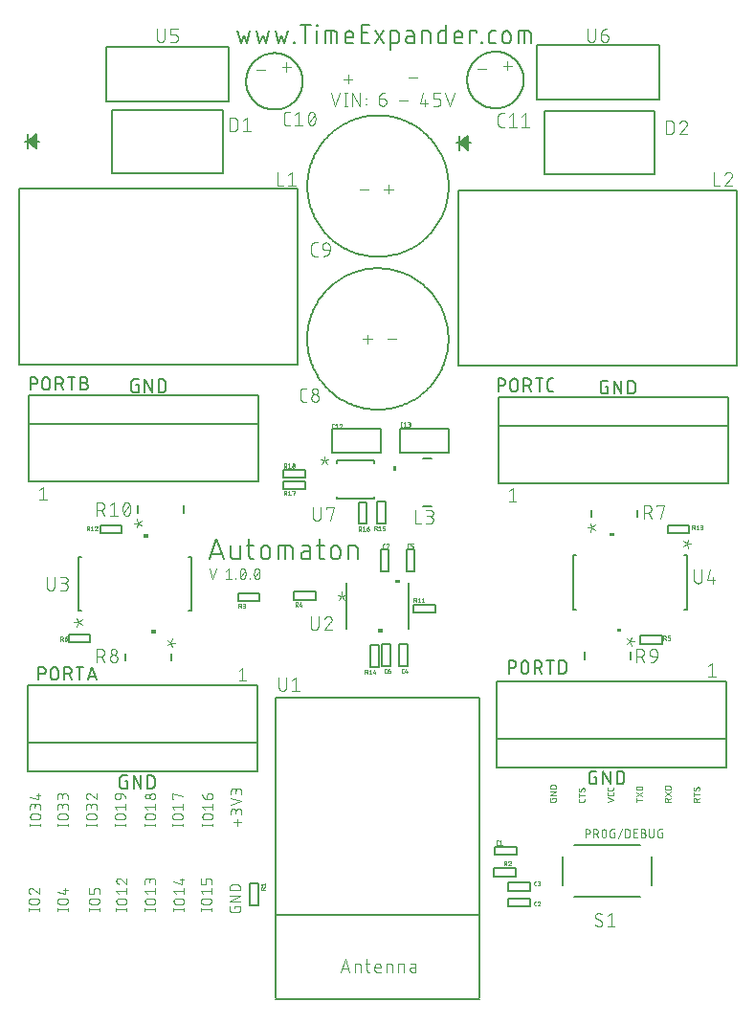
<source format=gbr>
G04 EAGLE Gerber RS-274X export*
G75*
%MOMM*%
%FSLAX34Y34*%
%LPD*%
%INSilkscreen Top*%
%IPPOS*%
%AMOC8*
5,1,8,0,0,1.08239X$1,22.5*%
G01*
%ADD10C,0.076200*%
%ADD11C,0.152400*%
%ADD12C,0.127000*%
%ADD13C,0.025400*%
%ADD14C,0.050800*%
%ADD15C,0.101600*%

G36*
X338750Y395955D02*
X338750Y395955D01*
X338752Y395954D01*
X338795Y395974D01*
X338839Y395992D01*
X338839Y395994D01*
X338841Y395995D01*
X338874Y396080D01*
X338874Y399890D01*
X338873Y399892D01*
X338874Y399894D01*
X338854Y399937D01*
X338836Y399981D01*
X338834Y399981D01*
X338833Y399983D01*
X338748Y400016D01*
X336208Y400016D01*
X336206Y400015D01*
X336204Y400016D01*
X336161Y399996D01*
X336117Y399978D01*
X336117Y399976D01*
X336115Y399975D01*
X336082Y399890D01*
X336082Y396080D01*
X336083Y396078D01*
X336082Y396076D01*
X336102Y396033D01*
X336120Y395989D01*
X336122Y395989D01*
X336123Y395987D01*
X336208Y395954D01*
X338748Y395954D01*
X338750Y395955D01*
G37*
G36*
X531757Y338115D02*
X531757Y338115D01*
X531759Y338114D01*
X531802Y338134D01*
X531846Y338152D01*
X531847Y338154D01*
X531848Y338155D01*
X531881Y338240D01*
X531881Y340780D01*
X531880Y340782D01*
X531881Y340784D01*
X531861Y340827D01*
X531843Y340871D01*
X531841Y340871D01*
X531840Y340873D01*
X531755Y340906D01*
X527945Y340906D01*
X527943Y340905D01*
X527941Y340906D01*
X527898Y340886D01*
X527854Y340868D01*
X527854Y340866D01*
X527852Y340865D01*
X527819Y340780D01*
X527819Y338240D01*
X527820Y338238D01*
X527819Y338236D01*
X527839Y338193D01*
X527857Y338149D01*
X527859Y338149D01*
X527860Y338147D01*
X527945Y338114D01*
X531755Y338114D01*
X531757Y338115D01*
G37*
G36*
X119607Y336845D02*
X119607Y336845D01*
X119609Y336844D01*
X119652Y336864D01*
X119696Y336882D01*
X119696Y336884D01*
X119698Y336885D01*
X119731Y336970D01*
X119731Y339510D01*
X119730Y339512D01*
X119731Y339514D01*
X119711Y339557D01*
X119693Y339601D01*
X119691Y339601D01*
X119690Y339603D01*
X119605Y339636D01*
X115795Y339636D01*
X115793Y339635D01*
X115791Y339636D01*
X115748Y339616D01*
X115704Y339598D01*
X115704Y339596D01*
X115702Y339595D01*
X115669Y339510D01*
X115669Y336970D01*
X115670Y336968D01*
X115669Y336966D01*
X115689Y336923D01*
X115707Y336879D01*
X115709Y336879D01*
X115710Y336877D01*
X115795Y336844D01*
X119605Y336844D01*
X119607Y336845D01*
G37*
G36*
X341987Y296674D02*
X341987Y296674D01*
X341989Y296673D01*
X342032Y296693D01*
X342076Y296711D01*
X342076Y296713D01*
X342078Y296714D01*
X342111Y296799D01*
X342111Y299339D01*
X342110Y299341D01*
X342111Y299343D01*
X342091Y299386D01*
X342073Y299430D01*
X342071Y299430D01*
X342070Y299432D01*
X341985Y299465D01*
X338175Y299465D01*
X338173Y299464D01*
X338171Y299465D01*
X338128Y299445D01*
X338084Y299427D01*
X338084Y299425D01*
X338082Y299424D01*
X338049Y299339D01*
X338049Y296799D01*
X338050Y296797D01*
X338049Y296795D01*
X338069Y296752D01*
X338087Y296708D01*
X338089Y296708D01*
X338090Y296706D01*
X338175Y296673D01*
X341985Y296673D01*
X341987Y296674D01*
G37*
G36*
X538257Y253455D02*
X538257Y253455D01*
X538259Y253454D01*
X538302Y253474D01*
X538346Y253492D01*
X538346Y253494D01*
X538348Y253495D01*
X538381Y253580D01*
X538381Y256120D01*
X538380Y256122D01*
X538381Y256124D01*
X538361Y256167D01*
X538343Y256211D01*
X538341Y256211D01*
X538340Y256213D01*
X538255Y256246D01*
X534445Y256246D01*
X534443Y256245D01*
X534441Y256246D01*
X534398Y256226D01*
X534354Y256208D01*
X534354Y256206D01*
X534352Y256205D01*
X534319Y256120D01*
X534319Y253580D01*
X534320Y253578D01*
X534319Y253576D01*
X534339Y253533D01*
X534357Y253489D01*
X534359Y253489D01*
X534360Y253487D01*
X534445Y253454D01*
X538255Y253454D01*
X538257Y253455D01*
G37*
G36*
X326987Y252986D02*
X326987Y252986D01*
X326989Y252985D01*
X327032Y253005D01*
X327076Y253023D01*
X327076Y253025D01*
X327078Y253026D01*
X327111Y253111D01*
X327111Y255651D01*
X327110Y255653D01*
X327111Y255655D01*
X327091Y255698D01*
X327073Y255742D01*
X327071Y255742D01*
X327070Y255744D01*
X326985Y255777D01*
X323175Y255777D01*
X323173Y255776D01*
X323171Y255777D01*
X323128Y255757D01*
X323084Y255739D01*
X323084Y255737D01*
X323082Y255736D01*
X323049Y255651D01*
X323049Y253111D01*
X323050Y253109D01*
X323049Y253107D01*
X323069Y253064D01*
X323087Y253020D01*
X323089Y253020D01*
X323090Y253018D01*
X323175Y252985D01*
X326985Y252985D01*
X326987Y252986D01*
G37*
G36*
X126107Y252185D02*
X126107Y252185D01*
X126109Y252184D01*
X126152Y252204D01*
X126196Y252222D01*
X126196Y252224D01*
X126198Y252225D01*
X126231Y252310D01*
X126231Y254850D01*
X126230Y254852D01*
X126231Y254854D01*
X126211Y254897D01*
X126193Y254941D01*
X126191Y254941D01*
X126190Y254943D01*
X126105Y254976D01*
X122295Y254976D01*
X122293Y254975D01*
X122291Y254976D01*
X122248Y254956D01*
X122204Y254938D01*
X122204Y254936D01*
X122202Y254935D01*
X122169Y254850D01*
X122169Y252310D01*
X122170Y252308D01*
X122169Y252306D01*
X122189Y252263D01*
X122207Y252219D01*
X122209Y252219D01*
X122210Y252217D01*
X122295Y252184D01*
X126105Y252184D01*
X126107Y252185D01*
G37*
D10*
X173736Y309299D02*
X176815Y300061D01*
X179895Y309299D01*
X188049Y307246D02*
X190615Y309299D01*
X190615Y300061D01*
X188049Y300061D02*
X193181Y300061D01*
X196659Y300061D02*
X196659Y300574D01*
X197172Y300574D01*
X197172Y300061D01*
X196659Y300061D01*
X200649Y304680D02*
X200651Y304862D01*
X200658Y305043D01*
X200669Y305225D01*
X200684Y305406D01*
X200703Y305587D01*
X200727Y305767D01*
X200755Y305946D01*
X200787Y306125D01*
X200824Y306303D01*
X200865Y306480D01*
X200910Y306656D01*
X200959Y306831D01*
X201013Y307005D01*
X201070Y307177D01*
X201132Y307348D01*
X201198Y307518D01*
X201267Y307686D01*
X201341Y307852D01*
X201419Y308016D01*
X201448Y308095D01*
X201480Y308172D01*
X201516Y308249D01*
X201555Y308323D01*
X201598Y308396D01*
X201644Y308466D01*
X201692Y308535D01*
X201744Y308601D01*
X201799Y308665D01*
X201856Y308727D01*
X201916Y308785D01*
X201979Y308842D01*
X202044Y308895D01*
X202111Y308945D01*
X202181Y308993D01*
X202252Y309037D01*
X202326Y309078D01*
X202401Y309116D01*
X202478Y309150D01*
X202556Y309181D01*
X202635Y309208D01*
X202716Y309232D01*
X202798Y309253D01*
X202880Y309269D01*
X202963Y309282D01*
X203047Y309292D01*
X203131Y309297D01*
X203215Y309299D01*
X203299Y309297D01*
X203383Y309292D01*
X203467Y309282D01*
X203550Y309269D01*
X203632Y309253D01*
X203714Y309232D01*
X203795Y309208D01*
X203874Y309181D01*
X203952Y309150D01*
X204029Y309116D01*
X204104Y309078D01*
X204178Y309037D01*
X204249Y308993D01*
X204319Y308945D01*
X204386Y308895D01*
X204451Y308842D01*
X204514Y308785D01*
X204574Y308726D01*
X204631Y308665D01*
X204686Y308601D01*
X204738Y308535D01*
X204786Y308466D01*
X204832Y308396D01*
X204875Y308323D01*
X204914Y308248D01*
X204950Y308172D01*
X204982Y308095D01*
X205011Y308016D01*
X205012Y308016D02*
X205090Y307852D01*
X205164Y307686D01*
X205233Y307518D01*
X205299Y307348D01*
X205361Y307177D01*
X205418Y307005D01*
X205472Y306831D01*
X205521Y306656D01*
X205566Y306480D01*
X205607Y306303D01*
X205644Y306125D01*
X205676Y305946D01*
X205704Y305767D01*
X205728Y305587D01*
X205747Y305406D01*
X205762Y305225D01*
X205773Y305043D01*
X205780Y304862D01*
X205782Y304680D01*
X200649Y304680D02*
X200651Y304498D01*
X200658Y304317D01*
X200669Y304135D01*
X200684Y303954D01*
X200703Y303773D01*
X200727Y303593D01*
X200755Y303414D01*
X200787Y303235D01*
X200824Y303057D01*
X200865Y302880D01*
X200910Y302704D01*
X200959Y302529D01*
X201013Y302355D01*
X201070Y302183D01*
X201132Y302012D01*
X201198Y301842D01*
X201267Y301675D01*
X201341Y301508D01*
X201419Y301344D01*
X201448Y301265D01*
X201480Y301188D01*
X201516Y301111D01*
X201555Y301037D01*
X201598Y300964D01*
X201644Y300894D01*
X201692Y300825D01*
X201744Y300759D01*
X201799Y300695D01*
X201856Y300633D01*
X201916Y300575D01*
X201979Y300518D01*
X202044Y300465D01*
X202111Y300415D01*
X202181Y300367D01*
X202252Y300323D01*
X202326Y300282D01*
X202401Y300244D01*
X202478Y300210D01*
X202556Y300179D01*
X202635Y300152D01*
X202716Y300128D01*
X202798Y300107D01*
X202880Y300091D01*
X202963Y300078D01*
X203047Y300068D01*
X203131Y300063D01*
X203215Y300061D01*
X205011Y301344D02*
X205089Y301508D01*
X205163Y301674D01*
X205232Y301842D01*
X205298Y302012D01*
X205360Y302183D01*
X205417Y302355D01*
X205471Y302529D01*
X205520Y302704D01*
X205565Y302880D01*
X205606Y303057D01*
X205643Y303235D01*
X205675Y303414D01*
X205703Y303593D01*
X205727Y303773D01*
X205746Y303954D01*
X205761Y304135D01*
X205772Y304317D01*
X205779Y304498D01*
X205781Y304680D01*
X205011Y301344D02*
X204982Y301265D01*
X204950Y301188D01*
X204914Y301111D01*
X204875Y301037D01*
X204832Y300964D01*
X204786Y300894D01*
X204738Y300825D01*
X204686Y300759D01*
X204631Y300695D01*
X204574Y300633D01*
X204514Y300575D01*
X204451Y300518D01*
X204386Y300465D01*
X204319Y300415D01*
X204249Y300367D01*
X204178Y300323D01*
X204104Y300282D01*
X204029Y300244D01*
X203952Y300210D01*
X203874Y300179D01*
X203795Y300152D01*
X203714Y300128D01*
X203632Y300107D01*
X203550Y300091D01*
X203467Y300078D01*
X203383Y300068D01*
X203299Y300063D01*
X203215Y300061D01*
X201162Y302114D02*
X205268Y307246D01*
X209259Y300574D02*
X209259Y300061D01*
X209259Y300574D02*
X209772Y300574D01*
X209772Y300061D01*
X209259Y300061D01*
X213249Y304680D02*
X213251Y304862D01*
X213258Y305043D01*
X213269Y305225D01*
X213284Y305406D01*
X213303Y305587D01*
X213327Y305767D01*
X213355Y305946D01*
X213387Y306125D01*
X213424Y306303D01*
X213465Y306480D01*
X213510Y306656D01*
X213559Y306831D01*
X213613Y307005D01*
X213670Y307177D01*
X213732Y307348D01*
X213798Y307518D01*
X213867Y307686D01*
X213941Y307852D01*
X214019Y308016D01*
X214048Y308095D01*
X214080Y308172D01*
X214116Y308249D01*
X214155Y308323D01*
X214198Y308396D01*
X214244Y308466D01*
X214292Y308535D01*
X214344Y308601D01*
X214399Y308665D01*
X214456Y308727D01*
X214516Y308785D01*
X214579Y308842D01*
X214644Y308895D01*
X214711Y308945D01*
X214781Y308993D01*
X214852Y309037D01*
X214926Y309078D01*
X215001Y309116D01*
X215078Y309150D01*
X215156Y309181D01*
X215235Y309208D01*
X215316Y309232D01*
X215398Y309253D01*
X215480Y309269D01*
X215563Y309282D01*
X215647Y309292D01*
X215731Y309297D01*
X215815Y309299D01*
X215899Y309297D01*
X215983Y309292D01*
X216067Y309282D01*
X216150Y309269D01*
X216232Y309253D01*
X216314Y309232D01*
X216395Y309208D01*
X216474Y309181D01*
X216552Y309150D01*
X216629Y309116D01*
X216704Y309078D01*
X216778Y309037D01*
X216849Y308993D01*
X216919Y308945D01*
X216986Y308895D01*
X217051Y308842D01*
X217114Y308785D01*
X217174Y308726D01*
X217231Y308665D01*
X217286Y308601D01*
X217338Y308535D01*
X217386Y308466D01*
X217432Y308396D01*
X217475Y308323D01*
X217514Y308248D01*
X217550Y308172D01*
X217582Y308095D01*
X217611Y308016D01*
X217612Y308016D02*
X217690Y307852D01*
X217764Y307686D01*
X217833Y307518D01*
X217899Y307348D01*
X217961Y307177D01*
X218018Y307005D01*
X218072Y306831D01*
X218121Y306656D01*
X218166Y306480D01*
X218207Y306303D01*
X218244Y306125D01*
X218276Y305946D01*
X218304Y305767D01*
X218328Y305587D01*
X218347Y305406D01*
X218362Y305225D01*
X218373Y305043D01*
X218380Y304862D01*
X218382Y304680D01*
X213249Y304680D02*
X213251Y304498D01*
X213258Y304317D01*
X213269Y304135D01*
X213284Y303954D01*
X213303Y303773D01*
X213327Y303593D01*
X213355Y303414D01*
X213387Y303235D01*
X213424Y303057D01*
X213465Y302880D01*
X213510Y302704D01*
X213559Y302529D01*
X213613Y302355D01*
X213670Y302183D01*
X213732Y302012D01*
X213798Y301842D01*
X213867Y301675D01*
X213941Y301508D01*
X214019Y301344D01*
X214048Y301265D01*
X214080Y301188D01*
X214116Y301111D01*
X214155Y301037D01*
X214198Y300964D01*
X214244Y300894D01*
X214292Y300825D01*
X214344Y300759D01*
X214399Y300695D01*
X214456Y300633D01*
X214516Y300575D01*
X214579Y300518D01*
X214644Y300465D01*
X214711Y300415D01*
X214781Y300367D01*
X214852Y300323D01*
X214926Y300282D01*
X215001Y300244D01*
X215078Y300210D01*
X215156Y300179D01*
X215235Y300152D01*
X215316Y300128D01*
X215398Y300107D01*
X215480Y300091D01*
X215563Y300078D01*
X215647Y300068D01*
X215731Y300063D01*
X215815Y300061D01*
X217611Y301344D02*
X217689Y301508D01*
X217763Y301674D01*
X217832Y301842D01*
X217898Y302012D01*
X217960Y302183D01*
X218017Y302355D01*
X218071Y302529D01*
X218120Y302704D01*
X218165Y302880D01*
X218206Y303057D01*
X218243Y303235D01*
X218275Y303414D01*
X218303Y303593D01*
X218327Y303773D01*
X218346Y303954D01*
X218361Y304135D01*
X218372Y304317D01*
X218379Y304498D01*
X218381Y304680D01*
X217611Y301344D02*
X217582Y301265D01*
X217550Y301188D01*
X217514Y301111D01*
X217475Y301037D01*
X217432Y300964D01*
X217386Y300894D01*
X217338Y300825D01*
X217286Y300759D01*
X217231Y300695D01*
X217174Y300633D01*
X217114Y300575D01*
X217051Y300518D01*
X216986Y300465D01*
X216919Y300415D01*
X216849Y300367D01*
X216778Y300323D01*
X216704Y300282D01*
X216629Y300244D01*
X216552Y300210D01*
X216474Y300179D01*
X216395Y300152D01*
X216314Y300128D01*
X216232Y300107D01*
X216150Y300091D01*
X216067Y300078D01*
X215983Y300068D01*
X215899Y300063D01*
X215815Y300061D01*
X213762Y302114D02*
X217868Y307246D01*
D11*
X201591Y774152D02*
X198882Y784989D01*
X204301Y781377D02*
X201591Y774152D01*
X207010Y774152D02*
X204301Y781377D01*
X209719Y784989D02*
X207010Y774152D01*
X218265Y774152D02*
X215555Y784989D01*
X220974Y781377D02*
X218265Y774152D01*
X223683Y774152D02*
X220974Y781377D01*
X226393Y784989D02*
X223683Y774152D01*
X234938Y774152D02*
X232229Y784989D01*
X237647Y781377D02*
X234938Y774152D01*
X240357Y774152D02*
X237647Y781377D01*
X243066Y784989D02*
X240357Y774152D01*
X248659Y774152D02*
X248659Y775055D01*
X249562Y775055D01*
X249562Y774152D01*
X248659Y774152D01*
X259010Y774152D02*
X259010Y790408D01*
X254494Y790408D02*
X263526Y790408D01*
X268910Y784989D02*
X268910Y774152D01*
X268458Y789505D02*
X268458Y790408D01*
X269361Y790408D01*
X269361Y789505D01*
X268458Y789505D01*
X275996Y784989D02*
X275996Y774152D01*
X275996Y784989D02*
X284124Y784989D01*
X284225Y784987D01*
X284326Y784981D01*
X284427Y784972D01*
X284528Y784959D01*
X284628Y784942D01*
X284727Y784921D01*
X284825Y784897D01*
X284922Y784869D01*
X285019Y784837D01*
X285114Y784802D01*
X285207Y784763D01*
X285299Y784721D01*
X285390Y784675D01*
X285479Y784626D01*
X285565Y784574D01*
X285650Y784518D01*
X285733Y784460D01*
X285813Y784398D01*
X285891Y784333D01*
X285967Y784266D01*
X286040Y784196D01*
X286110Y784123D01*
X286177Y784047D01*
X286242Y783969D01*
X286304Y783889D01*
X286362Y783806D01*
X286418Y783721D01*
X286470Y783635D01*
X286519Y783546D01*
X286565Y783455D01*
X286607Y783363D01*
X286646Y783270D01*
X286681Y783175D01*
X286713Y783078D01*
X286741Y782981D01*
X286765Y782883D01*
X286786Y782784D01*
X286803Y782684D01*
X286816Y782583D01*
X286825Y782482D01*
X286831Y782381D01*
X286833Y782280D01*
X286833Y774152D01*
X281415Y774152D02*
X281415Y784989D01*
X296664Y774152D02*
X301179Y774152D01*
X296664Y774152D02*
X296563Y774154D01*
X296462Y774160D01*
X296361Y774169D01*
X296260Y774182D01*
X296160Y774199D01*
X296061Y774220D01*
X295963Y774244D01*
X295866Y774272D01*
X295769Y774304D01*
X295674Y774339D01*
X295581Y774378D01*
X295489Y774420D01*
X295398Y774466D01*
X295310Y774515D01*
X295223Y774567D01*
X295138Y774623D01*
X295055Y774681D01*
X294975Y774743D01*
X294897Y774808D01*
X294821Y774875D01*
X294748Y774945D01*
X294678Y775018D01*
X294611Y775094D01*
X294546Y775172D01*
X294484Y775252D01*
X294426Y775335D01*
X294370Y775420D01*
X294318Y775507D01*
X294269Y775595D01*
X294223Y775686D01*
X294181Y775778D01*
X294142Y775871D01*
X294107Y775966D01*
X294075Y776063D01*
X294047Y776160D01*
X294023Y776258D01*
X294002Y776357D01*
X293985Y776457D01*
X293972Y776558D01*
X293963Y776659D01*
X293957Y776760D01*
X293955Y776861D01*
X293955Y781377D01*
X293957Y781496D01*
X293963Y781616D01*
X293973Y781735D01*
X293987Y781853D01*
X294004Y781972D01*
X294026Y782089D01*
X294051Y782206D01*
X294081Y782321D01*
X294114Y782436D01*
X294151Y782550D01*
X294191Y782662D01*
X294236Y782773D01*
X294284Y782882D01*
X294335Y782990D01*
X294390Y783096D01*
X294449Y783200D01*
X294511Y783302D01*
X294576Y783402D01*
X294645Y783500D01*
X294717Y783596D01*
X294792Y783689D01*
X294869Y783779D01*
X294950Y783867D01*
X295034Y783952D01*
X295121Y784034D01*
X295210Y784114D01*
X295302Y784190D01*
X295396Y784264D01*
X295493Y784334D01*
X295591Y784401D01*
X295692Y784465D01*
X295796Y784525D01*
X295901Y784582D01*
X296008Y784635D01*
X296116Y784685D01*
X296226Y784731D01*
X296338Y784773D01*
X296451Y784812D01*
X296565Y784847D01*
X296680Y784878D01*
X296797Y784906D01*
X296914Y784929D01*
X297031Y784949D01*
X297150Y784965D01*
X297269Y784977D01*
X297388Y784985D01*
X297507Y784989D01*
X297627Y784989D01*
X297746Y784985D01*
X297865Y784977D01*
X297984Y784965D01*
X298103Y784949D01*
X298220Y784929D01*
X298337Y784906D01*
X298454Y784878D01*
X298569Y784847D01*
X298683Y784812D01*
X298796Y784773D01*
X298908Y784731D01*
X299018Y784685D01*
X299126Y784635D01*
X299233Y784582D01*
X299338Y784525D01*
X299442Y784465D01*
X299543Y784401D01*
X299641Y784334D01*
X299738Y784264D01*
X299832Y784190D01*
X299924Y784114D01*
X300013Y784034D01*
X300100Y783952D01*
X300184Y783867D01*
X300265Y783779D01*
X300342Y783689D01*
X300417Y783596D01*
X300489Y783500D01*
X300558Y783402D01*
X300623Y783302D01*
X300685Y783200D01*
X300744Y783096D01*
X300799Y782990D01*
X300850Y782882D01*
X300898Y782773D01*
X300943Y782662D01*
X300983Y782550D01*
X301020Y782436D01*
X301053Y782321D01*
X301083Y782206D01*
X301108Y782089D01*
X301130Y781972D01*
X301147Y781853D01*
X301161Y781735D01*
X301171Y781616D01*
X301177Y781496D01*
X301179Y781377D01*
X301179Y779571D01*
X293955Y779571D01*
X308191Y774152D02*
X315416Y774152D01*
X308191Y774152D02*
X308191Y790408D01*
X315416Y790408D01*
X313610Y783183D02*
X308191Y783183D01*
X320528Y774152D02*
X327753Y784989D01*
X320528Y784989D02*
X327753Y774152D01*
X334148Y768733D02*
X334148Y784989D01*
X338663Y784989D01*
X338767Y784987D01*
X338870Y784981D01*
X338974Y784971D01*
X339077Y784957D01*
X339179Y784939D01*
X339280Y784918D01*
X339381Y784892D01*
X339480Y784863D01*
X339579Y784830D01*
X339676Y784793D01*
X339771Y784752D01*
X339865Y784708D01*
X339957Y784660D01*
X340047Y784609D01*
X340136Y784554D01*
X340222Y784496D01*
X340305Y784434D01*
X340387Y784370D01*
X340465Y784302D01*
X340541Y784232D01*
X340615Y784159D01*
X340685Y784082D01*
X340753Y784004D01*
X340817Y783922D01*
X340879Y783839D01*
X340937Y783753D01*
X340992Y783664D01*
X341043Y783574D01*
X341091Y783482D01*
X341135Y783388D01*
X341176Y783293D01*
X341213Y783196D01*
X341246Y783097D01*
X341275Y782998D01*
X341301Y782897D01*
X341322Y782796D01*
X341340Y782694D01*
X341354Y782591D01*
X341364Y782487D01*
X341370Y782384D01*
X341372Y782280D01*
X341373Y782280D02*
X341373Y776861D01*
X341372Y776861D02*
X341370Y776760D01*
X341364Y776659D01*
X341355Y776558D01*
X341342Y776457D01*
X341325Y776357D01*
X341304Y776258D01*
X341280Y776160D01*
X341252Y776063D01*
X341220Y775966D01*
X341185Y775871D01*
X341146Y775778D01*
X341104Y775686D01*
X341058Y775595D01*
X341009Y775507D01*
X340957Y775420D01*
X340901Y775335D01*
X340843Y775252D01*
X340781Y775172D01*
X340716Y775094D01*
X340649Y775018D01*
X340579Y774945D01*
X340506Y774875D01*
X340430Y774808D01*
X340352Y774743D01*
X340272Y774681D01*
X340189Y774623D01*
X340104Y774567D01*
X340018Y774515D01*
X339929Y774466D01*
X339838Y774420D01*
X339746Y774378D01*
X339653Y774339D01*
X339558Y774304D01*
X339461Y774272D01*
X339364Y774244D01*
X339266Y774220D01*
X339167Y774199D01*
X339067Y774182D01*
X338966Y774169D01*
X338865Y774160D01*
X338764Y774154D01*
X338663Y774152D01*
X334148Y774152D01*
X350709Y780474D02*
X354773Y780474D01*
X350709Y780474D02*
X350597Y780472D01*
X350486Y780466D01*
X350375Y780456D01*
X350264Y780443D01*
X350154Y780425D01*
X350045Y780403D01*
X349936Y780378D01*
X349828Y780349D01*
X349722Y780316D01*
X349616Y780279D01*
X349512Y780239D01*
X349410Y780195D01*
X349309Y780147D01*
X349210Y780096D01*
X349112Y780041D01*
X349017Y779983D01*
X348924Y779922D01*
X348833Y779857D01*
X348744Y779789D01*
X348658Y779718D01*
X348575Y779645D01*
X348494Y779568D01*
X348415Y779488D01*
X348340Y779406D01*
X348268Y779321D01*
X348198Y779234D01*
X348132Y779144D01*
X348069Y779052D01*
X348009Y778957D01*
X347953Y778861D01*
X347900Y778763D01*
X347851Y778663D01*
X347805Y778561D01*
X347763Y778458D01*
X347724Y778353D01*
X347689Y778247D01*
X347658Y778140D01*
X347631Y778032D01*
X347607Y777923D01*
X347588Y777813D01*
X347572Y777703D01*
X347560Y777592D01*
X347552Y777480D01*
X347548Y777369D01*
X347548Y777257D01*
X347552Y777146D01*
X347560Y777034D01*
X347572Y776923D01*
X347588Y776813D01*
X347607Y776703D01*
X347631Y776594D01*
X347658Y776486D01*
X347689Y776379D01*
X347724Y776273D01*
X347763Y776168D01*
X347805Y776065D01*
X347851Y775963D01*
X347900Y775863D01*
X347953Y775765D01*
X348009Y775669D01*
X348069Y775574D01*
X348132Y775482D01*
X348198Y775392D01*
X348268Y775305D01*
X348340Y775220D01*
X348415Y775138D01*
X348494Y775058D01*
X348575Y774981D01*
X348658Y774908D01*
X348744Y774837D01*
X348833Y774769D01*
X348924Y774704D01*
X349017Y774643D01*
X349112Y774585D01*
X349210Y774530D01*
X349309Y774479D01*
X349410Y774431D01*
X349512Y774387D01*
X349616Y774347D01*
X349722Y774310D01*
X349828Y774277D01*
X349936Y774248D01*
X350045Y774223D01*
X350154Y774201D01*
X350264Y774183D01*
X350375Y774170D01*
X350486Y774160D01*
X350597Y774154D01*
X350709Y774152D01*
X354773Y774152D01*
X354773Y782280D01*
X354771Y782381D01*
X354765Y782482D01*
X354756Y782583D01*
X354743Y782684D01*
X354726Y782784D01*
X354705Y782883D01*
X354681Y782981D01*
X354653Y783078D01*
X354621Y783175D01*
X354586Y783270D01*
X354547Y783363D01*
X354505Y783455D01*
X354459Y783546D01*
X354410Y783635D01*
X354358Y783721D01*
X354302Y783806D01*
X354244Y783889D01*
X354182Y783969D01*
X354117Y784047D01*
X354050Y784123D01*
X353980Y784196D01*
X353907Y784266D01*
X353831Y784333D01*
X353753Y784398D01*
X353673Y784460D01*
X353590Y784518D01*
X353505Y784574D01*
X353419Y784626D01*
X353330Y784675D01*
X353239Y784721D01*
X353147Y784763D01*
X353054Y784802D01*
X352959Y784837D01*
X352862Y784869D01*
X352765Y784897D01*
X352667Y784921D01*
X352568Y784942D01*
X352468Y784959D01*
X352367Y784972D01*
X352266Y784981D01*
X352165Y784987D01*
X352064Y784989D01*
X348452Y784989D01*
X362211Y784989D02*
X362211Y774152D01*
X362211Y784989D02*
X366726Y784989D01*
X366830Y784987D01*
X366933Y784981D01*
X367037Y784971D01*
X367140Y784957D01*
X367242Y784939D01*
X367343Y784918D01*
X367444Y784892D01*
X367543Y784863D01*
X367642Y784830D01*
X367739Y784793D01*
X367834Y784752D01*
X367928Y784708D01*
X368020Y784660D01*
X368110Y784609D01*
X368199Y784554D01*
X368285Y784496D01*
X368368Y784434D01*
X368450Y784370D01*
X368528Y784302D01*
X368604Y784232D01*
X368678Y784159D01*
X368748Y784082D01*
X368816Y784004D01*
X368880Y783922D01*
X368942Y783839D01*
X369000Y783753D01*
X369055Y783664D01*
X369106Y783574D01*
X369154Y783482D01*
X369198Y783388D01*
X369239Y783293D01*
X369276Y783196D01*
X369309Y783097D01*
X369338Y782998D01*
X369364Y782897D01*
X369385Y782796D01*
X369403Y782694D01*
X369417Y782591D01*
X369427Y782487D01*
X369433Y782384D01*
X369435Y782280D01*
X369436Y782280D02*
X369436Y774152D01*
X383431Y774152D02*
X383431Y790408D01*
X383431Y774152D02*
X378915Y774152D01*
X378814Y774154D01*
X378713Y774160D01*
X378612Y774169D01*
X378511Y774182D01*
X378411Y774199D01*
X378312Y774220D01*
X378214Y774244D01*
X378117Y774272D01*
X378020Y774304D01*
X377925Y774339D01*
X377832Y774378D01*
X377740Y774420D01*
X377649Y774466D01*
X377561Y774515D01*
X377474Y774567D01*
X377389Y774623D01*
X377306Y774681D01*
X377226Y774743D01*
X377148Y774808D01*
X377072Y774875D01*
X376999Y774945D01*
X376929Y775018D01*
X376862Y775094D01*
X376797Y775172D01*
X376735Y775252D01*
X376677Y775335D01*
X376621Y775420D01*
X376569Y775507D01*
X376520Y775595D01*
X376474Y775686D01*
X376432Y775778D01*
X376393Y775871D01*
X376358Y775966D01*
X376326Y776063D01*
X376298Y776160D01*
X376274Y776258D01*
X376253Y776357D01*
X376236Y776457D01*
X376223Y776558D01*
X376214Y776659D01*
X376208Y776760D01*
X376206Y776861D01*
X376206Y782280D01*
X376208Y782381D01*
X376214Y782482D01*
X376223Y782583D01*
X376236Y782684D01*
X376253Y782784D01*
X376274Y782883D01*
X376298Y782981D01*
X376326Y783078D01*
X376358Y783175D01*
X376393Y783270D01*
X376432Y783363D01*
X376474Y783455D01*
X376520Y783546D01*
X376569Y783635D01*
X376621Y783721D01*
X376677Y783806D01*
X376735Y783889D01*
X376797Y783969D01*
X376862Y784047D01*
X376929Y784123D01*
X376999Y784196D01*
X377072Y784266D01*
X377148Y784333D01*
X377226Y784398D01*
X377306Y784460D01*
X377389Y784518D01*
X377474Y784574D01*
X377561Y784626D01*
X377649Y784675D01*
X377740Y784721D01*
X377832Y784763D01*
X377925Y784802D01*
X378020Y784837D01*
X378117Y784869D01*
X378214Y784897D01*
X378312Y784921D01*
X378411Y784942D01*
X378511Y784959D01*
X378612Y784972D01*
X378713Y784981D01*
X378814Y784987D01*
X378915Y784989D01*
X383431Y784989D01*
X393056Y774152D02*
X397572Y774152D01*
X393056Y774152D02*
X392955Y774154D01*
X392854Y774160D01*
X392753Y774169D01*
X392652Y774182D01*
X392552Y774199D01*
X392453Y774220D01*
X392355Y774244D01*
X392258Y774272D01*
X392161Y774304D01*
X392066Y774339D01*
X391973Y774378D01*
X391881Y774420D01*
X391790Y774466D01*
X391702Y774515D01*
X391615Y774567D01*
X391530Y774623D01*
X391447Y774681D01*
X391367Y774743D01*
X391289Y774808D01*
X391213Y774875D01*
X391140Y774945D01*
X391070Y775018D01*
X391003Y775094D01*
X390938Y775172D01*
X390876Y775252D01*
X390818Y775335D01*
X390762Y775420D01*
X390710Y775507D01*
X390661Y775595D01*
X390615Y775686D01*
X390573Y775778D01*
X390534Y775871D01*
X390499Y775966D01*
X390467Y776063D01*
X390439Y776160D01*
X390415Y776258D01*
X390394Y776357D01*
X390377Y776457D01*
X390364Y776558D01*
X390355Y776659D01*
X390349Y776760D01*
X390347Y776861D01*
X390347Y781377D01*
X390349Y781496D01*
X390355Y781616D01*
X390365Y781735D01*
X390379Y781853D01*
X390396Y781972D01*
X390418Y782089D01*
X390443Y782206D01*
X390473Y782321D01*
X390506Y782436D01*
X390543Y782550D01*
X390583Y782662D01*
X390628Y782773D01*
X390676Y782882D01*
X390727Y782990D01*
X390782Y783096D01*
X390841Y783200D01*
X390903Y783302D01*
X390968Y783402D01*
X391037Y783500D01*
X391109Y783596D01*
X391184Y783689D01*
X391261Y783779D01*
X391342Y783867D01*
X391426Y783952D01*
X391513Y784034D01*
X391602Y784114D01*
X391694Y784190D01*
X391788Y784264D01*
X391885Y784334D01*
X391983Y784401D01*
X392084Y784465D01*
X392188Y784525D01*
X392293Y784582D01*
X392400Y784635D01*
X392508Y784685D01*
X392618Y784731D01*
X392730Y784773D01*
X392843Y784812D01*
X392957Y784847D01*
X393072Y784878D01*
X393189Y784906D01*
X393306Y784929D01*
X393423Y784949D01*
X393542Y784965D01*
X393661Y784977D01*
X393780Y784985D01*
X393899Y784989D01*
X394019Y784989D01*
X394138Y784985D01*
X394257Y784977D01*
X394376Y784965D01*
X394495Y784949D01*
X394612Y784929D01*
X394729Y784906D01*
X394846Y784878D01*
X394961Y784847D01*
X395075Y784812D01*
X395188Y784773D01*
X395300Y784731D01*
X395410Y784685D01*
X395518Y784635D01*
X395625Y784582D01*
X395730Y784525D01*
X395834Y784465D01*
X395935Y784401D01*
X396033Y784334D01*
X396130Y784264D01*
X396224Y784190D01*
X396316Y784114D01*
X396405Y784034D01*
X396492Y783952D01*
X396576Y783867D01*
X396657Y783779D01*
X396734Y783689D01*
X396809Y783596D01*
X396881Y783500D01*
X396950Y783402D01*
X397015Y783302D01*
X397077Y783200D01*
X397136Y783096D01*
X397191Y782990D01*
X397242Y782882D01*
X397290Y782773D01*
X397335Y782662D01*
X397375Y782550D01*
X397412Y782436D01*
X397445Y782321D01*
X397475Y782206D01*
X397500Y782089D01*
X397522Y781972D01*
X397539Y781853D01*
X397553Y781735D01*
X397563Y781616D01*
X397569Y781496D01*
X397571Y781377D01*
X397572Y781377D02*
X397572Y779571D01*
X390347Y779571D01*
X404500Y774152D02*
X404500Y784989D01*
X409919Y784989D01*
X409919Y783183D01*
X414350Y775055D02*
X414350Y774152D01*
X414350Y775055D02*
X415253Y775055D01*
X415253Y774152D01*
X414350Y774152D01*
X423815Y774152D02*
X427428Y774152D01*
X423815Y774152D02*
X423714Y774154D01*
X423613Y774160D01*
X423512Y774169D01*
X423411Y774182D01*
X423311Y774199D01*
X423212Y774220D01*
X423114Y774244D01*
X423017Y774272D01*
X422920Y774304D01*
X422825Y774339D01*
X422732Y774378D01*
X422640Y774420D01*
X422549Y774466D01*
X422461Y774515D01*
X422374Y774567D01*
X422289Y774623D01*
X422206Y774681D01*
X422126Y774743D01*
X422048Y774808D01*
X421972Y774875D01*
X421899Y774945D01*
X421829Y775018D01*
X421762Y775094D01*
X421697Y775172D01*
X421635Y775252D01*
X421577Y775335D01*
X421521Y775420D01*
X421469Y775507D01*
X421420Y775595D01*
X421374Y775686D01*
X421332Y775778D01*
X421293Y775871D01*
X421258Y775966D01*
X421226Y776063D01*
X421198Y776160D01*
X421174Y776258D01*
X421153Y776357D01*
X421136Y776457D01*
X421123Y776558D01*
X421114Y776659D01*
X421108Y776760D01*
X421106Y776861D01*
X421106Y782280D01*
X421108Y782381D01*
X421114Y782482D01*
X421123Y782583D01*
X421136Y782684D01*
X421153Y782784D01*
X421174Y782883D01*
X421198Y782981D01*
X421226Y783078D01*
X421258Y783175D01*
X421293Y783270D01*
X421332Y783363D01*
X421374Y783455D01*
X421420Y783546D01*
X421469Y783635D01*
X421521Y783721D01*
X421577Y783806D01*
X421635Y783889D01*
X421697Y783969D01*
X421762Y784047D01*
X421829Y784123D01*
X421899Y784196D01*
X421972Y784266D01*
X422048Y784333D01*
X422126Y784398D01*
X422206Y784460D01*
X422289Y784518D01*
X422374Y784574D01*
X422461Y784626D01*
X422549Y784675D01*
X422640Y784721D01*
X422732Y784763D01*
X422825Y784802D01*
X422920Y784837D01*
X423017Y784869D01*
X423114Y784897D01*
X423212Y784921D01*
X423311Y784942D01*
X423411Y784959D01*
X423512Y784972D01*
X423613Y784981D01*
X423714Y784987D01*
X423815Y784989D01*
X427428Y784989D01*
X433072Y781377D02*
X433072Y777764D01*
X433073Y781377D02*
X433075Y781496D01*
X433081Y781616D01*
X433091Y781735D01*
X433105Y781853D01*
X433122Y781972D01*
X433144Y782089D01*
X433169Y782206D01*
X433199Y782321D01*
X433232Y782436D01*
X433269Y782550D01*
X433309Y782662D01*
X433354Y782773D01*
X433402Y782882D01*
X433453Y782990D01*
X433508Y783096D01*
X433567Y783200D01*
X433629Y783302D01*
X433694Y783402D01*
X433763Y783500D01*
X433835Y783596D01*
X433910Y783689D01*
X433987Y783779D01*
X434068Y783867D01*
X434152Y783952D01*
X434239Y784034D01*
X434328Y784114D01*
X434420Y784190D01*
X434514Y784264D01*
X434611Y784334D01*
X434709Y784401D01*
X434810Y784465D01*
X434914Y784525D01*
X435019Y784582D01*
X435126Y784635D01*
X435234Y784685D01*
X435344Y784731D01*
X435456Y784773D01*
X435569Y784812D01*
X435683Y784847D01*
X435798Y784878D01*
X435915Y784906D01*
X436032Y784929D01*
X436149Y784949D01*
X436268Y784965D01*
X436387Y784977D01*
X436506Y784985D01*
X436625Y784989D01*
X436745Y784989D01*
X436864Y784985D01*
X436983Y784977D01*
X437102Y784965D01*
X437221Y784949D01*
X437338Y784929D01*
X437455Y784906D01*
X437572Y784878D01*
X437687Y784847D01*
X437801Y784812D01*
X437914Y784773D01*
X438026Y784731D01*
X438136Y784685D01*
X438244Y784635D01*
X438351Y784582D01*
X438456Y784525D01*
X438560Y784465D01*
X438661Y784401D01*
X438759Y784334D01*
X438856Y784264D01*
X438950Y784190D01*
X439042Y784114D01*
X439131Y784034D01*
X439218Y783952D01*
X439302Y783867D01*
X439383Y783779D01*
X439460Y783689D01*
X439535Y783596D01*
X439607Y783500D01*
X439676Y783402D01*
X439741Y783302D01*
X439803Y783200D01*
X439862Y783096D01*
X439917Y782990D01*
X439968Y782882D01*
X440016Y782773D01*
X440061Y782662D01*
X440101Y782550D01*
X440138Y782436D01*
X440171Y782321D01*
X440201Y782206D01*
X440226Y782089D01*
X440248Y781972D01*
X440265Y781853D01*
X440279Y781735D01*
X440289Y781616D01*
X440295Y781496D01*
X440297Y781377D01*
X440297Y777764D01*
X440295Y777645D01*
X440289Y777525D01*
X440279Y777406D01*
X440265Y777288D01*
X440248Y777169D01*
X440226Y777052D01*
X440201Y776935D01*
X440171Y776820D01*
X440138Y776705D01*
X440101Y776591D01*
X440061Y776479D01*
X440016Y776368D01*
X439968Y776259D01*
X439917Y776151D01*
X439862Y776045D01*
X439803Y775941D01*
X439741Y775839D01*
X439676Y775739D01*
X439607Y775641D01*
X439535Y775545D01*
X439460Y775452D01*
X439383Y775362D01*
X439302Y775274D01*
X439218Y775189D01*
X439131Y775107D01*
X439042Y775027D01*
X438950Y774951D01*
X438856Y774877D01*
X438759Y774807D01*
X438661Y774740D01*
X438560Y774676D01*
X438456Y774616D01*
X438351Y774559D01*
X438244Y774506D01*
X438136Y774456D01*
X438026Y774410D01*
X437914Y774368D01*
X437801Y774329D01*
X437687Y774294D01*
X437572Y774263D01*
X437455Y774235D01*
X437338Y774212D01*
X437221Y774192D01*
X437102Y774176D01*
X436983Y774164D01*
X436864Y774156D01*
X436745Y774152D01*
X436625Y774152D01*
X436506Y774156D01*
X436387Y774164D01*
X436268Y774176D01*
X436149Y774192D01*
X436032Y774212D01*
X435915Y774235D01*
X435798Y774263D01*
X435683Y774294D01*
X435569Y774329D01*
X435456Y774368D01*
X435344Y774410D01*
X435234Y774456D01*
X435126Y774506D01*
X435019Y774559D01*
X434914Y774616D01*
X434810Y774676D01*
X434709Y774740D01*
X434611Y774807D01*
X434514Y774877D01*
X434420Y774951D01*
X434328Y775027D01*
X434239Y775107D01*
X434152Y775189D01*
X434068Y775274D01*
X433987Y775362D01*
X433910Y775452D01*
X433835Y775545D01*
X433763Y775641D01*
X433694Y775739D01*
X433629Y775839D01*
X433567Y775941D01*
X433508Y776045D01*
X433453Y776151D01*
X433402Y776259D01*
X433354Y776368D01*
X433309Y776479D01*
X433269Y776591D01*
X433232Y776705D01*
X433199Y776820D01*
X433169Y776935D01*
X433144Y777052D01*
X433122Y777169D01*
X433105Y777288D01*
X433091Y777406D01*
X433081Y777525D01*
X433075Y777645D01*
X433073Y777764D01*
X447418Y774152D02*
X447418Y784989D01*
X455546Y784989D01*
X455647Y784987D01*
X455748Y784981D01*
X455849Y784972D01*
X455950Y784959D01*
X456050Y784942D01*
X456149Y784921D01*
X456247Y784897D01*
X456344Y784869D01*
X456441Y784837D01*
X456536Y784802D01*
X456629Y784763D01*
X456721Y784721D01*
X456812Y784675D01*
X456901Y784626D01*
X456987Y784574D01*
X457072Y784518D01*
X457155Y784460D01*
X457235Y784398D01*
X457313Y784333D01*
X457389Y784266D01*
X457462Y784196D01*
X457532Y784123D01*
X457599Y784047D01*
X457664Y783969D01*
X457726Y783889D01*
X457784Y783806D01*
X457840Y783721D01*
X457892Y783635D01*
X457941Y783546D01*
X457987Y783455D01*
X458029Y783363D01*
X458068Y783270D01*
X458103Y783175D01*
X458135Y783078D01*
X458163Y782981D01*
X458187Y782883D01*
X458208Y782784D01*
X458225Y782684D01*
X458238Y782583D01*
X458247Y782482D01*
X458253Y782381D01*
X458255Y782280D01*
X458256Y782280D02*
X458256Y774152D01*
X452837Y774152D02*
X452837Y784989D01*
X180276Y336063D02*
X174117Y317587D01*
X186434Y317587D02*
X180276Y336063D01*
X184895Y322206D02*
X175657Y322206D01*
X192845Y320666D02*
X192845Y329904D01*
X192845Y320666D02*
X192847Y320556D01*
X192853Y320446D01*
X192863Y320337D01*
X192876Y320228D01*
X192894Y320119D01*
X192915Y320012D01*
X192941Y319905D01*
X192970Y319799D01*
X193003Y319694D01*
X193039Y319590D01*
X193079Y319488D01*
X193123Y319387D01*
X193171Y319288D01*
X193222Y319190D01*
X193276Y319095D01*
X193334Y319001D01*
X193395Y318910D01*
X193459Y318821D01*
X193527Y318734D01*
X193597Y318650D01*
X193670Y318568D01*
X193747Y318489D01*
X193826Y318412D01*
X193908Y318339D01*
X193992Y318269D01*
X194079Y318201D01*
X194168Y318137D01*
X194259Y318076D01*
X194353Y318018D01*
X194448Y317964D01*
X194546Y317913D01*
X194645Y317865D01*
X194746Y317821D01*
X194848Y317781D01*
X194952Y317745D01*
X195057Y317712D01*
X195163Y317683D01*
X195270Y317657D01*
X195377Y317636D01*
X195486Y317618D01*
X195595Y317605D01*
X195704Y317595D01*
X195814Y317589D01*
X195924Y317587D01*
X201056Y317587D01*
X201056Y329904D01*
X206991Y329904D02*
X213150Y329904D01*
X209044Y336063D02*
X209044Y320666D01*
X209046Y320556D01*
X209052Y320446D01*
X209062Y320337D01*
X209075Y320228D01*
X209093Y320119D01*
X209114Y320012D01*
X209140Y319905D01*
X209169Y319799D01*
X209202Y319694D01*
X209238Y319590D01*
X209278Y319488D01*
X209322Y319387D01*
X209370Y319288D01*
X209421Y319190D01*
X209475Y319095D01*
X209533Y319001D01*
X209594Y318910D01*
X209658Y318821D01*
X209726Y318734D01*
X209796Y318650D01*
X209870Y318568D01*
X209946Y318489D01*
X210025Y318412D01*
X210107Y318339D01*
X210191Y318269D01*
X210278Y318201D01*
X210367Y318137D01*
X210458Y318076D01*
X210552Y318018D01*
X210647Y317964D01*
X210745Y317913D01*
X210844Y317865D01*
X210945Y317821D01*
X211047Y317781D01*
X211151Y317745D01*
X211256Y317712D01*
X211362Y317683D01*
X211469Y317657D01*
X211576Y317636D01*
X211685Y317618D01*
X211794Y317605D01*
X211903Y317595D01*
X212013Y317589D01*
X212123Y317587D01*
X213150Y317587D01*
X219295Y321693D02*
X219295Y325799D01*
X219297Y325925D01*
X219303Y326052D01*
X219313Y326178D01*
X219326Y326304D01*
X219344Y326429D01*
X219365Y326553D01*
X219390Y326677D01*
X219419Y326801D01*
X219452Y326923D01*
X219488Y327044D01*
X219528Y327164D01*
X219572Y327282D01*
X219620Y327399D01*
X219671Y327515D01*
X219725Y327629D01*
X219784Y327742D01*
X219845Y327852D01*
X219910Y327961D01*
X219978Y328067D01*
X220050Y328171D01*
X220124Y328273D01*
X220202Y328373D01*
X220283Y328470D01*
X220367Y328565D01*
X220453Y328657D01*
X220543Y328747D01*
X220635Y328833D01*
X220730Y328917D01*
X220827Y328998D01*
X220927Y329076D01*
X221029Y329150D01*
X221133Y329222D01*
X221239Y329290D01*
X221348Y329355D01*
X221458Y329416D01*
X221571Y329475D01*
X221685Y329529D01*
X221801Y329580D01*
X221918Y329628D01*
X222036Y329672D01*
X222156Y329712D01*
X222277Y329748D01*
X222399Y329781D01*
X222523Y329810D01*
X222647Y329835D01*
X222771Y329856D01*
X222896Y329874D01*
X223022Y329887D01*
X223148Y329897D01*
X223275Y329903D01*
X223401Y329905D01*
X223527Y329903D01*
X223654Y329897D01*
X223780Y329887D01*
X223906Y329874D01*
X224031Y329856D01*
X224155Y329835D01*
X224279Y329810D01*
X224403Y329781D01*
X224525Y329748D01*
X224646Y329712D01*
X224766Y329672D01*
X224884Y329628D01*
X225001Y329580D01*
X225117Y329529D01*
X225231Y329475D01*
X225344Y329416D01*
X225454Y329355D01*
X225563Y329290D01*
X225669Y329222D01*
X225773Y329150D01*
X225875Y329076D01*
X225975Y328998D01*
X226072Y328917D01*
X226167Y328833D01*
X226259Y328747D01*
X226349Y328657D01*
X226435Y328565D01*
X226519Y328470D01*
X226600Y328373D01*
X226678Y328273D01*
X226752Y328171D01*
X226824Y328067D01*
X226892Y327961D01*
X226957Y327852D01*
X227018Y327742D01*
X227077Y327629D01*
X227131Y327515D01*
X227182Y327399D01*
X227230Y327282D01*
X227274Y327164D01*
X227314Y327044D01*
X227350Y326923D01*
X227383Y326801D01*
X227412Y326677D01*
X227437Y326553D01*
X227458Y326429D01*
X227476Y326304D01*
X227489Y326178D01*
X227499Y326052D01*
X227505Y325925D01*
X227507Y325799D01*
X227506Y325799D02*
X227506Y321693D01*
X227507Y321693D02*
X227505Y321567D01*
X227499Y321440D01*
X227489Y321314D01*
X227476Y321188D01*
X227458Y321063D01*
X227437Y320939D01*
X227412Y320815D01*
X227383Y320691D01*
X227350Y320569D01*
X227314Y320448D01*
X227274Y320328D01*
X227230Y320210D01*
X227182Y320093D01*
X227131Y319977D01*
X227077Y319863D01*
X227018Y319750D01*
X226957Y319640D01*
X226892Y319531D01*
X226824Y319425D01*
X226752Y319321D01*
X226678Y319219D01*
X226600Y319119D01*
X226519Y319022D01*
X226435Y318927D01*
X226349Y318835D01*
X226259Y318745D01*
X226167Y318659D01*
X226072Y318575D01*
X225975Y318494D01*
X225875Y318416D01*
X225773Y318342D01*
X225669Y318270D01*
X225563Y318202D01*
X225454Y318137D01*
X225344Y318076D01*
X225231Y318017D01*
X225117Y317963D01*
X225001Y317912D01*
X224884Y317864D01*
X224766Y317820D01*
X224646Y317780D01*
X224525Y317744D01*
X224403Y317711D01*
X224279Y317682D01*
X224155Y317657D01*
X224031Y317636D01*
X223906Y317618D01*
X223780Y317605D01*
X223654Y317595D01*
X223527Y317589D01*
X223401Y317587D01*
X223275Y317589D01*
X223148Y317595D01*
X223022Y317605D01*
X222896Y317618D01*
X222771Y317636D01*
X222647Y317657D01*
X222523Y317682D01*
X222399Y317711D01*
X222277Y317744D01*
X222156Y317780D01*
X222036Y317820D01*
X221918Y317864D01*
X221801Y317912D01*
X221685Y317963D01*
X221571Y318017D01*
X221458Y318076D01*
X221348Y318137D01*
X221239Y318202D01*
X221133Y318270D01*
X221029Y318342D01*
X220927Y318416D01*
X220827Y318494D01*
X220730Y318575D01*
X220635Y318659D01*
X220543Y318745D01*
X220453Y318835D01*
X220367Y318927D01*
X220283Y319022D01*
X220202Y319119D01*
X220124Y319219D01*
X220050Y319321D01*
X219978Y319425D01*
X219910Y319531D01*
X219845Y319640D01*
X219784Y319750D01*
X219725Y319863D01*
X219671Y319977D01*
X219620Y320093D01*
X219572Y320210D01*
X219528Y320328D01*
X219488Y320448D01*
X219452Y320569D01*
X219419Y320691D01*
X219390Y320815D01*
X219365Y320939D01*
X219344Y321063D01*
X219326Y321188D01*
X219313Y321314D01*
X219303Y321440D01*
X219297Y321567D01*
X219295Y321693D01*
X235067Y317587D02*
X235067Y329904D01*
X244305Y329904D01*
X244415Y329902D01*
X244525Y329896D01*
X244634Y329886D01*
X244743Y329873D01*
X244852Y329855D01*
X244959Y329834D01*
X245066Y329808D01*
X245172Y329779D01*
X245277Y329746D01*
X245381Y329710D01*
X245483Y329670D01*
X245584Y329626D01*
X245683Y329578D01*
X245781Y329527D01*
X245876Y329473D01*
X245970Y329415D01*
X246061Y329354D01*
X246150Y329290D01*
X246237Y329222D01*
X246321Y329152D01*
X246403Y329079D01*
X246482Y329002D01*
X246559Y328923D01*
X246632Y328841D01*
X246702Y328757D01*
X246770Y328670D01*
X246834Y328581D01*
X246895Y328490D01*
X246953Y328396D01*
X247007Y328301D01*
X247058Y328203D01*
X247106Y328104D01*
X247150Y328003D01*
X247190Y327901D01*
X247226Y327797D01*
X247259Y327692D01*
X247288Y327586D01*
X247314Y327479D01*
X247335Y327372D01*
X247353Y327263D01*
X247366Y327154D01*
X247376Y327045D01*
X247382Y326935D01*
X247384Y326825D01*
X247384Y317587D01*
X241226Y317587D02*
X241226Y329904D01*
X258472Y324772D02*
X263091Y324772D01*
X258472Y324773D02*
X258353Y324771D01*
X258235Y324765D01*
X258116Y324755D01*
X257998Y324742D01*
X257881Y324724D01*
X257764Y324703D01*
X257648Y324677D01*
X257533Y324648D01*
X257418Y324615D01*
X257305Y324578D01*
X257194Y324538D01*
X257083Y324494D01*
X256975Y324446D01*
X256867Y324395D01*
X256762Y324340D01*
X256658Y324282D01*
X256557Y324220D01*
X256457Y324155D01*
X256360Y324087D01*
X256265Y324015D01*
X256173Y323941D01*
X256083Y323863D01*
X255995Y323783D01*
X255910Y323700D01*
X255829Y323613D01*
X255750Y323525D01*
X255673Y323433D01*
X255601Y323340D01*
X255531Y323244D01*
X255464Y323145D01*
X255401Y323045D01*
X255341Y322942D01*
X255284Y322838D01*
X255231Y322731D01*
X255182Y322623D01*
X255136Y322514D01*
X255093Y322403D01*
X255055Y322290D01*
X255020Y322177D01*
X254989Y322062D01*
X254962Y321946D01*
X254938Y321830D01*
X254919Y321713D01*
X254903Y321595D01*
X254891Y321477D01*
X254883Y321358D01*
X254879Y321239D01*
X254879Y321121D01*
X254883Y321002D01*
X254891Y320883D01*
X254903Y320765D01*
X254919Y320647D01*
X254938Y320530D01*
X254962Y320414D01*
X254989Y320298D01*
X255020Y320183D01*
X255055Y320070D01*
X255093Y319957D01*
X255136Y319846D01*
X255182Y319737D01*
X255231Y319629D01*
X255284Y319522D01*
X255341Y319418D01*
X255401Y319315D01*
X255464Y319215D01*
X255531Y319116D01*
X255601Y319020D01*
X255673Y318927D01*
X255750Y318835D01*
X255829Y318747D01*
X255910Y318660D01*
X255995Y318577D01*
X256083Y318497D01*
X256173Y318419D01*
X256265Y318345D01*
X256360Y318273D01*
X256457Y318205D01*
X256557Y318140D01*
X256658Y318078D01*
X256762Y318020D01*
X256867Y317965D01*
X256975Y317914D01*
X257083Y317866D01*
X257194Y317822D01*
X257305Y317782D01*
X257418Y317745D01*
X257533Y317712D01*
X257648Y317683D01*
X257764Y317657D01*
X257881Y317636D01*
X257998Y317618D01*
X258116Y317605D01*
X258235Y317595D01*
X258353Y317589D01*
X258472Y317587D01*
X263091Y317587D01*
X263091Y326825D01*
X263090Y326825D02*
X263088Y326935D01*
X263082Y327045D01*
X263072Y327154D01*
X263059Y327263D01*
X263041Y327372D01*
X263020Y327479D01*
X262994Y327586D01*
X262965Y327692D01*
X262932Y327797D01*
X262896Y327901D01*
X262856Y328003D01*
X262812Y328104D01*
X262764Y328203D01*
X262713Y328301D01*
X262659Y328396D01*
X262601Y328490D01*
X262540Y328581D01*
X262476Y328670D01*
X262408Y328757D01*
X262338Y328841D01*
X262265Y328923D01*
X262188Y329002D01*
X262109Y329079D01*
X262027Y329152D01*
X261943Y329222D01*
X261856Y329290D01*
X261767Y329354D01*
X261676Y329415D01*
X261582Y329473D01*
X261487Y329527D01*
X261389Y329578D01*
X261290Y329626D01*
X261189Y329670D01*
X261087Y329710D01*
X260983Y329746D01*
X260878Y329779D01*
X260772Y329808D01*
X260665Y329834D01*
X260558Y329855D01*
X260449Y329873D01*
X260340Y329886D01*
X260231Y329896D01*
X260121Y329902D01*
X260011Y329904D01*
X255906Y329904D01*
X269091Y329904D02*
X275250Y329904D01*
X271144Y336063D02*
X271144Y320666D01*
X271146Y320556D01*
X271152Y320446D01*
X271162Y320337D01*
X271175Y320228D01*
X271193Y320119D01*
X271214Y320012D01*
X271240Y319905D01*
X271269Y319799D01*
X271302Y319694D01*
X271338Y319590D01*
X271378Y319488D01*
X271422Y319387D01*
X271470Y319288D01*
X271521Y319190D01*
X271575Y319095D01*
X271633Y319001D01*
X271694Y318910D01*
X271758Y318821D01*
X271826Y318734D01*
X271896Y318650D01*
X271970Y318568D01*
X272046Y318489D01*
X272125Y318412D01*
X272207Y318339D01*
X272291Y318269D01*
X272378Y318201D01*
X272467Y318137D01*
X272558Y318076D01*
X272652Y318018D01*
X272747Y317964D01*
X272845Y317913D01*
X272944Y317865D01*
X273045Y317821D01*
X273147Y317781D01*
X273251Y317745D01*
X273356Y317712D01*
X273462Y317683D01*
X273569Y317657D01*
X273676Y317636D01*
X273785Y317618D01*
X273894Y317605D01*
X274003Y317595D01*
X274113Y317589D01*
X274223Y317587D01*
X275250Y317587D01*
X281395Y321693D02*
X281395Y325799D01*
X281394Y325799D02*
X281396Y325925D01*
X281402Y326052D01*
X281412Y326178D01*
X281425Y326304D01*
X281443Y326429D01*
X281464Y326553D01*
X281489Y326677D01*
X281518Y326801D01*
X281551Y326923D01*
X281587Y327044D01*
X281627Y327164D01*
X281671Y327282D01*
X281719Y327399D01*
X281770Y327515D01*
X281824Y327629D01*
X281883Y327742D01*
X281944Y327852D01*
X282009Y327961D01*
X282077Y328067D01*
X282149Y328171D01*
X282223Y328273D01*
X282301Y328373D01*
X282382Y328470D01*
X282466Y328565D01*
X282552Y328657D01*
X282642Y328747D01*
X282734Y328833D01*
X282829Y328917D01*
X282926Y328998D01*
X283026Y329076D01*
X283128Y329150D01*
X283232Y329222D01*
X283338Y329290D01*
X283447Y329355D01*
X283557Y329416D01*
X283670Y329475D01*
X283784Y329529D01*
X283900Y329580D01*
X284017Y329628D01*
X284135Y329672D01*
X284255Y329712D01*
X284376Y329748D01*
X284498Y329781D01*
X284622Y329810D01*
X284746Y329835D01*
X284870Y329856D01*
X284995Y329874D01*
X285121Y329887D01*
X285247Y329897D01*
X285374Y329903D01*
X285500Y329905D01*
X285626Y329903D01*
X285753Y329897D01*
X285879Y329887D01*
X286005Y329874D01*
X286130Y329856D01*
X286254Y329835D01*
X286378Y329810D01*
X286502Y329781D01*
X286624Y329748D01*
X286745Y329712D01*
X286865Y329672D01*
X286983Y329628D01*
X287100Y329580D01*
X287216Y329529D01*
X287330Y329475D01*
X287443Y329416D01*
X287553Y329355D01*
X287662Y329290D01*
X287768Y329222D01*
X287872Y329150D01*
X287974Y329076D01*
X288074Y328998D01*
X288171Y328917D01*
X288266Y328833D01*
X288358Y328747D01*
X288448Y328657D01*
X288534Y328565D01*
X288618Y328470D01*
X288699Y328373D01*
X288777Y328273D01*
X288851Y328171D01*
X288923Y328067D01*
X288991Y327961D01*
X289056Y327852D01*
X289117Y327742D01*
X289176Y327629D01*
X289230Y327515D01*
X289281Y327399D01*
X289329Y327282D01*
X289373Y327164D01*
X289413Y327044D01*
X289449Y326923D01*
X289482Y326801D01*
X289511Y326677D01*
X289536Y326553D01*
X289557Y326429D01*
X289575Y326304D01*
X289588Y326178D01*
X289598Y326052D01*
X289604Y325925D01*
X289606Y325799D01*
X289606Y321693D01*
X289604Y321567D01*
X289598Y321440D01*
X289588Y321314D01*
X289575Y321188D01*
X289557Y321063D01*
X289536Y320939D01*
X289511Y320815D01*
X289482Y320691D01*
X289449Y320569D01*
X289413Y320448D01*
X289373Y320328D01*
X289329Y320210D01*
X289281Y320093D01*
X289230Y319977D01*
X289176Y319863D01*
X289117Y319750D01*
X289056Y319640D01*
X288991Y319531D01*
X288923Y319425D01*
X288851Y319321D01*
X288777Y319219D01*
X288699Y319119D01*
X288618Y319022D01*
X288534Y318927D01*
X288448Y318835D01*
X288358Y318745D01*
X288266Y318659D01*
X288171Y318575D01*
X288074Y318494D01*
X287974Y318416D01*
X287872Y318342D01*
X287768Y318270D01*
X287662Y318202D01*
X287553Y318137D01*
X287443Y318076D01*
X287330Y318017D01*
X287216Y317963D01*
X287100Y317912D01*
X286983Y317864D01*
X286865Y317820D01*
X286745Y317780D01*
X286624Y317744D01*
X286502Y317711D01*
X286378Y317682D01*
X286254Y317657D01*
X286130Y317636D01*
X286005Y317618D01*
X285879Y317605D01*
X285753Y317595D01*
X285626Y317589D01*
X285500Y317587D01*
X285374Y317589D01*
X285247Y317595D01*
X285121Y317605D01*
X284995Y317618D01*
X284870Y317636D01*
X284746Y317657D01*
X284622Y317682D01*
X284498Y317711D01*
X284376Y317744D01*
X284255Y317780D01*
X284135Y317820D01*
X284017Y317864D01*
X283900Y317912D01*
X283784Y317963D01*
X283670Y318017D01*
X283557Y318076D01*
X283447Y318137D01*
X283338Y318202D01*
X283232Y318270D01*
X283128Y318342D01*
X283026Y318416D01*
X282926Y318494D01*
X282829Y318575D01*
X282734Y318659D01*
X282642Y318745D01*
X282552Y318835D01*
X282466Y318927D01*
X282382Y319022D01*
X282301Y319119D01*
X282223Y319219D01*
X282149Y319321D01*
X282077Y319425D01*
X282009Y319531D01*
X281944Y319640D01*
X281883Y319750D01*
X281824Y319863D01*
X281770Y319977D01*
X281719Y320093D01*
X281671Y320210D01*
X281627Y320328D01*
X281587Y320448D01*
X281551Y320569D01*
X281518Y320691D01*
X281489Y320815D01*
X281464Y320939D01*
X281443Y321063D01*
X281425Y321188D01*
X281412Y321314D01*
X281402Y321440D01*
X281396Y321567D01*
X281394Y321693D01*
X296920Y317587D02*
X296920Y329904D01*
X302052Y329904D01*
X302162Y329902D01*
X302272Y329896D01*
X302381Y329886D01*
X302490Y329873D01*
X302599Y329855D01*
X302706Y329834D01*
X302813Y329808D01*
X302919Y329779D01*
X303024Y329746D01*
X303128Y329710D01*
X303230Y329670D01*
X303331Y329626D01*
X303430Y329578D01*
X303528Y329527D01*
X303623Y329473D01*
X303717Y329415D01*
X303808Y329354D01*
X303897Y329290D01*
X303984Y329222D01*
X304068Y329152D01*
X304150Y329079D01*
X304229Y329002D01*
X304306Y328923D01*
X304379Y328841D01*
X304449Y328757D01*
X304517Y328670D01*
X304581Y328581D01*
X304642Y328490D01*
X304700Y328396D01*
X304754Y328301D01*
X304805Y328203D01*
X304853Y328104D01*
X304897Y328003D01*
X304937Y327901D01*
X304973Y327797D01*
X305006Y327692D01*
X305035Y327586D01*
X305061Y327479D01*
X305082Y327372D01*
X305100Y327263D01*
X305113Y327154D01*
X305123Y327045D01*
X305129Y326935D01*
X305131Y326825D01*
X305131Y317587D01*
D12*
X445542Y63272D02*
X445542Y56108D01*
X445542Y63272D02*
X426438Y63272D01*
X426438Y56108D01*
X445542Y56108D01*
D13*
X429289Y65087D02*
X428457Y65087D01*
X428400Y65089D01*
X428344Y65095D01*
X428288Y65104D01*
X428233Y65118D01*
X428178Y65135D01*
X428126Y65156D01*
X428074Y65180D01*
X428025Y65208D01*
X427977Y65239D01*
X427932Y65274D01*
X427889Y65311D01*
X427849Y65351D01*
X427812Y65394D01*
X427777Y65439D01*
X427746Y65487D01*
X427718Y65536D01*
X427694Y65588D01*
X427673Y65640D01*
X427656Y65695D01*
X427642Y65750D01*
X427633Y65806D01*
X427627Y65862D01*
X427625Y65919D01*
X427625Y68001D01*
X427627Y68058D01*
X427633Y68114D01*
X427642Y68170D01*
X427656Y68225D01*
X427673Y68280D01*
X427694Y68332D01*
X427718Y68384D01*
X427746Y68433D01*
X427777Y68481D01*
X427812Y68526D01*
X427849Y68569D01*
X427889Y68609D01*
X427932Y68646D01*
X427977Y68681D01*
X428025Y68712D01*
X428074Y68740D01*
X428126Y68764D01*
X428178Y68785D01*
X428233Y68802D01*
X428288Y68816D01*
X428344Y68825D01*
X428400Y68831D01*
X428457Y68833D01*
X429289Y68833D01*
X430634Y68001D02*
X431674Y68833D01*
X431674Y65087D01*
X430634Y65087D02*
X432715Y65087D01*
D10*
X245999Y753054D02*
X238040Y753054D01*
X242020Y757033D02*
X242020Y749074D01*
X223139Y750514D02*
X215180Y750514D01*
D12*
X206300Y740410D02*
X206308Y741024D01*
X206330Y741637D01*
X206368Y742249D01*
X206420Y742860D01*
X206488Y743470D01*
X206571Y744078D01*
X206668Y744684D01*
X206780Y745287D01*
X206907Y745888D01*
X207049Y746485D01*
X207206Y747078D01*
X207376Y747667D01*
X207562Y748252D01*
X207761Y748832D01*
X207975Y749407D01*
X208203Y749977D01*
X208445Y750541D01*
X208700Y751099D01*
X208969Y751650D01*
X209252Y752195D01*
X209548Y752732D01*
X209857Y753263D01*
X210179Y753785D01*
X210513Y754299D01*
X210860Y754805D01*
X211220Y755302D01*
X211591Y755791D01*
X211975Y756270D01*
X212370Y756739D01*
X212776Y757199D01*
X213194Y757649D01*
X213622Y758088D01*
X214061Y758516D01*
X214511Y758934D01*
X214971Y759340D01*
X215440Y759735D01*
X215919Y760119D01*
X216408Y760490D01*
X216905Y760850D01*
X217411Y761197D01*
X217925Y761531D01*
X218447Y761853D01*
X218978Y762162D01*
X219515Y762458D01*
X220060Y762741D01*
X220611Y763010D01*
X221169Y763265D01*
X221733Y763507D01*
X222303Y763735D01*
X222878Y763949D01*
X223458Y764148D01*
X224043Y764334D01*
X224632Y764504D01*
X225225Y764661D01*
X225822Y764803D01*
X226423Y764930D01*
X227026Y765042D01*
X227632Y765139D01*
X228240Y765222D01*
X228850Y765290D01*
X229461Y765342D01*
X230073Y765380D01*
X230686Y765402D01*
X231300Y765410D01*
X231914Y765402D01*
X232527Y765380D01*
X233139Y765342D01*
X233750Y765290D01*
X234360Y765222D01*
X234968Y765139D01*
X235574Y765042D01*
X236177Y764930D01*
X236778Y764803D01*
X237375Y764661D01*
X237968Y764504D01*
X238557Y764334D01*
X239142Y764148D01*
X239722Y763949D01*
X240297Y763735D01*
X240867Y763507D01*
X241431Y763265D01*
X241989Y763010D01*
X242540Y762741D01*
X243085Y762458D01*
X243622Y762162D01*
X244153Y761853D01*
X244675Y761531D01*
X245189Y761197D01*
X245695Y760850D01*
X246192Y760490D01*
X246681Y760119D01*
X247160Y759735D01*
X247629Y759340D01*
X248089Y758934D01*
X248539Y758516D01*
X248978Y758088D01*
X249406Y757649D01*
X249824Y757199D01*
X250230Y756739D01*
X250625Y756270D01*
X251009Y755791D01*
X251380Y755302D01*
X251740Y754805D01*
X252087Y754299D01*
X252421Y753785D01*
X252743Y753263D01*
X253052Y752732D01*
X253348Y752195D01*
X253631Y751650D01*
X253900Y751099D01*
X254155Y750541D01*
X254397Y749977D01*
X254625Y749407D01*
X254839Y748832D01*
X255038Y748252D01*
X255224Y747667D01*
X255394Y747078D01*
X255551Y746485D01*
X255693Y745888D01*
X255820Y745287D01*
X255932Y744684D01*
X256029Y744078D01*
X256112Y743470D01*
X256180Y742860D01*
X256232Y742249D01*
X256270Y741637D01*
X256292Y741024D01*
X256300Y740410D01*
X256292Y739796D01*
X256270Y739183D01*
X256232Y738571D01*
X256180Y737960D01*
X256112Y737350D01*
X256029Y736742D01*
X255932Y736136D01*
X255820Y735533D01*
X255693Y734932D01*
X255551Y734335D01*
X255394Y733742D01*
X255224Y733153D01*
X255038Y732568D01*
X254839Y731988D01*
X254625Y731413D01*
X254397Y730843D01*
X254155Y730279D01*
X253900Y729721D01*
X253631Y729170D01*
X253348Y728625D01*
X253052Y728088D01*
X252743Y727557D01*
X252421Y727035D01*
X252087Y726521D01*
X251740Y726015D01*
X251380Y725518D01*
X251009Y725029D01*
X250625Y724550D01*
X250230Y724081D01*
X249824Y723621D01*
X249406Y723171D01*
X248978Y722732D01*
X248539Y722304D01*
X248089Y721886D01*
X247629Y721480D01*
X247160Y721085D01*
X246681Y720701D01*
X246192Y720330D01*
X245695Y719970D01*
X245189Y719623D01*
X244675Y719289D01*
X244153Y718967D01*
X243622Y718658D01*
X243085Y718362D01*
X242540Y718079D01*
X241989Y717810D01*
X241431Y717555D01*
X240867Y717313D01*
X240297Y717085D01*
X239722Y716871D01*
X239142Y716672D01*
X238557Y716486D01*
X237968Y716316D01*
X237375Y716159D01*
X236778Y716017D01*
X236177Y715890D01*
X235574Y715778D01*
X234968Y715681D01*
X234360Y715598D01*
X233750Y715530D01*
X233139Y715478D01*
X232527Y715440D01*
X231914Y715418D01*
X231300Y715410D01*
X230686Y715418D01*
X230073Y715440D01*
X229461Y715478D01*
X228850Y715530D01*
X228240Y715598D01*
X227632Y715681D01*
X227026Y715778D01*
X226423Y715890D01*
X225822Y716017D01*
X225225Y716159D01*
X224632Y716316D01*
X224043Y716486D01*
X223458Y716672D01*
X222878Y716871D01*
X222303Y717085D01*
X221733Y717313D01*
X221169Y717555D01*
X220611Y717810D01*
X220060Y718079D01*
X219515Y718362D01*
X218978Y718658D01*
X218447Y718967D01*
X217925Y719289D01*
X217411Y719623D01*
X216905Y719970D01*
X216408Y720330D01*
X215919Y720701D01*
X215440Y721085D01*
X214971Y721480D01*
X214511Y721886D01*
X214061Y722304D01*
X213622Y722732D01*
X213194Y723171D01*
X212776Y723621D01*
X212370Y724081D01*
X211975Y724550D01*
X211591Y725029D01*
X211220Y725518D01*
X210860Y726015D01*
X210513Y726521D01*
X210179Y727035D01*
X209857Y727557D01*
X209548Y728088D01*
X209252Y728625D01*
X208969Y729170D01*
X208700Y729721D01*
X208445Y730279D01*
X208203Y730843D01*
X207975Y731413D01*
X207761Y731988D01*
X207562Y732568D01*
X207376Y733153D01*
X207206Y733742D01*
X207049Y734335D01*
X206907Y734932D01*
X206780Y735533D01*
X206668Y736136D01*
X206571Y736742D01*
X206488Y737350D01*
X206420Y737960D01*
X206368Y738571D01*
X206330Y739183D01*
X206308Y739796D01*
X206300Y740410D01*
D10*
X242626Y701421D02*
X245279Y701421D01*
X242626Y701421D02*
X242524Y701423D01*
X242423Y701429D01*
X242322Y701439D01*
X242221Y701452D01*
X242121Y701470D01*
X242022Y701491D01*
X241923Y701516D01*
X241826Y701545D01*
X241729Y701577D01*
X241634Y701613D01*
X241541Y701653D01*
X241449Y701696D01*
X241359Y701743D01*
X241270Y701794D01*
X241184Y701847D01*
X241100Y701904D01*
X241018Y701964D01*
X240938Y702027D01*
X240861Y702093D01*
X240786Y702162D01*
X240714Y702234D01*
X240645Y702309D01*
X240579Y702386D01*
X240516Y702466D01*
X240456Y702548D01*
X240399Y702632D01*
X240346Y702718D01*
X240295Y702807D01*
X240248Y702897D01*
X240205Y702989D01*
X240165Y703082D01*
X240129Y703177D01*
X240097Y703274D01*
X240068Y703371D01*
X240043Y703470D01*
X240022Y703569D01*
X240004Y703669D01*
X239991Y703770D01*
X239981Y703871D01*
X239975Y703972D01*
X239973Y704074D01*
X239973Y710706D01*
X239975Y710808D01*
X239981Y710909D01*
X239991Y711010D01*
X240004Y711111D01*
X240022Y711211D01*
X240043Y711310D01*
X240068Y711409D01*
X240097Y711506D01*
X240129Y711603D01*
X240165Y711698D01*
X240205Y711791D01*
X240248Y711883D01*
X240295Y711973D01*
X240346Y712062D01*
X240399Y712148D01*
X240456Y712232D01*
X240516Y712314D01*
X240579Y712394D01*
X240645Y712471D01*
X240714Y712546D01*
X240786Y712618D01*
X240861Y712687D01*
X240938Y712753D01*
X241018Y712816D01*
X241100Y712876D01*
X241184Y712933D01*
X241270Y712986D01*
X241359Y713037D01*
X241449Y713084D01*
X241541Y713127D01*
X241634Y713167D01*
X241729Y713203D01*
X241826Y713235D01*
X241923Y713264D01*
X242021Y713289D01*
X242121Y713310D01*
X242221Y713328D01*
X242322Y713341D01*
X242423Y713351D01*
X242524Y713357D01*
X242626Y713359D01*
X245279Y713359D01*
X249527Y710706D02*
X252843Y713359D01*
X252843Y701421D01*
X249527Y701421D02*
X256159Y701421D01*
X260957Y707390D02*
X260960Y707625D01*
X260968Y707860D01*
X260982Y708094D01*
X261002Y708328D01*
X261027Y708562D01*
X261058Y708794D01*
X261094Y709026D01*
X261136Y709258D01*
X261183Y709488D01*
X261236Y709716D01*
X261294Y709944D01*
X261358Y710170D01*
X261427Y710394D01*
X261501Y710617D01*
X261581Y710838D01*
X261666Y711057D01*
X261756Y711274D01*
X261851Y711489D01*
X261952Y711701D01*
X261985Y711793D01*
X262023Y711884D01*
X262064Y711973D01*
X262108Y712061D01*
X262156Y712146D01*
X262207Y712230D01*
X262262Y712312D01*
X262320Y712391D01*
X262381Y712468D01*
X262445Y712542D01*
X262512Y712614D01*
X262582Y712683D01*
X262654Y712749D01*
X262729Y712813D01*
X262807Y712873D01*
X262887Y712930D01*
X262969Y712984D01*
X263053Y713034D01*
X263139Y713081D01*
X263227Y713125D01*
X263317Y713165D01*
X263408Y713202D01*
X263501Y713234D01*
X263595Y713263D01*
X263689Y713289D01*
X263785Y713310D01*
X263882Y713328D01*
X263979Y713341D01*
X264077Y713351D01*
X264175Y713357D01*
X264273Y713359D01*
X264371Y713357D01*
X264469Y713351D01*
X264567Y713341D01*
X264664Y713328D01*
X264761Y713310D01*
X264857Y713289D01*
X264951Y713263D01*
X265045Y713234D01*
X265138Y713202D01*
X265229Y713165D01*
X265319Y713125D01*
X265407Y713081D01*
X265493Y713034D01*
X265577Y712984D01*
X265659Y712930D01*
X265739Y712873D01*
X265817Y712813D01*
X265892Y712749D01*
X265964Y712683D01*
X266034Y712614D01*
X266101Y712542D01*
X266165Y712468D01*
X266226Y712391D01*
X266284Y712312D01*
X266339Y712230D01*
X266390Y712146D01*
X266438Y712061D01*
X266482Y711973D01*
X266523Y711884D01*
X266561Y711793D01*
X266594Y711701D01*
X266695Y711489D01*
X266790Y711274D01*
X266880Y711057D01*
X266965Y710838D01*
X267045Y710617D01*
X267119Y710395D01*
X267188Y710170D01*
X267252Y709944D01*
X267310Y709716D01*
X267363Y709488D01*
X267410Y709258D01*
X267452Y709026D01*
X267488Y708794D01*
X267519Y708562D01*
X267544Y708328D01*
X267564Y708094D01*
X267578Y707860D01*
X267586Y707625D01*
X267589Y707390D01*
X260957Y707390D02*
X260960Y707155D01*
X260968Y706920D01*
X260982Y706686D01*
X261002Y706452D01*
X261027Y706218D01*
X261058Y705986D01*
X261094Y705754D01*
X261136Y705523D01*
X261183Y705292D01*
X261236Y705064D01*
X261294Y704836D01*
X261358Y704610D01*
X261427Y704386D01*
X261501Y704163D01*
X261581Y703942D01*
X261666Y703723D01*
X261756Y703506D01*
X261851Y703291D01*
X261952Y703079D01*
X261985Y702987D01*
X262023Y702896D01*
X262064Y702807D01*
X262108Y702719D01*
X262156Y702634D01*
X262208Y702550D01*
X262262Y702468D01*
X262320Y702389D01*
X262381Y702312D01*
X262445Y702238D01*
X262512Y702166D01*
X262582Y702097D01*
X262654Y702031D01*
X262729Y701967D01*
X262807Y701907D01*
X262887Y701850D01*
X262969Y701796D01*
X263053Y701746D01*
X263139Y701699D01*
X263227Y701655D01*
X263317Y701615D01*
X263408Y701578D01*
X263501Y701546D01*
X263595Y701517D01*
X263689Y701491D01*
X263785Y701470D01*
X263882Y701452D01*
X263979Y701439D01*
X264077Y701429D01*
X264175Y701423D01*
X264273Y701421D01*
X266594Y703079D02*
X266695Y703291D01*
X266790Y703506D01*
X266880Y703723D01*
X266965Y703942D01*
X267045Y704163D01*
X267119Y704386D01*
X267188Y704610D01*
X267252Y704836D01*
X267310Y705064D01*
X267363Y705292D01*
X267410Y705522D01*
X267452Y705754D01*
X267488Y705986D01*
X267519Y706218D01*
X267544Y706452D01*
X267564Y706686D01*
X267578Y706920D01*
X267586Y707155D01*
X267589Y707390D01*
X266594Y703079D02*
X266561Y702987D01*
X266523Y702896D01*
X266482Y702807D01*
X266438Y702719D01*
X266390Y702634D01*
X266339Y702550D01*
X266284Y702468D01*
X266226Y702389D01*
X266165Y702312D01*
X266101Y702238D01*
X266034Y702166D01*
X265964Y702097D01*
X265892Y702031D01*
X265817Y701967D01*
X265739Y701907D01*
X265659Y701850D01*
X265577Y701796D01*
X265493Y701746D01*
X265407Y701699D01*
X265319Y701655D01*
X265229Y701615D01*
X265138Y701578D01*
X265045Y701546D01*
X264951Y701517D01*
X264857Y701491D01*
X264761Y701470D01*
X264664Y701452D01*
X264567Y701439D01*
X264469Y701429D01*
X264371Y701423D01*
X264273Y701421D01*
X261620Y704074D02*
X266926Y710706D01*
X433620Y754324D02*
X441579Y754324D01*
X437600Y750344D02*
X437600Y758303D01*
X418719Y751784D02*
X410760Y751784D01*
D12*
X401880Y741680D02*
X401888Y742294D01*
X401910Y742907D01*
X401948Y743519D01*
X402000Y744130D01*
X402068Y744740D01*
X402151Y745348D01*
X402248Y745954D01*
X402360Y746557D01*
X402487Y747158D01*
X402629Y747755D01*
X402786Y748348D01*
X402956Y748937D01*
X403142Y749522D01*
X403341Y750102D01*
X403555Y750677D01*
X403783Y751247D01*
X404025Y751811D01*
X404280Y752369D01*
X404549Y752920D01*
X404832Y753465D01*
X405128Y754002D01*
X405437Y754533D01*
X405759Y755055D01*
X406093Y755569D01*
X406440Y756075D01*
X406800Y756572D01*
X407171Y757061D01*
X407555Y757540D01*
X407950Y758009D01*
X408356Y758469D01*
X408774Y758919D01*
X409202Y759358D01*
X409641Y759786D01*
X410091Y760204D01*
X410551Y760610D01*
X411020Y761005D01*
X411499Y761389D01*
X411988Y761760D01*
X412485Y762120D01*
X412991Y762467D01*
X413505Y762801D01*
X414027Y763123D01*
X414558Y763432D01*
X415095Y763728D01*
X415640Y764011D01*
X416191Y764280D01*
X416749Y764535D01*
X417313Y764777D01*
X417883Y765005D01*
X418458Y765219D01*
X419038Y765418D01*
X419623Y765604D01*
X420212Y765774D01*
X420805Y765931D01*
X421402Y766073D01*
X422003Y766200D01*
X422606Y766312D01*
X423212Y766409D01*
X423820Y766492D01*
X424430Y766560D01*
X425041Y766612D01*
X425653Y766650D01*
X426266Y766672D01*
X426880Y766680D01*
X427494Y766672D01*
X428107Y766650D01*
X428719Y766612D01*
X429330Y766560D01*
X429940Y766492D01*
X430548Y766409D01*
X431154Y766312D01*
X431757Y766200D01*
X432358Y766073D01*
X432955Y765931D01*
X433548Y765774D01*
X434137Y765604D01*
X434722Y765418D01*
X435302Y765219D01*
X435877Y765005D01*
X436447Y764777D01*
X437011Y764535D01*
X437569Y764280D01*
X438120Y764011D01*
X438665Y763728D01*
X439202Y763432D01*
X439733Y763123D01*
X440255Y762801D01*
X440769Y762467D01*
X441275Y762120D01*
X441772Y761760D01*
X442261Y761389D01*
X442740Y761005D01*
X443209Y760610D01*
X443669Y760204D01*
X444119Y759786D01*
X444558Y759358D01*
X444986Y758919D01*
X445404Y758469D01*
X445810Y758009D01*
X446205Y757540D01*
X446589Y757061D01*
X446960Y756572D01*
X447320Y756075D01*
X447667Y755569D01*
X448001Y755055D01*
X448323Y754533D01*
X448632Y754002D01*
X448928Y753465D01*
X449211Y752920D01*
X449480Y752369D01*
X449735Y751811D01*
X449977Y751247D01*
X450205Y750677D01*
X450419Y750102D01*
X450618Y749522D01*
X450804Y748937D01*
X450974Y748348D01*
X451131Y747755D01*
X451273Y747158D01*
X451400Y746557D01*
X451512Y745954D01*
X451609Y745348D01*
X451692Y744740D01*
X451760Y744130D01*
X451812Y743519D01*
X451850Y742907D01*
X451872Y742294D01*
X451880Y741680D01*
X451872Y741066D01*
X451850Y740453D01*
X451812Y739841D01*
X451760Y739230D01*
X451692Y738620D01*
X451609Y738012D01*
X451512Y737406D01*
X451400Y736803D01*
X451273Y736202D01*
X451131Y735605D01*
X450974Y735012D01*
X450804Y734423D01*
X450618Y733838D01*
X450419Y733258D01*
X450205Y732683D01*
X449977Y732113D01*
X449735Y731549D01*
X449480Y730991D01*
X449211Y730440D01*
X448928Y729895D01*
X448632Y729358D01*
X448323Y728827D01*
X448001Y728305D01*
X447667Y727791D01*
X447320Y727285D01*
X446960Y726788D01*
X446589Y726299D01*
X446205Y725820D01*
X445810Y725351D01*
X445404Y724891D01*
X444986Y724441D01*
X444558Y724002D01*
X444119Y723574D01*
X443669Y723156D01*
X443209Y722750D01*
X442740Y722355D01*
X442261Y721971D01*
X441772Y721600D01*
X441275Y721240D01*
X440769Y720893D01*
X440255Y720559D01*
X439733Y720237D01*
X439202Y719928D01*
X438665Y719632D01*
X438120Y719349D01*
X437569Y719080D01*
X437011Y718825D01*
X436447Y718583D01*
X435877Y718355D01*
X435302Y718141D01*
X434722Y717942D01*
X434137Y717756D01*
X433548Y717586D01*
X432955Y717429D01*
X432358Y717287D01*
X431757Y717160D01*
X431154Y717048D01*
X430548Y716951D01*
X429940Y716868D01*
X429330Y716800D01*
X428719Y716748D01*
X428107Y716710D01*
X427494Y716688D01*
X426880Y716680D01*
X426266Y716688D01*
X425653Y716710D01*
X425041Y716748D01*
X424430Y716800D01*
X423820Y716868D01*
X423212Y716951D01*
X422606Y717048D01*
X422003Y717160D01*
X421402Y717287D01*
X420805Y717429D01*
X420212Y717586D01*
X419623Y717756D01*
X419038Y717942D01*
X418458Y718141D01*
X417883Y718355D01*
X417313Y718583D01*
X416749Y718825D01*
X416191Y719080D01*
X415640Y719349D01*
X415095Y719632D01*
X414558Y719928D01*
X414027Y720237D01*
X413505Y720559D01*
X412991Y720893D01*
X412485Y721240D01*
X411988Y721600D01*
X411499Y721971D01*
X411020Y722355D01*
X410551Y722750D01*
X410091Y723156D01*
X409641Y723574D01*
X409202Y724002D01*
X408774Y724441D01*
X408356Y724891D01*
X407950Y725351D01*
X407555Y725820D01*
X407171Y726299D01*
X406800Y726788D01*
X406440Y727285D01*
X406093Y727791D01*
X405759Y728305D01*
X405437Y728827D01*
X405128Y729358D01*
X404832Y729895D01*
X404549Y730440D01*
X404280Y730991D01*
X404025Y731549D01*
X403783Y732113D01*
X403555Y732683D01*
X403341Y733258D01*
X403142Y733838D01*
X402956Y734423D01*
X402786Y735012D01*
X402629Y735605D01*
X402487Y736202D01*
X402360Y736803D01*
X402248Y737406D01*
X402151Y738012D01*
X402068Y738620D01*
X402000Y739230D01*
X401948Y739841D01*
X401910Y740453D01*
X401888Y741066D01*
X401880Y741680D01*
D10*
X431856Y700151D02*
X434509Y700151D01*
X431856Y700151D02*
X431754Y700153D01*
X431653Y700159D01*
X431552Y700169D01*
X431451Y700182D01*
X431351Y700200D01*
X431252Y700221D01*
X431153Y700246D01*
X431056Y700275D01*
X430959Y700307D01*
X430864Y700343D01*
X430771Y700383D01*
X430679Y700426D01*
X430589Y700473D01*
X430500Y700524D01*
X430414Y700577D01*
X430330Y700634D01*
X430248Y700694D01*
X430168Y700757D01*
X430091Y700823D01*
X430016Y700892D01*
X429944Y700964D01*
X429875Y701039D01*
X429809Y701116D01*
X429746Y701196D01*
X429686Y701278D01*
X429629Y701362D01*
X429576Y701448D01*
X429525Y701537D01*
X429478Y701627D01*
X429435Y701719D01*
X429395Y701812D01*
X429359Y701907D01*
X429327Y702004D01*
X429298Y702101D01*
X429273Y702200D01*
X429252Y702299D01*
X429234Y702399D01*
X429221Y702500D01*
X429211Y702601D01*
X429205Y702702D01*
X429203Y702804D01*
X429203Y709436D01*
X429205Y709538D01*
X429211Y709639D01*
X429221Y709740D01*
X429234Y709841D01*
X429252Y709941D01*
X429273Y710040D01*
X429298Y710139D01*
X429327Y710236D01*
X429359Y710333D01*
X429395Y710428D01*
X429435Y710521D01*
X429478Y710613D01*
X429525Y710703D01*
X429576Y710792D01*
X429629Y710878D01*
X429686Y710962D01*
X429746Y711044D01*
X429809Y711124D01*
X429875Y711201D01*
X429944Y711276D01*
X430016Y711348D01*
X430091Y711417D01*
X430168Y711483D01*
X430248Y711546D01*
X430330Y711606D01*
X430414Y711663D01*
X430500Y711716D01*
X430589Y711767D01*
X430679Y711814D01*
X430771Y711857D01*
X430864Y711897D01*
X430959Y711933D01*
X431056Y711965D01*
X431153Y711994D01*
X431251Y712019D01*
X431351Y712040D01*
X431451Y712058D01*
X431552Y712071D01*
X431653Y712081D01*
X431754Y712087D01*
X431856Y712089D01*
X434509Y712089D01*
X438757Y709436D02*
X442073Y712089D01*
X442073Y700151D01*
X438757Y700151D02*
X445389Y700151D01*
X450187Y709436D02*
X453503Y712089D01*
X453503Y700151D01*
X450187Y700151D02*
X456819Y700151D01*
D12*
X282343Y432715D02*
X282343Y411708D01*
X325786Y411708D01*
X325786Y432715D01*
X282343Y432715D01*
D13*
X283000Y433833D02*
X283833Y433833D01*
X283000Y433833D02*
X282943Y433835D01*
X282887Y433841D01*
X282831Y433850D01*
X282776Y433864D01*
X282721Y433881D01*
X282669Y433902D01*
X282617Y433926D01*
X282568Y433954D01*
X282520Y433985D01*
X282475Y434020D01*
X282432Y434057D01*
X282392Y434097D01*
X282355Y434140D01*
X282320Y434185D01*
X282289Y434233D01*
X282261Y434282D01*
X282237Y434334D01*
X282216Y434386D01*
X282199Y434441D01*
X282185Y434496D01*
X282176Y434552D01*
X282170Y434608D01*
X282168Y434665D01*
X282168Y436747D01*
X282170Y436804D01*
X282176Y436860D01*
X282185Y436916D01*
X282199Y436971D01*
X282216Y437026D01*
X282237Y437078D01*
X282261Y437130D01*
X282289Y437179D01*
X282320Y437227D01*
X282355Y437272D01*
X282392Y437315D01*
X282432Y437355D01*
X282475Y437392D01*
X282520Y437427D01*
X282568Y437458D01*
X282617Y437486D01*
X282669Y437510D01*
X282721Y437531D01*
X282776Y437548D01*
X282831Y437562D01*
X282887Y437571D01*
X282943Y437577D01*
X283000Y437579D01*
X283833Y437579D01*
X285177Y436747D02*
X286218Y437579D01*
X286218Y433833D01*
X287258Y433833D02*
X285177Y433833D01*
X289922Y437580D02*
X289981Y437578D01*
X290039Y437573D01*
X290098Y437563D01*
X290155Y437551D01*
X290212Y437534D01*
X290267Y437514D01*
X290321Y437491D01*
X290373Y437464D01*
X290424Y437434D01*
X290473Y437401D01*
X290519Y437365D01*
X290563Y437326D01*
X290605Y437284D01*
X290644Y437240D01*
X290680Y437194D01*
X290713Y437145D01*
X290743Y437094D01*
X290770Y437042D01*
X290793Y436988D01*
X290813Y436933D01*
X290830Y436876D01*
X290842Y436819D01*
X290852Y436760D01*
X290857Y436702D01*
X290859Y436643D01*
X289922Y437579D02*
X289853Y437577D01*
X289785Y437571D01*
X289717Y437561D01*
X289649Y437548D01*
X289583Y437530D01*
X289517Y437509D01*
X289453Y437484D01*
X289391Y437455D01*
X289330Y437423D01*
X289271Y437388D01*
X289214Y437349D01*
X289160Y437307D01*
X289108Y437262D01*
X289059Y437214D01*
X289012Y437163D01*
X288969Y437110D01*
X288928Y437054D01*
X288891Y436996D01*
X288858Y436937D01*
X288827Y436875D01*
X288801Y436811D01*
X288778Y436747D01*
X290546Y435915D02*
X290590Y435959D01*
X290631Y436006D01*
X290669Y436056D01*
X290704Y436108D01*
X290736Y436162D01*
X290764Y436218D01*
X290789Y436276D01*
X290810Y436335D01*
X290827Y436395D01*
X290840Y436456D01*
X290850Y436518D01*
X290856Y436580D01*
X290858Y436643D01*
X290546Y435914D02*
X288777Y433833D01*
X290858Y433833D01*
D12*
X385677Y432842D02*
X385677Y411835D01*
X385677Y432842D02*
X342234Y432842D01*
X342234Y411835D01*
X385677Y411835D01*
D13*
X344536Y434911D02*
X343704Y434911D01*
X343647Y434913D01*
X343591Y434919D01*
X343535Y434928D01*
X343480Y434942D01*
X343425Y434959D01*
X343373Y434980D01*
X343321Y435004D01*
X343272Y435032D01*
X343224Y435063D01*
X343179Y435098D01*
X343136Y435135D01*
X343096Y435175D01*
X343059Y435218D01*
X343024Y435263D01*
X342993Y435311D01*
X342965Y435360D01*
X342941Y435412D01*
X342920Y435464D01*
X342903Y435519D01*
X342889Y435574D01*
X342880Y435630D01*
X342874Y435686D01*
X342872Y435743D01*
X342872Y437825D01*
X342874Y437882D01*
X342880Y437938D01*
X342889Y437994D01*
X342903Y438049D01*
X342920Y438104D01*
X342941Y438156D01*
X342965Y438208D01*
X342993Y438257D01*
X343024Y438305D01*
X343059Y438350D01*
X343096Y438393D01*
X343136Y438433D01*
X343179Y438470D01*
X343224Y438505D01*
X343272Y438536D01*
X343321Y438564D01*
X343373Y438588D01*
X343425Y438609D01*
X343480Y438626D01*
X343535Y438640D01*
X343591Y438649D01*
X343647Y438655D01*
X343704Y438657D01*
X344536Y438657D01*
X345881Y437825D02*
X346921Y438657D01*
X346921Y434911D01*
X345881Y434911D02*
X347962Y434911D01*
X349481Y434911D02*
X350521Y434911D01*
X350584Y434913D01*
X350646Y434919D01*
X350709Y434928D01*
X350770Y434941D01*
X350831Y434958D01*
X350890Y434979D01*
X350948Y435003D01*
X351005Y435030D01*
X351060Y435061D01*
X351112Y435095D01*
X351163Y435133D01*
X351211Y435173D01*
X351257Y435216D01*
X351300Y435262D01*
X351340Y435310D01*
X351378Y435361D01*
X351412Y435413D01*
X351443Y435468D01*
X351470Y435525D01*
X351494Y435583D01*
X351515Y435642D01*
X351532Y435703D01*
X351545Y435764D01*
X351554Y435827D01*
X351560Y435889D01*
X351562Y435952D01*
X351560Y436015D01*
X351554Y436077D01*
X351545Y436140D01*
X351532Y436201D01*
X351515Y436262D01*
X351494Y436321D01*
X351470Y436379D01*
X351443Y436436D01*
X351412Y436491D01*
X351378Y436543D01*
X351340Y436594D01*
X351300Y436642D01*
X351257Y436688D01*
X351211Y436731D01*
X351163Y436771D01*
X351112Y436809D01*
X351060Y436843D01*
X351005Y436874D01*
X350948Y436901D01*
X350890Y436925D01*
X350831Y436946D01*
X350770Y436963D01*
X350709Y436976D01*
X350646Y436985D01*
X350584Y436991D01*
X350521Y436993D01*
X350730Y438657D02*
X349481Y438657D01*
X350730Y438657D02*
X350787Y438655D01*
X350843Y438649D01*
X350899Y438640D01*
X350954Y438626D01*
X351009Y438609D01*
X351061Y438588D01*
X351113Y438564D01*
X351162Y438536D01*
X351210Y438505D01*
X351255Y438470D01*
X351298Y438433D01*
X351338Y438393D01*
X351375Y438350D01*
X351410Y438305D01*
X351441Y438257D01*
X351469Y438208D01*
X351493Y438156D01*
X351514Y438104D01*
X351531Y438049D01*
X351545Y437994D01*
X351554Y437938D01*
X351560Y437882D01*
X351562Y437825D01*
X351560Y437768D01*
X351554Y437712D01*
X351545Y437656D01*
X351531Y437601D01*
X351514Y437546D01*
X351493Y437494D01*
X351469Y437442D01*
X351441Y437393D01*
X351410Y437345D01*
X351375Y437300D01*
X351338Y437257D01*
X351298Y437217D01*
X351255Y437180D01*
X351210Y437145D01*
X351162Y437114D01*
X351113Y437086D01*
X351061Y437062D01*
X351009Y437041D01*
X350954Y437024D01*
X350899Y437010D01*
X350843Y437001D01*
X350787Y436995D01*
X350730Y436993D01*
X350730Y436992D02*
X349897Y436992D01*
D12*
X438378Y17552D02*
X438378Y10388D01*
X457482Y10388D01*
X457482Y17552D01*
X438378Y17552D01*
D13*
X462197Y11177D02*
X463030Y11177D01*
X462197Y11177D02*
X462140Y11179D01*
X462084Y11185D01*
X462028Y11194D01*
X461973Y11208D01*
X461918Y11225D01*
X461866Y11246D01*
X461814Y11270D01*
X461765Y11298D01*
X461717Y11329D01*
X461672Y11364D01*
X461629Y11401D01*
X461589Y11441D01*
X461552Y11484D01*
X461517Y11529D01*
X461486Y11577D01*
X461458Y11626D01*
X461434Y11678D01*
X461413Y11730D01*
X461396Y11785D01*
X461382Y11840D01*
X461373Y11896D01*
X461367Y11952D01*
X461365Y12009D01*
X461365Y14091D01*
X461367Y14148D01*
X461373Y14204D01*
X461382Y14260D01*
X461396Y14315D01*
X461413Y14370D01*
X461434Y14422D01*
X461458Y14474D01*
X461486Y14523D01*
X461517Y14571D01*
X461552Y14616D01*
X461589Y14659D01*
X461629Y14699D01*
X461672Y14736D01*
X461717Y14771D01*
X461765Y14802D01*
X461814Y14830D01*
X461866Y14854D01*
X461918Y14875D01*
X461973Y14892D01*
X462028Y14906D01*
X462084Y14915D01*
X462140Y14921D01*
X462197Y14923D01*
X463030Y14923D01*
X465519Y14924D02*
X465578Y14922D01*
X465636Y14917D01*
X465695Y14907D01*
X465752Y14895D01*
X465809Y14878D01*
X465864Y14858D01*
X465918Y14835D01*
X465970Y14808D01*
X466021Y14778D01*
X466070Y14745D01*
X466116Y14709D01*
X466160Y14670D01*
X466202Y14628D01*
X466241Y14584D01*
X466277Y14538D01*
X466310Y14489D01*
X466340Y14438D01*
X466367Y14386D01*
X466390Y14332D01*
X466410Y14277D01*
X466427Y14220D01*
X466439Y14163D01*
X466449Y14104D01*
X466454Y14046D01*
X466456Y13987D01*
X465519Y14923D02*
X465450Y14921D01*
X465382Y14915D01*
X465314Y14905D01*
X465246Y14892D01*
X465180Y14874D01*
X465114Y14853D01*
X465050Y14828D01*
X464988Y14799D01*
X464927Y14767D01*
X464868Y14732D01*
X464811Y14693D01*
X464757Y14651D01*
X464705Y14606D01*
X464656Y14558D01*
X464609Y14507D01*
X464566Y14454D01*
X464525Y14398D01*
X464488Y14340D01*
X464455Y14281D01*
X464424Y14219D01*
X464398Y14155D01*
X464375Y14091D01*
X466143Y13259D02*
X466187Y13303D01*
X466228Y13350D01*
X466266Y13400D01*
X466301Y13452D01*
X466333Y13506D01*
X466361Y13562D01*
X466386Y13620D01*
X466407Y13679D01*
X466424Y13739D01*
X466437Y13800D01*
X466447Y13862D01*
X466453Y13924D01*
X466455Y13987D01*
X466143Y13258D02*
X464374Y11177D01*
X466455Y11177D01*
D12*
X438378Y24358D02*
X438378Y31522D01*
X438378Y24358D02*
X457482Y24358D01*
X457482Y31522D01*
X438378Y31522D01*
D13*
X462197Y28957D02*
X463030Y28957D01*
X462197Y28957D02*
X462140Y28959D01*
X462084Y28965D01*
X462028Y28974D01*
X461973Y28988D01*
X461918Y29005D01*
X461866Y29026D01*
X461814Y29050D01*
X461765Y29078D01*
X461717Y29109D01*
X461672Y29144D01*
X461629Y29181D01*
X461589Y29221D01*
X461552Y29264D01*
X461517Y29309D01*
X461486Y29357D01*
X461458Y29406D01*
X461434Y29458D01*
X461413Y29510D01*
X461396Y29565D01*
X461382Y29620D01*
X461373Y29676D01*
X461367Y29732D01*
X461365Y29789D01*
X461365Y31871D01*
X461367Y31928D01*
X461373Y31984D01*
X461382Y32040D01*
X461396Y32095D01*
X461413Y32150D01*
X461434Y32202D01*
X461458Y32254D01*
X461486Y32303D01*
X461517Y32351D01*
X461552Y32396D01*
X461589Y32439D01*
X461629Y32479D01*
X461672Y32516D01*
X461717Y32551D01*
X461765Y32582D01*
X461814Y32610D01*
X461866Y32634D01*
X461918Y32655D01*
X461973Y32672D01*
X462028Y32686D01*
X462084Y32695D01*
X462140Y32701D01*
X462197Y32703D01*
X463030Y32703D01*
X464374Y28957D02*
X465415Y28957D01*
X465478Y28959D01*
X465540Y28965D01*
X465603Y28974D01*
X465664Y28987D01*
X465725Y29004D01*
X465784Y29025D01*
X465842Y29049D01*
X465899Y29076D01*
X465954Y29107D01*
X466006Y29141D01*
X466057Y29179D01*
X466105Y29219D01*
X466151Y29262D01*
X466194Y29308D01*
X466234Y29356D01*
X466272Y29407D01*
X466306Y29459D01*
X466337Y29514D01*
X466364Y29571D01*
X466388Y29629D01*
X466409Y29688D01*
X466426Y29749D01*
X466439Y29810D01*
X466448Y29873D01*
X466454Y29935D01*
X466456Y29998D01*
X466454Y30061D01*
X466448Y30123D01*
X466439Y30186D01*
X466426Y30247D01*
X466409Y30308D01*
X466388Y30367D01*
X466364Y30425D01*
X466337Y30482D01*
X466306Y30537D01*
X466272Y30589D01*
X466234Y30640D01*
X466194Y30688D01*
X466151Y30734D01*
X466105Y30777D01*
X466057Y30817D01*
X466006Y30855D01*
X465954Y30889D01*
X465899Y30920D01*
X465842Y30947D01*
X465784Y30971D01*
X465725Y30992D01*
X465664Y31009D01*
X465603Y31022D01*
X465540Y31031D01*
X465478Y31037D01*
X465415Y31039D01*
X465623Y32703D02*
X464374Y32703D01*
X465623Y32703D02*
X465680Y32701D01*
X465736Y32695D01*
X465792Y32686D01*
X465847Y32672D01*
X465902Y32655D01*
X465954Y32634D01*
X466006Y32610D01*
X466055Y32582D01*
X466103Y32551D01*
X466148Y32516D01*
X466191Y32479D01*
X466231Y32439D01*
X466268Y32396D01*
X466303Y32351D01*
X466334Y32303D01*
X466362Y32254D01*
X466386Y32202D01*
X466407Y32150D01*
X466424Y32095D01*
X466438Y32040D01*
X466447Y31984D01*
X466453Y31928D01*
X466455Y31871D01*
X466453Y31814D01*
X466447Y31758D01*
X466438Y31702D01*
X466424Y31647D01*
X466407Y31592D01*
X466386Y31540D01*
X466362Y31488D01*
X466334Y31439D01*
X466303Y31391D01*
X466268Y31346D01*
X466231Y31303D01*
X466191Y31263D01*
X466148Y31226D01*
X466103Y31191D01*
X466055Y31160D01*
X466006Y31132D01*
X465954Y31108D01*
X465902Y31087D01*
X465847Y31070D01*
X465792Y31056D01*
X465736Y31047D01*
X465680Y31041D01*
X465623Y31039D01*
X465623Y31038D02*
X464791Y31038D01*
D12*
X349022Y223113D02*
X341858Y223113D01*
X349022Y223113D02*
X349022Y242217D01*
X341858Y242217D01*
X341858Y223113D01*
D13*
X344637Y216852D02*
X345469Y216852D01*
X344637Y216852D02*
X344580Y216854D01*
X344524Y216860D01*
X344468Y216869D01*
X344413Y216883D01*
X344358Y216900D01*
X344306Y216921D01*
X344254Y216945D01*
X344205Y216973D01*
X344157Y217004D01*
X344112Y217039D01*
X344069Y217076D01*
X344029Y217116D01*
X343992Y217159D01*
X343957Y217204D01*
X343926Y217252D01*
X343898Y217301D01*
X343874Y217353D01*
X343853Y217405D01*
X343836Y217460D01*
X343822Y217515D01*
X343813Y217571D01*
X343807Y217627D01*
X343805Y217684D01*
X343805Y219766D01*
X343807Y219823D01*
X343813Y219879D01*
X343822Y219935D01*
X343836Y219990D01*
X343853Y220045D01*
X343874Y220097D01*
X343898Y220149D01*
X343926Y220198D01*
X343957Y220246D01*
X343992Y220291D01*
X344029Y220334D01*
X344069Y220374D01*
X344112Y220411D01*
X344157Y220446D01*
X344205Y220477D01*
X344254Y220505D01*
X344306Y220529D01*
X344358Y220550D01*
X344413Y220567D01*
X344468Y220581D01*
X344524Y220590D01*
X344580Y220596D01*
X344637Y220598D01*
X345469Y220598D01*
X347646Y220598D02*
X346814Y217684D01*
X348895Y217684D01*
X348271Y218517D02*
X348271Y216852D01*
D12*
X348208Y306933D02*
X355372Y306933D01*
X355372Y326037D01*
X348208Y326037D01*
X348208Y306933D01*
D13*
X349717Y327342D02*
X350549Y327342D01*
X349717Y327342D02*
X349660Y327344D01*
X349604Y327350D01*
X349548Y327359D01*
X349493Y327373D01*
X349438Y327390D01*
X349386Y327411D01*
X349334Y327435D01*
X349285Y327463D01*
X349237Y327494D01*
X349192Y327529D01*
X349149Y327566D01*
X349109Y327606D01*
X349072Y327649D01*
X349037Y327694D01*
X349006Y327742D01*
X348978Y327791D01*
X348954Y327843D01*
X348933Y327895D01*
X348916Y327950D01*
X348902Y328005D01*
X348893Y328061D01*
X348887Y328117D01*
X348885Y328174D01*
X348885Y330256D01*
X348887Y330313D01*
X348893Y330369D01*
X348902Y330425D01*
X348916Y330480D01*
X348933Y330535D01*
X348954Y330587D01*
X348978Y330639D01*
X349006Y330688D01*
X349037Y330736D01*
X349072Y330781D01*
X349109Y330824D01*
X349149Y330864D01*
X349192Y330901D01*
X349237Y330936D01*
X349285Y330967D01*
X349334Y330995D01*
X349386Y331019D01*
X349438Y331040D01*
X349493Y331057D01*
X349548Y331071D01*
X349604Y331080D01*
X349660Y331086D01*
X349717Y331088D01*
X350549Y331088D01*
X351894Y327342D02*
X353143Y327342D01*
X353200Y327344D01*
X353256Y327350D01*
X353312Y327359D01*
X353367Y327373D01*
X353422Y327390D01*
X353474Y327411D01*
X353526Y327435D01*
X353575Y327463D01*
X353623Y327494D01*
X353668Y327529D01*
X353711Y327566D01*
X353751Y327606D01*
X353788Y327649D01*
X353823Y327694D01*
X353854Y327742D01*
X353882Y327791D01*
X353906Y327843D01*
X353927Y327895D01*
X353944Y327950D01*
X353958Y328005D01*
X353967Y328061D01*
X353973Y328117D01*
X353975Y328174D01*
X353975Y328591D01*
X353973Y328648D01*
X353967Y328704D01*
X353958Y328760D01*
X353944Y328815D01*
X353927Y328870D01*
X353906Y328922D01*
X353882Y328974D01*
X353854Y329023D01*
X353823Y329071D01*
X353788Y329116D01*
X353751Y329159D01*
X353711Y329199D01*
X353668Y329236D01*
X353623Y329271D01*
X353575Y329302D01*
X353526Y329330D01*
X353474Y329354D01*
X353422Y329375D01*
X353367Y329392D01*
X353312Y329406D01*
X353256Y329415D01*
X353200Y329421D01*
X353143Y329423D01*
X351894Y329423D01*
X351894Y331088D01*
X353975Y331088D01*
D12*
X333782Y223113D02*
X326618Y223113D01*
X333782Y223113D02*
X333782Y242217D01*
X326618Y242217D01*
X326618Y223113D01*
D13*
X329397Y216852D02*
X330229Y216852D01*
X329397Y216852D02*
X329340Y216854D01*
X329284Y216860D01*
X329228Y216869D01*
X329173Y216883D01*
X329118Y216900D01*
X329066Y216921D01*
X329014Y216945D01*
X328965Y216973D01*
X328917Y217004D01*
X328872Y217039D01*
X328829Y217076D01*
X328789Y217116D01*
X328752Y217159D01*
X328717Y217204D01*
X328686Y217252D01*
X328658Y217301D01*
X328634Y217353D01*
X328613Y217405D01*
X328596Y217460D01*
X328582Y217515D01*
X328573Y217571D01*
X328567Y217627D01*
X328565Y217684D01*
X328565Y219766D01*
X328567Y219823D01*
X328573Y219879D01*
X328582Y219935D01*
X328596Y219990D01*
X328613Y220045D01*
X328634Y220097D01*
X328658Y220149D01*
X328686Y220198D01*
X328717Y220246D01*
X328752Y220291D01*
X328789Y220334D01*
X328829Y220374D01*
X328872Y220411D01*
X328917Y220446D01*
X328965Y220477D01*
X329014Y220505D01*
X329066Y220529D01*
X329118Y220550D01*
X329173Y220567D01*
X329228Y220581D01*
X329284Y220590D01*
X329340Y220596D01*
X329397Y220598D01*
X330229Y220598D01*
X331574Y218933D02*
X332823Y218933D01*
X332880Y218931D01*
X332936Y218925D01*
X332992Y218916D01*
X333047Y218902D01*
X333102Y218885D01*
X333154Y218864D01*
X333206Y218840D01*
X333255Y218812D01*
X333303Y218781D01*
X333348Y218746D01*
X333391Y218709D01*
X333431Y218669D01*
X333468Y218626D01*
X333503Y218581D01*
X333534Y218533D01*
X333562Y218484D01*
X333586Y218432D01*
X333607Y218380D01*
X333624Y218325D01*
X333638Y218270D01*
X333647Y218214D01*
X333653Y218158D01*
X333655Y218101D01*
X333655Y217893D01*
X333653Y217830D01*
X333647Y217768D01*
X333638Y217705D01*
X333625Y217644D01*
X333608Y217583D01*
X333587Y217524D01*
X333563Y217466D01*
X333536Y217409D01*
X333505Y217354D01*
X333471Y217302D01*
X333433Y217251D01*
X333393Y217203D01*
X333350Y217157D01*
X333304Y217114D01*
X333256Y217074D01*
X333205Y217036D01*
X333153Y217002D01*
X333098Y216971D01*
X333041Y216944D01*
X332983Y216920D01*
X332924Y216899D01*
X332863Y216882D01*
X332802Y216869D01*
X332739Y216860D01*
X332677Y216854D01*
X332614Y216852D01*
X332551Y216854D01*
X332489Y216860D01*
X332426Y216869D01*
X332365Y216882D01*
X332304Y216899D01*
X332245Y216920D01*
X332187Y216944D01*
X332130Y216971D01*
X332075Y217002D01*
X332023Y217036D01*
X331972Y217074D01*
X331924Y217114D01*
X331878Y217157D01*
X331835Y217203D01*
X331795Y217251D01*
X331757Y217302D01*
X331723Y217354D01*
X331692Y217409D01*
X331665Y217466D01*
X331641Y217524D01*
X331620Y217583D01*
X331603Y217644D01*
X331590Y217705D01*
X331581Y217768D01*
X331575Y217830D01*
X331573Y217893D01*
X331574Y217893D02*
X331574Y218933D01*
X331576Y219012D01*
X331582Y219091D01*
X331591Y219170D01*
X331604Y219248D01*
X331621Y219326D01*
X331641Y219402D01*
X331666Y219478D01*
X331693Y219552D01*
X331724Y219625D01*
X331759Y219696D01*
X331797Y219765D01*
X331838Y219833D01*
X331883Y219899D01*
X331930Y219962D01*
X331981Y220023D01*
X332034Y220082D01*
X332090Y220138D01*
X332149Y220191D01*
X332210Y220242D01*
X332273Y220289D01*
X332339Y220334D01*
X332406Y220375D01*
X332476Y220413D01*
X332547Y220448D01*
X332620Y220479D01*
X332694Y220506D01*
X332770Y220531D01*
X332846Y220551D01*
X332924Y220568D01*
X333002Y220581D01*
X333081Y220590D01*
X333160Y220596D01*
X333239Y220598D01*
D12*
X332512Y306933D02*
X325348Y306933D01*
X332512Y306933D02*
X332512Y326037D01*
X325348Y326037D01*
X325348Y306933D01*
D13*
X328127Y327342D02*
X328959Y327342D01*
X328127Y327342D02*
X328070Y327344D01*
X328014Y327350D01*
X327958Y327359D01*
X327903Y327373D01*
X327848Y327390D01*
X327796Y327411D01*
X327744Y327435D01*
X327695Y327463D01*
X327647Y327494D01*
X327602Y327529D01*
X327559Y327566D01*
X327519Y327606D01*
X327482Y327649D01*
X327447Y327694D01*
X327416Y327742D01*
X327388Y327791D01*
X327364Y327843D01*
X327343Y327895D01*
X327326Y327950D01*
X327312Y328005D01*
X327303Y328061D01*
X327297Y328117D01*
X327295Y328174D01*
X327295Y330256D01*
X327297Y330313D01*
X327303Y330369D01*
X327312Y330425D01*
X327326Y330480D01*
X327343Y330535D01*
X327364Y330587D01*
X327388Y330639D01*
X327416Y330688D01*
X327447Y330736D01*
X327482Y330781D01*
X327519Y330824D01*
X327559Y330864D01*
X327602Y330901D01*
X327647Y330936D01*
X327695Y330967D01*
X327744Y330995D01*
X327796Y331019D01*
X327848Y331040D01*
X327903Y331057D01*
X327958Y331071D01*
X328014Y331080D01*
X328070Y331086D01*
X328127Y331088D01*
X328959Y331088D01*
X330304Y331088D02*
X330304Y330672D01*
X330304Y331088D02*
X332385Y331088D01*
X331344Y327342D01*
D10*
X331216Y512389D02*
X339175Y512389D01*
X317585Y512389D02*
X309626Y512389D01*
X313605Y508409D02*
X313605Y516368D01*
D12*
X260315Y512445D02*
X260334Y513979D01*
X260390Y515512D01*
X260484Y517043D01*
X260616Y518571D01*
X260785Y520096D01*
X260991Y521616D01*
X261235Y523130D01*
X261516Y524638D01*
X261834Y526139D01*
X262188Y527631D01*
X262579Y529115D01*
X263006Y530588D01*
X263469Y532050D01*
X263968Y533501D01*
X264503Y534938D01*
X265073Y536363D01*
X265677Y537773D01*
X266316Y539167D01*
X266988Y540546D01*
X267695Y541907D01*
X268435Y543251D01*
X269207Y544576D01*
X270012Y545882D01*
X270848Y547168D01*
X271716Y548433D01*
X272615Y549676D01*
X273543Y550897D01*
X274502Y552095D01*
X275489Y553268D01*
X276506Y554417D01*
X277550Y555541D01*
X278621Y556639D01*
X279719Y557710D01*
X280843Y558754D01*
X281992Y559771D01*
X283165Y560758D01*
X284363Y561717D01*
X285584Y562645D01*
X286827Y563544D01*
X288092Y564412D01*
X289378Y565248D01*
X290684Y566053D01*
X292009Y566825D01*
X293353Y567565D01*
X294714Y568272D01*
X296093Y568944D01*
X297487Y569583D01*
X298897Y570187D01*
X300322Y570757D01*
X301759Y571292D01*
X303210Y571791D01*
X304672Y572254D01*
X306145Y572681D01*
X307629Y573072D01*
X309121Y573426D01*
X310622Y573744D01*
X312130Y574025D01*
X313644Y574269D01*
X315164Y574475D01*
X316689Y574644D01*
X318217Y574776D01*
X319748Y574870D01*
X321281Y574926D01*
X322815Y574945D01*
X324349Y574926D01*
X325882Y574870D01*
X327413Y574776D01*
X328941Y574644D01*
X330466Y574475D01*
X331986Y574269D01*
X333500Y574025D01*
X335008Y573744D01*
X336509Y573426D01*
X338001Y573072D01*
X339485Y572681D01*
X340958Y572254D01*
X342420Y571791D01*
X343871Y571292D01*
X345308Y570757D01*
X346733Y570187D01*
X348143Y569583D01*
X349537Y568944D01*
X350916Y568272D01*
X352277Y567565D01*
X353621Y566825D01*
X354946Y566053D01*
X356252Y565248D01*
X357538Y564412D01*
X358803Y563544D01*
X360046Y562645D01*
X361267Y561717D01*
X362465Y560758D01*
X363638Y559771D01*
X364787Y558754D01*
X365911Y557710D01*
X367009Y556639D01*
X368080Y555541D01*
X369124Y554417D01*
X370141Y553268D01*
X371128Y552095D01*
X372087Y550897D01*
X373015Y549676D01*
X373914Y548433D01*
X374782Y547168D01*
X375618Y545882D01*
X376423Y544576D01*
X377195Y543251D01*
X377935Y541907D01*
X378642Y540546D01*
X379314Y539167D01*
X379953Y537773D01*
X380557Y536363D01*
X381127Y534938D01*
X381662Y533501D01*
X382161Y532050D01*
X382624Y530588D01*
X383051Y529115D01*
X383442Y527631D01*
X383796Y526139D01*
X384114Y524638D01*
X384395Y523130D01*
X384639Y521616D01*
X384845Y520096D01*
X385014Y518571D01*
X385146Y517043D01*
X385240Y515512D01*
X385296Y513979D01*
X385315Y512445D01*
X385296Y510911D01*
X385240Y509378D01*
X385146Y507847D01*
X385014Y506319D01*
X384845Y504794D01*
X384639Y503274D01*
X384395Y501760D01*
X384114Y500252D01*
X383796Y498751D01*
X383442Y497259D01*
X383051Y495775D01*
X382624Y494302D01*
X382161Y492840D01*
X381662Y491389D01*
X381127Y489952D01*
X380557Y488527D01*
X379953Y487117D01*
X379314Y485723D01*
X378642Y484344D01*
X377935Y482983D01*
X377195Y481639D01*
X376423Y480314D01*
X375618Y479008D01*
X374782Y477722D01*
X373914Y476457D01*
X373015Y475214D01*
X372087Y473993D01*
X371128Y472795D01*
X370141Y471622D01*
X369124Y470473D01*
X368080Y469349D01*
X367009Y468251D01*
X365911Y467180D01*
X364787Y466136D01*
X363638Y465119D01*
X362465Y464132D01*
X361267Y463173D01*
X360046Y462245D01*
X358803Y461346D01*
X357538Y460478D01*
X356252Y459642D01*
X354946Y458837D01*
X353621Y458065D01*
X352277Y457325D01*
X350916Y456618D01*
X349537Y455946D01*
X348143Y455307D01*
X346733Y454703D01*
X345308Y454133D01*
X343871Y453598D01*
X342420Y453099D01*
X340958Y452636D01*
X339485Y452209D01*
X338001Y451818D01*
X336509Y451464D01*
X335008Y451146D01*
X333500Y450865D01*
X331986Y450621D01*
X330466Y450415D01*
X328941Y450246D01*
X327413Y450114D01*
X325882Y450020D01*
X324349Y449964D01*
X322815Y449945D01*
X321281Y449964D01*
X319748Y450020D01*
X318217Y450114D01*
X316689Y450246D01*
X315164Y450415D01*
X313644Y450621D01*
X312130Y450865D01*
X310622Y451146D01*
X309121Y451464D01*
X307629Y451818D01*
X306145Y452209D01*
X304672Y452636D01*
X303210Y453099D01*
X301759Y453598D01*
X300322Y454133D01*
X298897Y454703D01*
X297487Y455307D01*
X296093Y455946D01*
X294714Y456618D01*
X293353Y457325D01*
X292009Y458065D01*
X290684Y458837D01*
X289378Y459642D01*
X288092Y460478D01*
X286827Y461346D01*
X285584Y462245D01*
X284363Y463173D01*
X283165Y464132D01*
X281992Y465119D01*
X280843Y466136D01*
X279719Y467180D01*
X278621Y468251D01*
X277550Y469349D01*
X276506Y470473D01*
X275489Y471622D01*
X274502Y472795D01*
X273543Y473993D01*
X272615Y475214D01*
X271716Y476457D01*
X270848Y477722D01*
X270012Y479008D01*
X269207Y480314D01*
X268435Y481639D01*
X267695Y482983D01*
X266988Y484344D01*
X266316Y485723D01*
X265677Y487117D01*
X265073Y488527D01*
X264503Y489952D01*
X263968Y491389D01*
X263469Y492840D01*
X263006Y494302D01*
X262579Y495775D01*
X262188Y497259D01*
X261834Y498751D01*
X261516Y500252D01*
X261235Y501760D01*
X260991Y503274D01*
X260785Y504794D01*
X260616Y506319D01*
X260484Y507847D01*
X260390Y509378D01*
X260334Y510911D01*
X260315Y512445D01*
D10*
X259687Y456946D02*
X257034Y456946D01*
X256932Y456948D01*
X256831Y456954D01*
X256730Y456964D01*
X256629Y456977D01*
X256529Y456995D01*
X256430Y457016D01*
X256331Y457041D01*
X256234Y457070D01*
X256137Y457102D01*
X256042Y457138D01*
X255949Y457178D01*
X255857Y457221D01*
X255767Y457268D01*
X255678Y457319D01*
X255592Y457372D01*
X255508Y457429D01*
X255426Y457489D01*
X255346Y457552D01*
X255269Y457618D01*
X255194Y457687D01*
X255122Y457759D01*
X255053Y457834D01*
X254987Y457911D01*
X254924Y457991D01*
X254864Y458073D01*
X254807Y458157D01*
X254754Y458243D01*
X254703Y458332D01*
X254656Y458422D01*
X254613Y458514D01*
X254573Y458607D01*
X254537Y458702D01*
X254505Y458799D01*
X254476Y458896D01*
X254451Y458995D01*
X254430Y459094D01*
X254412Y459194D01*
X254399Y459295D01*
X254389Y459396D01*
X254383Y459497D01*
X254381Y459599D01*
X254381Y466231D01*
X254383Y466333D01*
X254389Y466434D01*
X254399Y466535D01*
X254412Y466636D01*
X254430Y466736D01*
X254451Y466835D01*
X254476Y466934D01*
X254505Y467031D01*
X254537Y467128D01*
X254573Y467223D01*
X254613Y467316D01*
X254656Y467408D01*
X254703Y467498D01*
X254754Y467587D01*
X254807Y467673D01*
X254864Y467757D01*
X254924Y467839D01*
X254987Y467919D01*
X255053Y467996D01*
X255122Y468071D01*
X255194Y468143D01*
X255269Y468212D01*
X255346Y468278D01*
X255426Y468341D01*
X255508Y468401D01*
X255592Y468458D01*
X255678Y468511D01*
X255767Y468562D01*
X255857Y468609D01*
X255949Y468652D01*
X256042Y468692D01*
X256137Y468728D01*
X256234Y468760D01*
X256331Y468789D01*
X256429Y468814D01*
X256529Y468835D01*
X256629Y468853D01*
X256730Y468866D01*
X256831Y468876D01*
X256932Y468882D01*
X257034Y468884D01*
X259687Y468884D01*
X263935Y460262D02*
X263937Y460376D01*
X263943Y460491D01*
X263953Y460605D01*
X263967Y460718D01*
X263984Y460832D01*
X264006Y460944D01*
X264031Y461056D01*
X264061Y461166D01*
X264094Y461276D01*
X264131Y461384D01*
X264171Y461491D01*
X264216Y461597D01*
X264263Y461701D01*
X264315Y461803D01*
X264370Y461903D01*
X264428Y462002D01*
X264490Y462098D01*
X264555Y462193D01*
X264623Y462284D01*
X264695Y462374D01*
X264769Y462461D01*
X264846Y462545D01*
X264927Y462627D01*
X265010Y462706D01*
X265095Y462782D01*
X265184Y462855D01*
X265274Y462924D01*
X265367Y462991D01*
X265463Y463054D01*
X265560Y463114D01*
X265660Y463171D01*
X265761Y463224D01*
X265864Y463274D01*
X265969Y463320D01*
X266075Y463363D01*
X266183Y463401D01*
X266292Y463436D01*
X266402Y463467D01*
X266513Y463495D01*
X266625Y463518D01*
X266738Y463538D01*
X266851Y463554D01*
X266965Y463566D01*
X267079Y463574D01*
X267194Y463578D01*
X267308Y463578D01*
X267423Y463574D01*
X267537Y463566D01*
X267651Y463554D01*
X267764Y463538D01*
X267877Y463518D01*
X267989Y463495D01*
X268100Y463467D01*
X268210Y463436D01*
X268319Y463401D01*
X268427Y463363D01*
X268533Y463320D01*
X268638Y463274D01*
X268741Y463224D01*
X268842Y463171D01*
X268942Y463114D01*
X269039Y463054D01*
X269135Y462991D01*
X269228Y462924D01*
X269318Y462855D01*
X269407Y462782D01*
X269492Y462706D01*
X269575Y462627D01*
X269656Y462545D01*
X269733Y462461D01*
X269807Y462374D01*
X269879Y462284D01*
X269947Y462193D01*
X270012Y462098D01*
X270074Y462002D01*
X270132Y461903D01*
X270187Y461803D01*
X270239Y461701D01*
X270286Y461597D01*
X270331Y461491D01*
X270371Y461384D01*
X270408Y461276D01*
X270441Y461166D01*
X270471Y461056D01*
X270496Y460944D01*
X270518Y460832D01*
X270535Y460718D01*
X270549Y460605D01*
X270559Y460491D01*
X270565Y460376D01*
X270567Y460262D01*
X270565Y460148D01*
X270559Y460033D01*
X270549Y459919D01*
X270535Y459806D01*
X270518Y459692D01*
X270496Y459580D01*
X270471Y459468D01*
X270441Y459358D01*
X270408Y459248D01*
X270371Y459140D01*
X270331Y459033D01*
X270286Y458927D01*
X270239Y458823D01*
X270187Y458721D01*
X270132Y458621D01*
X270074Y458522D01*
X270012Y458426D01*
X269947Y458331D01*
X269879Y458240D01*
X269807Y458150D01*
X269733Y458063D01*
X269656Y457979D01*
X269575Y457897D01*
X269492Y457818D01*
X269407Y457742D01*
X269318Y457669D01*
X269228Y457600D01*
X269135Y457533D01*
X269039Y457470D01*
X268942Y457410D01*
X268842Y457353D01*
X268741Y457300D01*
X268638Y457250D01*
X268533Y457204D01*
X268427Y457161D01*
X268319Y457123D01*
X268210Y457088D01*
X268100Y457057D01*
X267989Y457029D01*
X267877Y457006D01*
X267764Y456986D01*
X267651Y456970D01*
X267537Y456958D01*
X267423Y456950D01*
X267308Y456946D01*
X267194Y456946D01*
X267079Y456950D01*
X266965Y456958D01*
X266851Y456970D01*
X266738Y456986D01*
X266625Y457006D01*
X266513Y457029D01*
X266402Y457057D01*
X266292Y457088D01*
X266183Y457123D01*
X266075Y457161D01*
X265969Y457204D01*
X265864Y457250D01*
X265761Y457300D01*
X265660Y457353D01*
X265560Y457410D01*
X265463Y457470D01*
X265367Y457533D01*
X265274Y457600D01*
X265184Y457669D01*
X265095Y457742D01*
X265010Y457818D01*
X264927Y457897D01*
X264846Y457979D01*
X264769Y458063D01*
X264695Y458150D01*
X264623Y458240D01*
X264555Y458331D01*
X264490Y458426D01*
X264428Y458522D01*
X264370Y458621D01*
X264315Y458721D01*
X264263Y458823D01*
X264216Y458927D01*
X264171Y459033D01*
X264131Y459140D01*
X264094Y459248D01*
X264061Y459358D01*
X264031Y459468D01*
X264006Y459580D01*
X263984Y459692D01*
X263967Y459806D01*
X263953Y459919D01*
X263943Y460033D01*
X263937Y460148D01*
X263935Y460262D01*
X264598Y466231D02*
X264600Y466333D01*
X264606Y466434D01*
X264616Y466535D01*
X264629Y466636D01*
X264647Y466736D01*
X264668Y466835D01*
X264693Y466934D01*
X264722Y467031D01*
X264754Y467128D01*
X264790Y467223D01*
X264830Y467316D01*
X264873Y467408D01*
X264920Y467498D01*
X264971Y467587D01*
X265024Y467673D01*
X265081Y467757D01*
X265141Y467839D01*
X265204Y467919D01*
X265270Y467996D01*
X265339Y468071D01*
X265411Y468143D01*
X265486Y468212D01*
X265563Y468278D01*
X265643Y468341D01*
X265725Y468401D01*
X265809Y468458D01*
X265895Y468511D01*
X265984Y468562D01*
X266074Y468609D01*
X266166Y468652D01*
X266259Y468692D01*
X266354Y468728D01*
X266451Y468760D01*
X266548Y468789D01*
X266647Y468814D01*
X266746Y468835D01*
X266846Y468853D01*
X266947Y468866D01*
X267048Y468876D01*
X267149Y468882D01*
X267251Y468884D01*
X267353Y468882D01*
X267454Y468876D01*
X267555Y468866D01*
X267656Y468853D01*
X267756Y468835D01*
X267855Y468814D01*
X267954Y468789D01*
X268051Y468760D01*
X268148Y468728D01*
X268243Y468692D01*
X268336Y468652D01*
X268428Y468609D01*
X268518Y468562D01*
X268607Y468511D01*
X268693Y468458D01*
X268777Y468401D01*
X268859Y468341D01*
X268939Y468278D01*
X269016Y468212D01*
X269091Y468143D01*
X269163Y468071D01*
X269232Y467996D01*
X269298Y467919D01*
X269361Y467839D01*
X269421Y467757D01*
X269478Y467673D01*
X269531Y467587D01*
X269582Y467498D01*
X269629Y467408D01*
X269672Y467316D01*
X269712Y467223D01*
X269748Y467128D01*
X269780Y467031D01*
X269809Y466934D01*
X269834Y466835D01*
X269855Y466736D01*
X269873Y466636D01*
X269886Y466535D01*
X269896Y466434D01*
X269902Y466333D01*
X269904Y466231D01*
X269902Y466129D01*
X269896Y466028D01*
X269886Y465927D01*
X269873Y465826D01*
X269855Y465726D01*
X269834Y465627D01*
X269809Y465528D01*
X269780Y465431D01*
X269748Y465334D01*
X269712Y465239D01*
X269672Y465146D01*
X269629Y465054D01*
X269582Y464964D01*
X269531Y464875D01*
X269478Y464789D01*
X269421Y464705D01*
X269361Y464623D01*
X269298Y464543D01*
X269232Y464466D01*
X269163Y464391D01*
X269091Y464319D01*
X269016Y464250D01*
X268939Y464184D01*
X268859Y464121D01*
X268777Y464061D01*
X268693Y464004D01*
X268607Y463951D01*
X268518Y463900D01*
X268428Y463853D01*
X268336Y463810D01*
X268243Y463770D01*
X268148Y463734D01*
X268051Y463702D01*
X267954Y463673D01*
X267855Y463648D01*
X267756Y463627D01*
X267656Y463609D01*
X267555Y463596D01*
X267454Y463586D01*
X267353Y463580D01*
X267251Y463578D01*
X267149Y463580D01*
X267048Y463586D01*
X266947Y463596D01*
X266846Y463609D01*
X266746Y463627D01*
X266647Y463648D01*
X266548Y463673D01*
X266451Y463702D01*
X266354Y463734D01*
X266259Y463770D01*
X266166Y463810D01*
X266074Y463853D01*
X265984Y463900D01*
X265895Y463951D01*
X265809Y464004D01*
X265725Y464061D01*
X265643Y464121D01*
X265563Y464184D01*
X265486Y464250D01*
X265411Y464319D01*
X265339Y464391D01*
X265270Y464466D01*
X265204Y464543D01*
X265141Y464623D01*
X265081Y464705D01*
X265024Y464789D01*
X264971Y464875D01*
X264920Y464964D01*
X264873Y465054D01*
X264830Y465146D01*
X264790Y465239D01*
X264754Y465334D01*
X264722Y465431D01*
X264693Y465528D01*
X264668Y465627D01*
X264647Y465726D01*
X264629Y465826D01*
X264616Y465927D01*
X264606Y466028D01*
X264600Y466129D01*
X264598Y466231D01*
X306620Y645104D02*
X314579Y645104D01*
X328210Y645104D02*
X336169Y645104D01*
X332190Y641124D02*
X332190Y649083D01*
D12*
X260480Y647700D02*
X260499Y649234D01*
X260555Y650767D01*
X260649Y652298D01*
X260781Y653826D01*
X260950Y655351D01*
X261156Y656871D01*
X261400Y658385D01*
X261681Y659893D01*
X261999Y661394D01*
X262353Y662886D01*
X262744Y664370D01*
X263171Y665843D01*
X263634Y667305D01*
X264133Y668756D01*
X264668Y670193D01*
X265238Y671618D01*
X265842Y673028D01*
X266481Y674422D01*
X267153Y675801D01*
X267860Y677162D01*
X268600Y678506D01*
X269372Y679831D01*
X270177Y681137D01*
X271013Y682423D01*
X271881Y683688D01*
X272780Y684931D01*
X273708Y686152D01*
X274667Y687350D01*
X275654Y688523D01*
X276671Y689672D01*
X277715Y690796D01*
X278786Y691894D01*
X279884Y692965D01*
X281008Y694009D01*
X282157Y695026D01*
X283330Y696013D01*
X284528Y696972D01*
X285749Y697900D01*
X286992Y698799D01*
X288257Y699667D01*
X289543Y700503D01*
X290849Y701308D01*
X292174Y702080D01*
X293518Y702820D01*
X294879Y703527D01*
X296258Y704199D01*
X297652Y704838D01*
X299062Y705442D01*
X300487Y706012D01*
X301924Y706547D01*
X303375Y707046D01*
X304837Y707509D01*
X306310Y707936D01*
X307794Y708327D01*
X309286Y708681D01*
X310787Y708999D01*
X312295Y709280D01*
X313809Y709524D01*
X315329Y709730D01*
X316854Y709899D01*
X318382Y710031D01*
X319913Y710125D01*
X321446Y710181D01*
X322980Y710200D01*
X324514Y710181D01*
X326047Y710125D01*
X327578Y710031D01*
X329106Y709899D01*
X330631Y709730D01*
X332151Y709524D01*
X333665Y709280D01*
X335173Y708999D01*
X336674Y708681D01*
X338166Y708327D01*
X339650Y707936D01*
X341123Y707509D01*
X342585Y707046D01*
X344036Y706547D01*
X345473Y706012D01*
X346898Y705442D01*
X348308Y704838D01*
X349702Y704199D01*
X351081Y703527D01*
X352442Y702820D01*
X353786Y702080D01*
X355111Y701308D01*
X356417Y700503D01*
X357703Y699667D01*
X358968Y698799D01*
X360211Y697900D01*
X361432Y696972D01*
X362630Y696013D01*
X363803Y695026D01*
X364952Y694009D01*
X366076Y692965D01*
X367174Y691894D01*
X368245Y690796D01*
X369289Y689672D01*
X370306Y688523D01*
X371293Y687350D01*
X372252Y686152D01*
X373180Y684931D01*
X374079Y683688D01*
X374947Y682423D01*
X375783Y681137D01*
X376588Y679831D01*
X377360Y678506D01*
X378100Y677162D01*
X378807Y675801D01*
X379479Y674422D01*
X380118Y673028D01*
X380722Y671618D01*
X381292Y670193D01*
X381827Y668756D01*
X382326Y667305D01*
X382789Y665843D01*
X383216Y664370D01*
X383607Y662886D01*
X383961Y661394D01*
X384279Y659893D01*
X384560Y658385D01*
X384804Y656871D01*
X385010Y655351D01*
X385179Y653826D01*
X385311Y652298D01*
X385405Y650767D01*
X385461Y649234D01*
X385480Y647700D01*
X385461Y646166D01*
X385405Y644633D01*
X385311Y643102D01*
X385179Y641574D01*
X385010Y640049D01*
X384804Y638529D01*
X384560Y637015D01*
X384279Y635507D01*
X383961Y634006D01*
X383607Y632514D01*
X383216Y631030D01*
X382789Y629557D01*
X382326Y628095D01*
X381827Y626644D01*
X381292Y625207D01*
X380722Y623782D01*
X380118Y622372D01*
X379479Y620978D01*
X378807Y619599D01*
X378100Y618238D01*
X377360Y616894D01*
X376588Y615569D01*
X375783Y614263D01*
X374947Y612977D01*
X374079Y611712D01*
X373180Y610469D01*
X372252Y609248D01*
X371293Y608050D01*
X370306Y606877D01*
X369289Y605728D01*
X368245Y604604D01*
X367174Y603506D01*
X366076Y602435D01*
X364952Y601391D01*
X363803Y600374D01*
X362630Y599387D01*
X361432Y598428D01*
X360211Y597500D01*
X358968Y596601D01*
X357703Y595733D01*
X356417Y594897D01*
X355111Y594092D01*
X353786Y593320D01*
X352442Y592580D01*
X351081Y591873D01*
X349702Y591201D01*
X348308Y590562D01*
X346898Y589958D01*
X345473Y589388D01*
X344036Y588853D01*
X342585Y588354D01*
X341123Y587891D01*
X339650Y587464D01*
X338166Y587073D01*
X336674Y586719D01*
X335173Y586401D01*
X333665Y586120D01*
X332151Y585876D01*
X330631Y585670D01*
X329106Y585501D01*
X327578Y585369D01*
X326047Y585275D01*
X324514Y585219D01*
X322980Y585200D01*
X321446Y585219D01*
X319913Y585275D01*
X318382Y585369D01*
X316854Y585501D01*
X315329Y585670D01*
X313809Y585876D01*
X312295Y586120D01*
X310787Y586401D01*
X309286Y586719D01*
X307794Y587073D01*
X306310Y587464D01*
X304837Y587891D01*
X303375Y588354D01*
X301924Y588853D01*
X300487Y589388D01*
X299062Y589958D01*
X297652Y590562D01*
X296258Y591201D01*
X294879Y591873D01*
X293518Y592580D01*
X292174Y593320D01*
X290849Y594092D01*
X289543Y594897D01*
X288257Y595733D01*
X286992Y596601D01*
X285749Y597500D01*
X284528Y598428D01*
X283330Y599387D01*
X282157Y600374D01*
X281008Y601391D01*
X279884Y602435D01*
X278786Y603506D01*
X277715Y604604D01*
X276671Y605728D01*
X275654Y606877D01*
X274667Y608050D01*
X273708Y609248D01*
X272780Y610469D01*
X271881Y611712D01*
X271013Y612977D01*
X270177Y614263D01*
X269372Y615569D01*
X268600Y616894D01*
X267860Y618238D01*
X267153Y619599D01*
X266481Y620978D01*
X265842Y622372D01*
X265238Y623782D01*
X264668Y625207D01*
X264133Y626644D01*
X263634Y628095D01*
X263171Y629557D01*
X262744Y631030D01*
X262353Y632514D01*
X261999Y634006D01*
X261681Y635507D01*
X261400Y637015D01*
X261156Y638529D01*
X260950Y640049D01*
X260781Y641574D01*
X260649Y643102D01*
X260555Y644633D01*
X260499Y646166D01*
X260480Y647700D01*
D10*
X266756Y585851D02*
X269409Y585851D01*
X266756Y585851D02*
X266654Y585853D01*
X266553Y585859D01*
X266452Y585869D01*
X266351Y585882D01*
X266251Y585900D01*
X266152Y585921D01*
X266053Y585946D01*
X265956Y585975D01*
X265859Y586007D01*
X265764Y586043D01*
X265671Y586083D01*
X265579Y586126D01*
X265489Y586173D01*
X265400Y586224D01*
X265314Y586277D01*
X265230Y586334D01*
X265148Y586394D01*
X265068Y586457D01*
X264991Y586523D01*
X264916Y586592D01*
X264844Y586664D01*
X264775Y586739D01*
X264709Y586816D01*
X264646Y586896D01*
X264586Y586978D01*
X264529Y587062D01*
X264476Y587148D01*
X264425Y587237D01*
X264378Y587327D01*
X264335Y587419D01*
X264295Y587512D01*
X264259Y587607D01*
X264227Y587704D01*
X264198Y587801D01*
X264173Y587900D01*
X264152Y587999D01*
X264134Y588099D01*
X264121Y588200D01*
X264111Y588301D01*
X264105Y588402D01*
X264103Y588504D01*
X264103Y595136D01*
X264105Y595238D01*
X264111Y595339D01*
X264121Y595440D01*
X264134Y595541D01*
X264152Y595641D01*
X264173Y595740D01*
X264198Y595839D01*
X264227Y595936D01*
X264259Y596033D01*
X264295Y596128D01*
X264335Y596221D01*
X264378Y596313D01*
X264425Y596403D01*
X264476Y596492D01*
X264529Y596578D01*
X264586Y596662D01*
X264646Y596744D01*
X264709Y596824D01*
X264775Y596901D01*
X264844Y596976D01*
X264916Y597048D01*
X264991Y597117D01*
X265068Y597183D01*
X265148Y597246D01*
X265230Y597306D01*
X265314Y597363D01*
X265400Y597416D01*
X265489Y597467D01*
X265579Y597514D01*
X265671Y597557D01*
X265764Y597597D01*
X265859Y597633D01*
X265956Y597665D01*
X266053Y597694D01*
X266151Y597719D01*
X266251Y597740D01*
X266351Y597758D01*
X266452Y597771D01*
X266553Y597781D01*
X266654Y597787D01*
X266756Y597789D01*
X269409Y597789D01*
X276310Y591157D02*
X280289Y591157D01*
X276310Y591157D02*
X276208Y591159D01*
X276107Y591165D01*
X276006Y591175D01*
X275905Y591188D01*
X275805Y591206D01*
X275706Y591227D01*
X275607Y591252D01*
X275510Y591281D01*
X275413Y591313D01*
X275318Y591349D01*
X275225Y591389D01*
X275133Y591432D01*
X275043Y591479D01*
X274954Y591530D01*
X274868Y591583D01*
X274784Y591640D01*
X274702Y591700D01*
X274622Y591763D01*
X274545Y591829D01*
X274470Y591898D01*
X274398Y591970D01*
X274329Y592045D01*
X274263Y592122D01*
X274200Y592202D01*
X274140Y592284D01*
X274083Y592368D01*
X274030Y592454D01*
X273979Y592543D01*
X273932Y592633D01*
X273889Y592725D01*
X273849Y592818D01*
X273813Y592913D01*
X273781Y593010D01*
X273752Y593107D01*
X273727Y593206D01*
X273706Y593305D01*
X273688Y593405D01*
X273675Y593506D01*
X273665Y593607D01*
X273659Y593708D01*
X273657Y593810D01*
X273657Y594473D01*
X273659Y594587D01*
X273665Y594702D01*
X273675Y594816D01*
X273689Y594929D01*
X273706Y595043D01*
X273728Y595155D01*
X273753Y595267D01*
X273783Y595377D01*
X273816Y595487D01*
X273853Y595595D01*
X273893Y595702D01*
X273938Y595808D01*
X273985Y595912D01*
X274037Y596014D01*
X274092Y596114D01*
X274150Y596213D01*
X274212Y596309D01*
X274277Y596404D01*
X274345Y596495D01*
X274417Y596585D01*
X274491Y596672D01*
X274568Y596756D01*
X274649Y596838D01*
X274732Y596917D01*
X274817Y596993D01*
X274906Y597066D01*
X274996Y597135D01*
X275089Y597202D01*
X275185Y597265D01*
X275282Y597325D01*
X275382Y597382D01*
X275483Y597435D01*
X275586Y597485D01*
X275691Y597531D01*
X275797Y597574D01*
X275905Y597612D01*
X276014Y597647D01*
X276124Y597678D01*
X276235Y597706D01*
X276347Y597729D01*
X276460Y597749D01*
X276573Y597765D01*
X276687Y597777D01*
X276801Y597785D01*
X276916Y597789D01*
X277030Y597789D01*
X277145Y597785D01*
X277259Y597777D01*
X277373Y597765D01*
X277486Y597749D01*
X277599Y597729D01*
X277711Y597706D01*
X277822Y597678D01*
X277932Y597647D01*
X278041Y597612D01*
X278149Y597574D01*
X278255Y597531D01*
X278360Y597485D01*
X278463Y597435D01*
X278564Y597382D01*
X278664Y597325D01*
X278761Y597265D01*
X278857Y597202D01*
X278950Y597135D01*
X279040Y597066D01*
X279129Y596993D01*
X279214Y596917D01*
X279297Y596838D01*
X279378Y596756D01*
X279455Y596672D01*
X279529Y596585D01*
X279601Y596495D01*
X279669Y596404D01*
X279734Y596309D01*
X279796Y596213D01*
X279854Y596114D01*
X279909Y596014D01*
X279961Y595912D01*
X280008Y595808D01*
X280053Y595702D01*
X280093Y595595D01*
X280130Y595487D01*
X280163Y595377D01*
X280193Y595267D01*
X280218Y595155D01*
X280240Y595043D01*
X280257Y594929D01*
X280271Y594816D01*
X280281Y594702D01*
X280287Y594587D01*
X280289Y594473D01*
X280289Y591157D01*
X280287Y591013D01*
X280281Y590870D01*
X280271Y590726D01*
X280258Y590583D01*
X280240Y590441D01*
X280219Y590299D01*
X280194Y590157D01*
X280165Y590016D01*
X280132Y589876D01*
X280096Y589737D01*
X280055Y589600D01*
X280011Y589463D01*
X279964Y589327D01*
X279912Y589193D01*
X279857Y589060D01*
X279799Y588929D01*
X279736Y588799D01*
X279671Y588672D01*
X279602Y588546D01*
X279529Y588421D01*
X279454Y588299D01*
X279375Y588179D01*
X279292Y588062D01*
X279207Y587946D01*
X279119Y587833D01*
X279027Y587722D01*
X278933Y587614D01*
X278835Y587508D01*
X278735Y587405D01*
X278632Y587305D01*
X278526Y587207D01*
X278418Y587113D01*
X278307Y587021D01*
X278194Y586933D01*
X278078Y586848D01*
X277961Y586765D01*
X277841Y586686D01*
X277719Y586611D01*
X277594Y586538D01*
X277468Y586469D01*
X277341Y586404D01*
X277211Y586341D01*
X277080Y586283D01*
X276947Y586228D01*
X276813Y586176D01*
X276677Y586129D01*
X276540Y586085D01*
X276403Y586044D01*
X276264Y586008D01*
X276124Y585975D01*
X275983Y585946D01*
X275841Y585921D01*
X275699Y585900D01*
X275557Y585882D01*
X275414Y585869D01*
X275270Y585859D01*
X275127Y585853D01*
X274983Y585851D01*
D11*
X22860Y687070D02*
X12700Y687070D01*
X10160Y687070D01*
X12700Y687070D02*
X12700Y693420D01*
X12700Y687070D02*
X12700Y680720D01*
X12700Y687070D02*
X20320Y693420D01*
X20320Y692150D02*
X12700Y687070D01*
X20320Y690880D01*
X20320Y689610D02*
X12700Y687070D01*
X20320Y688340D01*
X20320Y680720D02*
X12700Y687070D01*
X20320Y681990D01*
X20320Y683260D02*
X12700Y687070D01*
X20320Y684530D01*
X20320Y685800D02*
X12700Y687070D01*
X20320Y693420D02*
X20320Y680720D01*
X87884Y659130D02*
X185420Y659130D01*
X185420Y715010D01*
X87884Y715010D01*
X87884Y659130D01*
D10*
X191897Y696341D02*
X191897Y708279D01*
X195213Y708279D01*
X195326Y708277D01*
X195439Y708271D01*
X195552Y708262D01*
X195665Y708248D01*
X195776Y708231D01*
X195888Y708210D01*
X195998Y708185D01*
X196108Y708156D01*
X196216Y708124D01*
X196323Y708088D01*
X196429Y708048D01*
X196534Y708004D01*
X196637Y707958D01*
X196739Y707907D01*
X196838Y707853D01*
X196936Y707796D01*
X197032Y707736D01*
X197125Y707672D01*
X197217Y707605D01*
X197306Y707535D01*
X197392Y707462D01*
X197476Y707386D01*
X197558Y707308D01*
X197636Y707226D01*
X197712Y707142D01*
X197785Y707056D01*
X197855Y706967D01*
X197922Y706875D01*
X197986Y706782D01*
X198046Y706686D01*
X198103Y706588D01*
X198157Y706489D01*
X198208Y706387D01*
X198254Y706284D01*
X198298Y706179D01*
X198338Y706073D01*
X198374Y705966D01*
X198406Y705858D01*
X198435Y705748D01*
X198460Y705638D01*
X198481Y705526D01*
X198498Y705415D01*
X198512Y705302D01*
X198521Y705189D01*
X198527Y705076D01*
X198529Y704963D01*
X198529Y699657D01*
X198527Y699544D01*
X198521Y699431D01*
X198512Y699318D01*
X198498Y699205D01*
X198481Y699094D01*
X198460Y698982D01*
X198435Y698872D01*
X198406Y698762D01*
X198374Y698654D01*
X198338Y698547D01*
X198298Y698441D01*
X198254Y698336D01*
X198208Y698233D01*
X198157Y698131D01*
X198103Y698032D01*
X198046Y697934D01*
X197986Y697838D01*
X197922Y697745D01*
X197855Y697653D01*
X197785Y697564D01*
X197712Y697478D01*
X197636Y697394D01*
X197558Y697312D01*
X197476Y697234D01*
X197392Y697158D01*
X197306Y697085D01*
X197217Y697015D01*
X197125Y696948D01*
X197032Y696884D01*
X196936Y696824D01*
X196838Y696767D01*
X196739Y696713D01*
X196637Y696662D01*
X196534Y696616D01*
X196429Y696572D01*
X196323Y696532D01*
X196216Y696496D01*
X196108Y696464D01*
X195998Y696435D01*
X195888Y696410D01*
X195776Y696389D01*
X195665Y696372D01*
X195552Y696358D01*
X195439Y696349D01*
X195326Y696343D01*
X195213Y696341D01*
X191897Y696341D01*
X203708Y705626D02*
X207024Y708279D01*
X207024Y696341D01*
X203708Y696341D02*
X210340Y696341D01*
D11*
X394970Y685800D02*
X405130Y685800D01*
X394970Y685800D02*
X392430Y685800D01*
X394970Y685800D02*
X394970Y692150D01*
X394970Y685800D02*
X394970Y679450D01*
X394970Y685800D02*
X402590Y692150D01*
X402590Y690880D02*
X394970Y685800D01*
X402590Y689610D01*
X402590Y688340D02*
X394970Y685800D01*
X402590Y687070D01*
X402590Y679450D02*
X394970Y685800D01*
X402590Y680720D01*
X402590Y681990D02*
X394970Y685800D01*
X402590Y683260D01*
X402590Y684530D02*
X394970Y685800D01*
X402590Y692150D02*
X402590Y679450D01*
X470154Y657860D02*
X567690Y657860D01*
X567690Y713740D01*
X470154Y713740D01*
X470154Y657860D01*
D10*
X577977Y693801D02*
X577977Y705739D01*
X581293Y705739D01*
X581406Y705737D01*
X581519Y705731D01*
X581632Y705722D01*
X581745Y705708D01*
X581856Y705691D01*
X581968Y705670D01*
X582078Y705645D01*
X582188Y705616D01*
X582296Y705584D01*
X582403Y705548D01*
X582509Y705508D01*
X582614Y705464D01*
X582717Y705418D01*
X582819Y705367D01*
X582918Y705313D01*
X583016Y705256D01*
X583112Y705196D01*
X583205Y705132D01*
X583297Y705065D01*
X583386Y704995D01*
X583472Y704922D01*
X583556Y704846D01*
X583638Y704768D01*
X583716Y704686D01*
X583792Y704602D01*
X583865Y704516D01*
X583935Y704427D01*
X584002Y704335D01*
X584066Y704242D01*
X584126Y704146D01*
X584183Y704048D01*
X584237Y703949D01*
X584288Y703847D01*
X584334Y703744D01*
X584378Y703639D01*
X584418Y703533D01*
X584454Y703426D01*
X584486Y703318D01*
X584515Y703208D01*
X584540Y703098D01*
X584561Y702986D01*
X584578Y702875D01*
X584592Y702762D01*
X584601Y702649D01*
X584607Y702536D01*
X584609Y702423D01*
X584609Y697117D01*
X584607Y697004D01*
X584601Y696891D01*
X584592Y696778D01*
X584578Y696665D01*
X584561Y696554D01*
X584540Y696442D01*
X584515Y696332D01*
X584486Y696222D01*
X584454Y696114D01*
X584418Y696007D01*
X584378Y695901D01*
X584334Y695796D01*
X584288Y695693D01*
X584237Y695591D01*
X584183Y695492D01*
X584126Y695394D01*
X584066Y695298D01*
X584002Y695205D01*
X583935Y695113D01*
X583865Y695024D01*
X583792Y694938D01*
X583716Y694854D01*
X583638Y694772D01*
X583556Y694694D01*
X583472Y694618D01*
X583386Y694545D01*
X583297Y694475D01*
X583205Y694408D01*
X583112Y694344D01*
X583016Y694284D01*
X582918Y694227D01*
X582819Y694173D01*
X582717Y694122D01*
X582614Y694076D01*
X582509Y694032D01*
X582403Y693992D01*
X582296Y693956D01*
X582188Y693924D01*
X582078Y693895D01*
X581968Y693870D01*
X581856Y693849D01*
X581745Y693832D01*
X581632Y693818D01*
X581519Y693809D01*
X581406Y693803D01*
X581293Y693801D01*
X577977Y693801D01*
X593436Y705740D02*
X593543Y705738D01*
X593649Y705732D01*
X593755Y705723D01*
X593861Y705710D01*
X593966Y705693D01*
X594071Y705672D01*
X594174Y705647D01*
X594277Y705619D01*
X594379Y705587D01*
X594479Y705552D01*
X594578Y705513D01*
X594676Y705470D01*
X594772Y705424D01*
X594867Y705375D01*
X594959Y705322D01*
X595050Y705266D01*
X595138Y705207D01*
X595225Y705145D01*
X595309Y705079D01*
X595391Y705011D01*
X595470Y704940D01*
X595547Y704866D01*
X595621Y704789D01*
X595692Y704710D01*
X595760Y704628D01*
X595826Y704544D01*
X595888Y704457D01*
X595947Y704369D01*
X596003Y704278D01*
X596056Y704186D01*
X596105Y704091D01*
X596151Y703995D01*
X596194Y703897D01*
X596233Y703798D01*
X596268Y703698D01*
X596300Y703596D01*
X596328Y703493D01*
X596353Y703390D01*
X596374Y703285D01*
X596391Y703180D01*
X596404Y703074D01*
X596413Y702968D01*
X596419Y702862D01*
X596421Y702755D01*
X593436Y705739D02*
X593315Y705737D01*
X593195Y705731D01*
X593075Y705722D01*
X592955Y705709D01*
X592836Y705692D01*
X592717Y705671D01*
X592599Y705647D01*
X592482Y705618D01*
X592366Y705587D01*
X592250Y705551D01*
X592136Y705512D01*
X592024Y705469D01*
X591912Y705423D01*
X591802Y705374D01*
X591694Y705320D01*
X591588Y705264D01*
X591483Y705204D01*
X591380Y705141D01*
X591280Y705075D01*
X591181Y705006D01*
X591085Y704933D01*
X590991Y704858D01*
X590899Y704780D01*
X590810Y704698D01*
X590723Y704614D01*
X590640Y704528D01*
X590558Y704439D01*
X590480Y704347D01*
X590405Y704253D01*
X590333Y704156D01*
X590263Y704058D01*
X590197Y703957D01*
X590134Y703854D01*
X590075Y703749D01*
X590018Y703643D01*
X589965Y703534D01*
X589916Y703425D01*
X589870Y703313D01*
X589827Y703200D01*
X589789Y703086D01*
X595426Y700433D02*
X595506Y700513D01*
X595584Y700595D01*
X595658Y700679D01*
X595730Y700767D01*
X595798Y700857D01*
X595864Y700949D01*
X595926Y701043D01*
X595984Y701139D01*
X596039Y701238D01*
X596091Y701338D01*
X596139Y701440D01*
X596184Y701544D01*
X596224Y701649D01*
X596261Y701756D01*
X596295Y701864D01*
X596324Y701973D01*
X596350Y702083D01*
X596371Y702194D01*
X596389Y702305D01*
X596403Y702417D01*
X596413Y702529D01*
X596419Y702642D01*
X596421Y702755D01*
X595425Y700433D02*
X589788Y693801D01*
X596420Y693801D01*
D14*
X477390Y106175D02*
X477390Y105260D01*
X477390Y106175D02*
X480441Y106175D01*
X480441Y104344D01*
X480439Y104276D01*
X480433Y104207D01*
X480424Y104140D01*
X480410Y104073D01*
X480393Y104006D01*
X480373Y103941D01*
X480348Y103877D01*
X480320Y103815D01*
X480289Y103754D01*
X480254Y103695D01*
X480216Y103638D01*
X480175Y103583D01*
X480131Y103531D01*
X480084Y103481D01*
X480034Y103434D01*
X479982Y103390D01*
X479927Y103349D01*
X479870Y103311D01*
X479811Y103276D01*
X479750Y103245D01*
X479688Y103217D01*
X479624Y103192D01*
X479559Y103172D01*
X479492Y103155D01*
X479425Y103141D01*
X479358Y103132D01*
X479289Y103126D01*
X479221Y103124D01*
X476169Y103124D01*
X476101Y103126D01*
X476032Y103132D01*
X475964Y103141D01*
X475897Y103155D01*
X475831Y103172D01*
X475766Y103193D01*
X475702Y103217D01*
X475639Y103245D01*
X475578Y103276D01*
X475519Y103311D01*
X475462Y103349D01*
X475408Y103390D01*
X475355Y103435D01*
X475306Y103482D01*
X475259Y103531D01*
X475214Y103584D01*
X475173Y103638D01*
X475135Y103695D01*
X475100Y103754D01*
X475069Y103815D01*
X475041Y103878D01*
X475017Y103942D01*
X474996Y104007D01*
X474979Y104073D01*
X474965Y104140D01*
X474956Y104208D01*
X474950Y104276D01*
X474948Y104345D01*
X474949Y104344D02*
X474949Y106175D01*
X474949Y108884D02*
X480441Y108884D01*
X480441Y111935D02*
X474949Y108884D01*
X474949Y111935D02*
X480441Y111935D01*
X480441Y114644D02*
X474949Y114644D01*
X474949Y116169D01*
X474951Y116246D01*
X474957Y116323D01*
X474967Y116400D01*
X474980Y116476D01*
X474998Y116551D01*
X475019Y116626D01*
X475044Y116699D01*
X475073Y116771D01*
X475105Y116841D01*
X475141Y116910D01*
X475180Y116976D01*
X475223Y117041D01*
X475268Y117103D01*
X475317Y117163D01*
X475369Y117220D01*
X475424Y117275D01*
X475481Y117327D01*
X475541Y117376D01*
X475603Y117421D01*
X475668Y117464D01*
X475734Y117503D01*
X475803Y117539D01*
X475873Y117571D01*
X475945Y117600D01*
X476018Y117625D01*
X476093Y117646D01*
X476168Y117664D01*
X476244Y117677D01*
X476321Y117687D01*
X476398Y117693D01*
X476475Y117695D01*
X478915Y117695D01*
X478915Y117696D02*
X478992Y117694D01*
X479069Y117688D01*
X479146Y117678D01*
X479222Y117665D01*
X479298Y117647D01*
X479372Y117626D01*
X479445Y117601D01*
X479517Y117572D01*
X479587Y117540D01*
X479656Y117504D01*
X479722Y117465D01*
X479787Y117422D01*
X479849Y117377D01*
X479909Y117328D01*
X479966Y117276D01*
X480021Y117221D01*
X480073Y117164D01*
X480122Y117104D01*
X480167Y117042D01*
X480210Y116977D01*
X480249Y116911D01*
X480285Y116842D01*
X480317Y116772D01*
X480346Y116700D01*
X480371Y116627D01*
X480392Y116552D01*
X480410Y116477D01*
X480423Y116401D01*
X480433Y116324D01*
X480439Y116247D01*
X480441Y116170D01*
X480441Y116169D02*
X480441Y114644D01*
X505841Y105565D02*
X505841Y104344D01*
X505839Y104276D01*
X505833Y104207D01*
X505824Y104140D01*
X505810Y104073D01*
X505793Y104006D01*
X505773Y103941D01*
X505748Y103877D01*
X505720Y103815D01*
X505689Y103754D01*
X505654Y103695D01*
X505616Y103638D01*
X505575Y103583D01*
X505531Y103531D01*
X505484Y103481D01*
X505434Y103434D01*
X505382Y103390D01*
X505327Y103349D01*
X505270Y103311D01*
X505211Y103276D01*
X505150Y103245D01*
X505088Y103217D01*
X505024Y103192D01*
X504959Y103172D01*
X504892Y103155D01*
X504825Y103141D01*
X504758Y103132D01*
X504689Y103126D01*
X504621Y103124D01*
X501569Y103124D01*
X501501Y103126D01*
X501432Y103132D01*
X501364Y103141D01*
X501297Y103155D01*
X501231Y103172D01*
X501166Y103193D01*
X501102Y103217D01*
X501039Y103245D01*
X500978Y103276D01*
X500919Y103311D01*
X500862Y103349D01*
X500808Y103390D01*
X500755Y103435D01*
X500706Y103482D01*
X500659Y103531D01*
X500614Y103584D01*
X500573Y103638D01*
X500535Y103695D01*
X500500Y103754D01*
X500469Y103815D01*
X500441Y103878D01*
X500417Y103942D01*
X500396Y104007D01*
X500379Y104073D01*
X500365Y104140D01*
X500356Y104208D01*
X500350Y104276D01*
X500348Y104345D01*
X500349Y104344D02*
X500349Y105565D01*
X500349Y108806D02*
X505841Y108806D01*
X500349Y110331D02*
X500349Y107280D01*
X505841Y113971D02*
X505839Y114039D01*
X505833Y114108D01*
X505824Y114175D01*
X505810Y114242D01*
X505793Y114309D01*
X505773Y114374D01*
X505748Y114438D01*
X505720Y114500D01*
X505689Y114561D01*
X505654Y114620D01*
X505616Y114677D01*
X505575Y114732D01*
X505531Y114784D01*
X505484Y114834D01*
X505434Y114881D01*
X505382Y114925D01*
X505327Y114966D01*
X505270Y115004D01*
X505211Y115039D01*
X505150Y115070D01*
X505088Y115098D01*
X505024Y115123D01*
X504959Y115143D01*
X504892Y115160D01*
X504825Y115174D01*
X504758Y115183D01*
X504689Y115189D01*
X504621Y115191D01*
X505841Y113971D02*
X505839Y113874D01*
X505834Y113777D01*
X505825Y113681D01*
X505812Y113585D01*
X505796Y113489D01*
X505776Y113394D01*
X505752Y113300D01*
X505725Y113207D01*
X505695Y113115D01*
X505661Y113024D01*
X505624Y112935D01*
X505583Y112847D01*
X505539Y112761D01*
X505492Y112676D01*
X505442Y112593D01*
X505388Y112512D01*
X505332Y112433D01*
X505273Y112356D01*
X505211Y112282D01*
X505146Y112210D01*
X505078Y112141D01*
X501569Y112293D02*
X501501Y112295D01*
X501432Y112301D01*
X501365Y112310D01*
X501298Y112324D01*
X501231Y112341D01*
X501166Y112361D01*
X501102Y112386D01*
X501040Y112414D01*
X500979Y112445D01*
X500920Y112480D01*
X500863Y112518D01*
X500808Y112559D01*
X500756Y112603D01*
X500706Y112650D01*
X500659Y112700D01*
X500615Y112752D01*
X500574Y112807D01*
X500536Y112864D01*
X500501Y112923D01*
X500470Y112984D01*
X500442Y113046D01*
X500417Y113110D01*
X500397Y113175D01*
X500380Y113242D01*
X500366Y113309D01*
X500357Y113376D01*
X500351Y113445D01*
X500349Y113513D01*
X500351Y113605D01*
X500356Y113697D01*
X500366Y113788D01*
X500379Y113880D01*
X500395Y113970D01*
X500415Y114060D01*
X500439Y114149D01*
X500466Y114237D01*
X500497Y114323D01*
X500532Y114409D01*
X500569Y114493D01*
X500610Y114575D01*
X500655Y114656D01*
X500702Y114734D01*
X500753Y114811D01*
X500807Y114886D01*
X502636Y112903D02*
X502601Y112846D01*
X502561Y112790D01*
X502519Y112737D01*
X502475Y112686D01*
X502427Y112638D01*
X502377Y112593D01*
X502325Y112550D01*
X502270Y112510D01*
X502213Y112473D01*
X502154Y112440D01*
X502094Y112410D01*
X502031Y112383D01*
X501968Y112359D01*
X501903Y112339D01*
X501838Y112322D01*
X501771Y112310D01*
X501704Y112300D01*
X501637Y112295D01*
X501569Y112293D01*
X503553Y114582D02*
X503589Y114639D01*
X503628Y114694D01*
X503670Y114747D01*
X503715Y114798D01*
X503762Y114846D01*
X503812Y114892D01*
X503865Y114935D01*
X503920Y114975D01*
X503977Y115011D01*
X504035Y115045D01*
X504096Y115075D01*
X504158Y115102D01*
X504222Y115126D01*
X504286Y115146D01*
X504352Y115162D01*
X504419Y115175D01*
X504486Y115185D01*
X504553Y115190D01*
X504621Y115192D01*
X503553Y114581D02*
X502637Y112903D01*
X525749Y103124D02*
X531241Y104955D01*
X525749Y106785D01*
X531241Y110033D02*
X531241Y111254D01*
X531241Y110033D02*
X531239Y109965D01*
X531233Y109896D01*
X531224Y109829D01*
X531210Y109762D01*
X531193Y109695D01*
X531173Y109630D01*
X531148Y109566D01*
X531120Y109504D01*
X531089Y109443D01*
X531054Y109384D01*
X531016Y109327D01*
X530975Y109272D01*
X530931Y109220D01*
X530884Y109170D01*
X530834Y109123D01*
X530782Y109079D01*
X530727Y109038D01*
X530670Y109000D01*
X530611Y108965D01*
X530550Y108934D01*
X530488Y108906D01*
X530424Y108881D01*
X530359Y108861D01*
X530292Y108844D01*
X530225Y108830D01*
X530158Y108821D01*
X530089Y108815D01*
X530021Y108813D01*
X526969Y108813D01*
X526969Y108812D02*
X526901Y108814D01*
X526832Y108820D01*
X526764Y108829D01*
X526697Y108843D01*
X526631Y108860D01*
X526566Y108881D01*
X526502Y108905D01*
X526439Y108933D01*
X526378Y108964D01*
X526319Y108999D01*
X526262Y109037D01*
X526208Y109078D01*
X526155Y109123D01*
X526106Y109170D01*
X526059Y109219D01*
X526014Y109272D01*
X525973Y109326D01*
X525935Y109383D01*
X525900Y109442D01*
X525869Y109503D01*
X525841Y109566D01*
X525817Y109630D01*
X525796Y109695D01*
X525779Y109761D01*
X525765Y109828D01*
X525756Y109896D01*
X525750Y109964D01*
X525748Y110033D01*
X525749Y110033D02*
X525749Y111254D01*
X531241Y114533D02*
X531241Y115754D01*
X531241Y114533D02*
X531239Y114465D01*
X531233Y114396D01*
X531224Y114329D01*
X531210Y114262D01*
X531193Y114195D01*
X531173Y114130D01*
X531148Y114066D01*
X531120Y114004D01*
X531089Y113943D01*
X531054Y113884D01*
X531016Y113827D01*
X530975Y113772D01*
X530931Y113720D01*
X530884Y113670D01*
X530834Y113623D01*
X530782Y113579D01*
X530727Y113538D01*
X530670Y113500D01*
X530611Y113465D01*
X530550Y113434D01*
X530488Y113406D01*
X530424Y113381D01*
X530359Y113361D01*
X530292Y113344D01*
X530225Y113330D01*
X530158Y113321D01*
X530089Y113315D01*
X530021Y113313D01*
X526969Y113313D01*
X526969Y113312D02*
X526901Y113314D01*
X526832Y113320D01*
X526764Y113329D01*
X526697Y113343D01*
X526631Y113360D01*
X526566Y113381D01*
X526502Y113405D01*
X526439Y113433D01*
X526378Y113464D01*
X526319Y113499D01*
X526262Y113537D01*
X526208Y113578D01*
X526155Y113623D01*
X526106Y113670D01*
X526059Y113719D01*
X526014Y113772D01*
X525973Y113826D01*
X525935Y113883D01*
X525900Y113942D01*
X525869Y114003D01*
X525841Y114066D01*
X525817Y114130D01*
X525796Y114195D01*
X525779Y114261D01*
X525765Y114328D01*
X525756Y114396D01*
X525750Y114464D01*
X525748Y114533D01*
X525749Y114533D02*
X525749Y115754D01*
X551149Y104650D02*
X556641Y104650D01*
X551149Y106175D02*
X551149Y103124D01*
X556641Y107859D02*
X551149Y111520D01*
X551149Y107859D02*
X556641Y111520D01*
X556641Y113744D02*
X551149Y113744D01*
X551149Y115270D01*
X551151Y115347D01*
X551157Y115424D01*
X551167Y115501D01*
X551180Y115577D01*
X551198Y115652D01*
X551219Y115727D01*
X551244Y115800D01*
X551273Y115872D01*
X551305Y115942D01*
X551341Y116011D01*
X551380Y116077D01*
X551423Y116142D01*
X551468Y116204D01*
X551517Y116264D01*
X551569Y116321D01*
X551624Y116376D01*
X551681Y116428D01*
X551741Y116477D01*
X551803Y116522D01*
X551868Y116565D01*
X551934Y116604D01*
X552003Y116640D01*
X552073Y116672D01*
X552145Y116701D01*
X552218Y116726D01*
X552293Y116747D01*
X552368Y116765D01*
X552444Y116778D01*
X552521Y116788D01*
X552598Y116794D01*
X552675Y116796D01*
X552675Y116795D02*
X555115Y116795D01*
X555115Y116796D02*
X555192Y116794D01*
X555269Y116788D01*
X555346Y116778D01*
X555422Y116765D01*
X555498Y116747D01*
X555572Y116726D01*
X555645Y116701D01*
X555717Y116672D01*
X555787Y116640D01*
X555856Y116604D01*
X555922Y116565D01*
X555987Y116522D01*
X556049Y116477D01*
X556109Y116428D01*
X556166Y116376D01*
X556221Y116321D01*
X556273Y116264D01*
X556322Y116204D01*
X556367Y116142D01*
X556410Y116077D01*
X556449Y116011D01*
X556485Y115942D01*
X556517Y115872D01*
X556546Y115800D01*
X556571Y115727D01*
X556592Y115652D01*
X556610Y115577D01*
X556623Y115501D01*
X556633Y115424D01*
X556639Y115347D01*
X556641Y115270D01*
X556641Y113744D01*
X576549Y103124D02*
X582041Y103124D01*
X576549Y103124D02*
X576549Y104650D01*
X576551Y104727D01*
X576557Y104804D01*
X576567Y104881D01*
X576580Y104957D01*
X576598Y105032D01*
X576619Y105107D01*
X576644Y105180D01*
X576673Y105252D01*
X576705Y105322D01*
X576741Y105391D01*
X576780Y105457D01*
X576823Y105522D01*
X576868Y105584D01*
X576917Y105644D01*
X576969Y105701D01*
X577024Y105756D01*
X577081Y105808D01*
X577141Y105857D01*
X577203Y105902D01*
X577268Y105945D01*
X577334Y105984D01*
X577403Y106020D01*
X577473Y106052D01*
X577545Y106081D01*
X577618Y106106D01*
X577693Y106127D01*
X577768Y106145D01*
X577844Y106158D01*
X577921Y106168D01*
X577998Y106174D01*
X578075Y106176D01*
X578152Y106174D01*
X578229Y106168D01*
X578306Y106158D01*
X578382Y106145D01*
X578457Y106127D01*
X578532Y106106D01*
X578605Y106081D01*
X578677Y106052D01*
X578747Y106020D01*
X578816Y105984D01*
X578882Y105945D01*
X578947Y105902D01*
X579009Y105857D01*
X579069Y105808D01*
X579126Y105756D01*
X579181Y105701D01*
X579233Y105644D01*
X579282Y105584D01*
X579327Y105522D01*
X579370Y105457D01*
X579409Y105391D01*
X579445Y105322D01*
X579477Y105252D01*
X579506Y105180D01*
X579531Y105107D01*
X579552Y105032D01*
X579570Y104957D01*
X579583Y104881D01*
X579593Y104804D01*
X579599Y104727D01*
X579601Y104650D01*
X579600Y104650D02*
X579600Y103124D01*
X579600Y104955D02*
X582041Y106175D01*
X582041Y108183D02*
X576549Y111844D01*
X576549Y108183D02*
X582041Y111844D01*
X582041Y114068D02*
X576549Y114068D01*
X576549Y115594D01*
X576551Y115671D01*
X576557Y115748D01*
X576567Y115825D01*
X576580Y115901D01*
X576598Y115976D01*
X576619Y116051D01*
X576644Y116124D01*
X576673Y116196D01*
X576705Y116266D01*
X576741Y116335D01*
X576780Y116401D01*
X576823Y116466D01*
X576868Y116528D01*
X576917Y116588D01*
X576969Y116645D01*
X577024Y116700D01*
X577081Y116752D01*
X577141Y116801D01*
X577203Y116846D01*
X577268Y116889D01*
X577334Y116928D01*
X577403Y116964D01*
X577473Y116996D01*
X577545Y117025D01*
X577618Y117050D01*
X577693Y117071D01*
X577768Y117089D01*
X577844Y117102D01*
X577921Y117112D01*
X577998Y117118D01*
X578075Y117120D01*
X578075Y117119D02*
X580515Y117119D01*
X580515Y117120D02*
X580592Y117118D01*
X580669Y117112D01*
X580746Y117102D01*
X580822Y117089D01*
X580898Y117071D01*
X580972Y117050D01*
X581045Y117025D01*
X581117Y116996D01*
X581187Y116964D01*
X581256Y116928D01*
X581322Y116889D01*
X581387Y116846D01*
X581449Y116801D01*
X581509Y116752D01*
X581566Y116700D01*
X581621Y116645D01*
X581673Y116588D01*
X581722Y116528D01*
X581767Y116466D01*
X581810Y116401D01*
X581849Y116335D01*
X581885Y116266D01*
X581917Y116196D01*
X581946Y116124D01*
X581971Y116051D01*
X581992Y115976D01*
X582010Y115901D01*
X582023Y115825D01*
X582033Y115748D01*
X582039Y115671D01*
X582041Y115594D01*
X582041Y114068D01*
X601949Y103124D02*
X607441Y103124D01*
X601949Y103124D02*
X601949Y104650D01*
X601951Y104727D01*
X601957Y104804D01*
X601967Y104881D01*
X601980Y104957D01*
X601998Y105032D01*
X602019Y105107D01*
X602044Y105180D01*
X602073Y105252D01*
X602105Y105322D01*
X602141Y105391D01*
X602180Y105457D01*
X602223Y105522D01*
X602268Y105584D01*
X602317Y105644D01*
X602369Y105701D01*
X602424Y105756D01*
X602481Y105808D01*
X602541Y105857D01*
X602603Y105902D01*
X602668Y105945D01*
X602734Y105984D01*
X602803Y106020D01*
X602873Y106052D01*
X602945Y106081D01*
X603018Y106106D01*
X603093Y106127D01*
X603168Y106145D01*
X603244Y106158D01*
X603321Y106168D01*
X603398Y106174D01*
X603475Y106176D01*
X603552Y106174D01*
X603629Y106168D01*
X603706Y106158D01*
X603782Y106145D01*
X603857Y106127D01*
X603932Y106106D01*
X604005Y106081D01*
X604077Y106052D01*
X604147Y106020D01*
X604216Y105984D01*
X604282Y105945D01*
X604347Y105902D01*
X604409Y105857D01*
X604469Y105808D01*
X604526Y105756D01*
X604581Y105701D01*
X604633Y105644D01*
X604682Y105584D01*
X604727Y105522D01*
X604770Y105457D01*
X604809Y105391D01*
X604845Y105322D01*
X604877Y105252D01*
X604906Y105180D01*
X604931Y105107D01*
X604952Y105032D01*
X604970Y104957D01*
X604983Y104881D01*
X604993Y104804D01*
X604999Y104727D01*
X605001Y104650D01*
X605000Y104650D02*
X605000Y103124D01*
X605000Y104955D02*
X607441Y106175D01*
X607441Y109654D02*
X601949Y109654D01*
X601949Y111179D02*
X601949Y108128D01*
X607441Y114819D02*
X607439Y114887D01*
X607433Y114956D01*
X607424Y115023D01*
X607410Y115090D01*
X607393Y115157D01*
X607373Y115222D01*
X607348Y115286D01*
X607320Y115348D01*
X607289Y115409D01*
X607254Y115468D01*
X607216Y115525D01*
X607175Y115580D01*
X607131Y115632D01*
X607084Y115682D01*
X607034Y115729D01*
X606982Y115773D01*
X606927Y115814D01*
X606870Y115852D01*
X606811Y115887D01*
X606750Y115918D01*
X606688Y115946D01*
X606624Y115971D01*
X606559Y115991D01*
X606492Y116008D01*
X606425Y116022D01*
X606358Y116031D01*
X606289Y116037D01*
X606221Y116039D01*
X607441Y114819D02*
X607439Y114722D01*
X607434Y114625D01*
X607425Y114529D01*
X607412Y114433D01*
X607396Y114337D01*
X607376Y114242D01*
X607352Y114148D01*
X607325Y114055D01*
X607295Y113963D01*
X607261Y113872D01*
X607224Y113783D01*
X607183Y113695D01*
X607139Y113609D01*
X607092Y113524D01*
X607042Y113441D01*
X606988Y113360D01*
X606932Y113281D01*
X606873Y113204D01*
X606811Y113130D01*
X606746Y113058D01*
X606678Y112989D01*
X603169Y113141D02*
X603101Y113143D01*
X603032Y113149D01*
X602965Y113158D01*
X602898Y113172D01*
X602831Y113189D01*
X602766Y113209D01*
X602702Y113234D01*
X602640Y113262D01*
X602579Y113293D01*
X602520Y113328D01*
X602463Y113366D01*
X602408Y113407D01*
X602356Y113451D01*
X602306Y113498D01*
X602259Y113548D01*
X602215Y113600D01*
X602174Y113655D01*
X602136Y113712D01*
X602101Y113771D01*
X602070Y113832D01*
X602042Y113894D01*
X602017Y113958D01*
X601997Y114023D01*
X601980Y114090D01*
X601966Y114157D01*
X601957Y114224D01*
X601951Y114293D01*
X601949Y114361D01*
X601951Y114453D01*
X601956Y114545D01*
X601966Y114636D01*
X601979Y114728D01*
X601995Y114818D01*
X602015Y114908D01*
X602039Y114997D01*
X602066Y115085D01*
X602097Y115171D01*
X602132Y115257D01*
X602169Y115341D01*
X602210Y115423D01*
X602255Y115504D01*
X602302Y115582D01*
X602353Y115659D01*
X602407Y115734D01*
X604236Y113751D02*
X604201Y113694D01*
X604161Y113638D01*
X604119Y113585D01*
X604075Y113534D01*
X604027Y113486D01*
X603977Y113441D01*
X603925Y113398D01*
X603870Y113358D01*
X603813Y113321D01*
X603754Y113288D01*
X603694Y113258D01*
X603631Y113231D01*
X603568Y113207D01*
X603503Y113187D01*
X603438Y113170D01*
X603371Y113158D01*
X603304Y113148D01*
X603237Y113143D01*
X603169Y113141D01*
X605153Y115430D02*
X605189Y115487D01*
X605228Y115542D01*
X605270Y115595D01*
X605315Y115646D01*
X605362Y115694D01*
X605412Y115740D01*
X605465Y115783D01*
X605520Y115823D01*
X605577Y115859D01*
X605635Y115893D01*
X605696Y115923D01*
X605758Y115950D01*
X605822Y115974D01*
X605886Y115994D01*
X605952Y116010D01*
X606019Y116023D01*
X606086Y116033D01*
X606153Y116038D01*
X606221Y116040D01*
X605153Y115429D02*
X604237Y113751D01*
D10*
X506476Y78739D02*
X506476Y71501D01*
X506476Y78739D02*
X508487Y78739D01*
X508576Y78737D01*
X508665Y78731D01*
X508753Y78721D01*
X508841Y78708D01*
X508928Y78690D01*
X509015Y78669D01*
X509100Y78643D01*
X509184Y78614D01*
X509267Y78582D01*
X509348Y78545D01*
X509428Y78505D01*
X509505Y78462D01*
X509581Y78415D01*
X509655Y78365D01*
X509726Y78312D01*
X509795Y78256D01*
X509861Y78196D01*
X509925Y78134D01*
X509985Y78069D01*
X510043Y78002D01*
X510098Y77932D01*
X510150Y77859D01*
X510198Y77784D01*
X510243Y77708D01*
X510285Y77629D01*
X510323Y77549D01*
X510357Y77467D01*
X510388Y77383D01*
X510415Y77298D01*
X510439Y77213D01*
X510458Y77126D01*
X510474Y77038D01*
X510486Y76950D01*
X510494Y76861D01*
X510498Y76772D01*
X510498Y76684D01*
X510494Y76595D01*
X510486Y76506D01*
X510474Y76418D01*
X510458Y76330D01*
X510439Y76243D01*
X510415Y76158D01*
X510388Y76073D01*
X510357Y75989D01*
X510323Y75907D01*
X510285Y75827D01*
X510243Y75748D01*
X510198Y75672D01*
X510150Y75597D01*
X510098Y75524D01*
X510043Y75454D01*
X509985Y75387D01*
X509925Y75322D01*
X509861Y75260D01*
X509795Y75200D01*
X509726Y75144D01*
X509655Y75091D01*
X509581Y75041D01*
X509505Y74994D01*
X509428Y74951D01*
X509348Y74911D01*
X509267Y74874D01*
X509184Y74842D01*
X509100Y74813D01*
X509015Y74787D01*
X508928Y74766D01*
X508841Y74748D01*
X508753Y74735D01*
X508665Y74725D01*
X508576Y74719D01*
X508487Y74717D01*
X508487Y74718D02*
X506476Y74718D01*
X513610Y71501D02*
X513610Y78739D01*
X515620Y78739D01*
X515709Y78737D01*
X515798Y78731D01*
X515886Y78721D01*
X515974Y78708D01*
X516061Y78690D01*
X516148Y78669D01*
X516233Y78643D01*
X516317Y78614D01*
X516400Y78582D01*
X516481Y78545D01*
X516561Y78505D01*
X516638Y78462D01*
X516714Y78415D01*
X516788Y78365D01*
X516859Y78312D01*
X516928Y78256D01*
X516994Y78196D01*
X517058Y78134D01*
X517118Y78069D01*
X517176Y78002D01*
X517231Y77932D01*
X517283Y77859D01*
X517331Y77784D01*
X517376Y77708D01*
X517418Y77629D01*
X517456Y77549D01*
X517490Y77467D01*
X517521Y77383D01*
X517548Y77298D01*
X517572Y77213D01*
X517591Y77126D01*
X517607Y77038D01*
X517619Y76950D01*
X517627Y76861D01*
X517631Y76772D01*
X517631Y76684D01*
X517627Y76595D01*
X517619Y76506D01*
X517607Y76418D01*
X517591Y76330D01*
X517572Y76243D01*
X517548Y76158D01*
X517521Y76073D01*
X517490Y75989D01*
X517456Y75907D01*
X517418Y75827D01*
X517376Y75748D01*
X517331Y75672D01*
X517283Y75597D01*
X517231Y75524D01*
X517176Y75454D01*
X517118Y75387D01*
X517058Y75322D01*
X516994Y75260D01*
X516928Y75200D01*
X516859Y75144D01*
X516788Y75091D01*
X516714Y75041D01*
X516638Y74994D01*
X516561Y74951D01*
X516481Y74911D01*
X516400Y74874D01*
X516317Y74842D01*
X516233Y74813D01*
X516148Y74787D01*
X516061Y74766D01*
X515974Y74748D01*
X515886Y74735D01*
X515798Y74725D01*
X515709Y74719D01*
X515620Y74717D01*
X515620Y74718D02*
X513610Y74718D01*
X516023Y74718D02*
X517631Y71501D01*
X520759Y73512D02*
X520759Y76728D01*
X520761Y76817D01*
X520767Y76906D01*
X520777Y76994D01*
X520790Y77082D01*
X520808Y77169D01*
X520829Y77256D01*
X520855Y77341D01*
X520884Y77425D01*
X520916Y77508D01*
X520953Y77589D01*
X520993Y77669D01*
X521036Y77746D01*
X521083Y77822D01*
X521133Y77896D01*
X521186Y77967D01*
X521242Y78036D01*
X521302Y78102D01*
X521364Y78166D01*
X521429Y78226D01*
X521496Y78284D01*
X521566Y78339D01*
X521639Y78391D01*
X521714Y78439D01*
X521790Y78484D01*
X521869Y78526D01*
X521949Y78564D01*
X522031Y78598D01*
X522115Y78629D01*
X522200Y78656D01*
X522285Y78680D01*
X522372Y78699D01*
X522460Y78715D01*
X522548Y78727D01*
X522637Y78735D01*
X522726Y78739D01*
X522814Y78739D01*
X522903Y78735D01*
X522992Y78727D01*
X523080Y78715D01*
X523168Y78699D01*
X523255Y78680D01*
X523340Y78656D01*
X523425Y78629D01*
X523509Y78598D01*
X523591Y78564D01*
X523671Y78526D01*
X523750Y78484D01*
X523826Y78439D01*
X523901Y78391D01*
X523974Y78339D01*
X524044Y78284D01*
X524111Y78226D01*
X524176Y78166D01*
X524238Y78102D01*
X524298Y78036D01*
X524354Y77967D01*
X524407Y77896D01*
X524457Y77822D01*
X524504Y77746D01*
X524547Y77669D01*
X524587Y77589D01*
X524624Y77508D01*
X524656Y77425D01*
X524685Y77341D01*
X524711Y77256D01*
X524732Y77169D01*
X524750Y77082D01*
X524763Y76994D01*
X524773Y76906D01*
X524779Y76817D01*
X524781Y76728D01*
X524780Y76728D02*
X524780Y73512D01*
X524781Y73512D02*
X524779Y73423D01*
X524773Y73334D01*
X524763Y73246D01*
X524750Y73158D01*
X524732Y73071D01*
X524711Y72984D01*
X524685Y72899D01*
X524656Y72815D01*
X524624Y72732D01*
X524587Y72651D01*
X524547Y72571D01*
X524504Y72494D01*
X524457Y72418D01*
X524407Y72344D01*
X524354Y72273D01*
X524298Y72204D01*
X524238Y72138D01*
X524176Y72074D01*
X524111Y72014D01*
X524044Y71956D01*
X523974Y71901D01*
X523901Y71849D01*
X523826Y71801D01*
X523750Y71756D01*
X523671Y71714D01*
X523591Y71676D01*
X523509Y71642D01*
X523425Y71611D01*
X523340Y71584D01*
X523255Y71560D01*
X523168Y71541D01*
X523080Y71525D01*
X522992Y71513D01*
X522903Y71505D01*
X522814Y71501D01*
X522726Y71501D01*
X522637Y71505D01*
X522548Y71513D01*
X522460Y71525D01*
X522372Y71541D01*
X522285Y71560D01*
X522200Y71584D01*
X522115Y71611D01*
X522031Y71642D01*
X521949Y71676D01*
X521869Y71714D01*
X521790Y71756D01*
X521714Y71801D01*
X521639Y71849D01*
X521566Y71901D01*
X521496Y71956D01*
X521429Y72014D01*
X521364Y72074D01*
X521302Y72138D01*
X521242Y72204D01*
X521186Y72273D01*
X521133Y72344D01*
X521083Y72418D01*
X521036Y72494D01*
X520993Y72571D01*
X520953Y72651D01*
X520916Y72732D01*
X520884Y72815D01*
X520855Y72899D01*
X520829Y72984D01*
X520808Y73071D01*
X520790Y73158D01*
X520777Y73246D01*
X520767Y73334D01*
X520761Y73423D01*
X520759Y73512D01*
X531014Y75522D02*
X532220Y75522D01*
X532220Y71501D01*
X529808Y71501D01*
X529729Y71503D01*
X529650Y71509D01*
X529572Y71518D01*
X529494Y71532D01*
X529417Y71549D01*
X529341Y71570D01*
X529266Y71595D01*
X529193Y71623D01*
X529120Y71655D01*
X529050Y71691D01*
X528981Y71730D01*
X528915Y71772D01*
X528850Y71817D01*
X528788Y71866D01*
X528728Y71918D01*
X528671Y71972D01*
X528617Y72029D01*
X528565Y72089D01*
X528516Y72151D01*
X528471Y72216D01*
X528429Y72282D01*
X528390Y72351D01*
X528354Y72421D01*
X528322Y72494D01*
X528294Y72567D01*
X528269Y72642D01*
X528248Y72718D01*
X528231Y72795D01*
X528217Y72873D01*
X528208Y72951D01*
X528202Y73030D01*
X528200Y73109D01*
X528199Y73109D02*
X528199Y77131D01*
X528200Y77131D02*
X528202Y77210D01*
X528208Y77289D01*
X528217Y77367D01*
X528231Y77445D01*
X528248Y77522D01*
X528269Y77598D01*
X528294Y77673D01*
X528322Y77746D01*
X528354Y77819D01*
X528390Y77889D01*
X528429Y77958D01*
X528471Y78024D01*
X528516Y78089D01*
X528565Y78151D01*
X528617Y78211D01*
X528671Y78268D01*
X528728Y78322D01*
X528788Y78374D01*
X528850Y78423D01*
X528915Y78468D01*
X528981Y78510D01*
X529050Y78549D01*
X529120Y78585D01*
X529193Y78617D01*
X529266Y78645D01*
X529341Y78670D01*
X529417Y78691D01*
X529494Y78708D01*
X529572Y78722D01*
X529650Y78731D01*
X529729Y78737D01*
X529808Y78739D01*
X532220Y78739D01*
X538538Y79543D02*
X535321Y70697D01*
X541639Y71501D02*
X541639Y78739D01*
X543650Y78739D01*
X543738Y78737D01*
X543825Y78731D01*
X543912Y78722D01*
X543999Y78708D01*
X544085Y78691D01*
X544170Y78670D01*
X544255Y78646D01*
X544338Y78618D01*
X544420Y78586D01*
X544500Y78551D01*
X544579Y78512D01*
X544656Y78470D01*
X544731Y78424D01*
X544803Y78375D01*
X544874Y78323D01*
X544943Y78269D01*
X545009Y78211D01*
X545072Y78150D01*
X545133Y78087D01*
X545191Y78021D01*
X545245Y77952D01*
X545297Y77881D01*
X545346Y77809D01*
X545392Y77734D01*
X545434Y77657D01*
X545473Y77578D01*
X545508Y77498D01*
X545540Y77416D01*
X545568Y77333D01*
X545592Y77248D01*
X545613Y77163D01*
X545630Y77077D01*
X545644Y76990D01*
X545653Y76903D01*
X545659Y76816D01*
X545661Y76728D01*
X545660Y76728D02*
X545660Y73512D01*
X545661Y73512D02*
X545659Y73424D01*
X545653Y73337D01*
X545644Y73250D01*
X545630Y73163D01*
X545613Y73077D01*
X545592Y72992D01*
X545568Y72907D01*
X545540Y72824D01*
X545508Y72742D01*
X545473Y72662D01*
X545434Y72583D01*
X545392Y72506D01*
X545346Y72431D01*
X545297Y72359D01*
X545245Y72288D01*
X545191Y72219D01*
X545133Y72153D01*
X545072Y72090D01*
X545009Y72029D01*
X544943Y71971D01*
X544874Y71917D01*
X544803Y71865D01*
X544730Y71816D01*
X544655Y71770D01*
X544579Y71728D01*
X544500Y71689D01*
X544420Y71654D01*
X544338Y71622D01*
X544255Y71594D01*
X544170Y71570D01*
X544085Y71549D01*
X543999Y71532D01*
X543912Y71518D01*
X543825Y71509D01*
X543738Y71503D01*
X543650Y71501D01*
X541639Y71501D01*
X549335Y71501D02*
X552551Y71501D01*
X549335Y71501D02*
X549335Y78739D01*
X552551Y78739D01*
X551747Y75522D02*
X549335Y75522D01*
X555676Y75522D02*
X557686Y75522D01*
X557686Y75523D02*
X557775Y75521D01*
X557864Y75515D01*
X557952Y75505D01*
X558040Y75492D01*
X558127Y75474D01*
X558214Y75453D01*
X558299Y75427D01*
X558383Y75398D01*
X558466Y75366D01*
X558547Y75329D01*
X558627Y75289D01*
X558704Y75246D01*
X558780Y75199D01*
X558854Y75149D01*
X558925Y75096D01*
X558994Y75040D01*
X559060Y74980D01*
X559124Y74918D01*
X559184Y74853D01*
X559242Y74786D01*
X559297Y74716D01*
X559349Y74643D01*
X559397Y74568D01*
X559442Y74492D01*
X559484Y74413D01*
X559522Y74333D01*
X559556Y74251D01*
X559587Y74167D01*
X559614Y74082D01*
X559638Y73997D01*
X559657Y73910D01*
X559673Y73822D01*
X559685Y73734D01*
X559693Y73645D01*
X559697Y73556D01*
X559697Y73468D01*
X559693Y73379D01*
X559685Y73290D01*
X559673Y73202D01*
X559657Y73114D01*
X559638Y73027D01*
X559614Y72942D01*
X559587Y72857D01*
X559556Y72773D01*
X559522Y72691D01*
X559484Y72611D01*
X559442Y72532D01*
X559397Y72456D01*
X559349Y72381D01*
X559297Y72308D01*
X559242Y72238D01*
X559184Y72171D01*
X559124Y72106D01*
X559060Y72044D01*
X558994Y71984D01*
X558925Y71928D01*
X558854Y71875D01*
X558780Y71825D01*
X558704Y71778D01*
X558627Y71735D01*
X558547Y71695D01*
X558466Y71658D01*
X558383Y71626D01*
X558299Y71597D01*
X558214Y71571D01*
X558127Y71550D01*
X558040Y71532D01*
X557952Y71519D01*
X557864Y71509D01*
X557775Y71503D01*
X557686Y71501D01*
X555676Y71501D01*
X555676Y78739D01*
X557686Y78739D01*
X557765Y78737D01*
X557844Y78731D01*
X557922Y78722D01*
X558000Y78708D01*
X558077Y78691D01*
X558153Y78670D01*
X558228Y78645D01*
X558301Y78617D01*
X558374Y78585D01*
X558444Y78549D01*
X558513Y78510D01*
X558579Y78468D01*
X558644Y78423D01*
X558706Y78374D01*
X558766Y78322D01*
X558823Y78268D01*
X558877Y78211D01*
X558929Y78151D01*
X558978Y78089D01*
X559023Y78024D01*
X559065Y77958D01*
X559104Y77889D01*
X559140Y77819D01*
X559172Y77746D01*
X559200Y77673D01*
X559225Y77598D01*
X559246Y77522D01*
X559263Y77445D01*
X559277Y77367D01*
X559286Y77289D01*
X559292Y77210D01*
X559294Y77131D01*
X559292Y77052D01*
X559286Y76973D01*
X559277Y76895D01*
X559263Y76817D01*
X559246Y76740D01*
X559225Y76664D01*
X559200Y76589D01*
X559172Y76516D01*
X559140Y76443D01*
X559104Y76373D01*
X559065Y76304D01*
X559023Y76238D01*
X558978Y76173D01*
X558929Y76111D01*
X558877Y76051D01*
X558823Y75994D01*
X558766Y75940D01*
X558706Y75888D01*
X558644Y75839D01*
X558579Y75794D01*
X558513Y75752D01*
X558444Y75713D01*
X558374Y75677D01*
X558301Y75645D01*
X558228Y75617D01*
X558153Y75592D01*
X558077Y75571D01*
X558000Y75554D01*
X557922Y75540D01*
X557844Y75531D01*
X557765Y75525D01*
X557686Y75523D01*
X562759Y73512D02*
X562759Y78739D01*
X562759Y73512D02*
X562761Y73423D01*
X562767Y73334D01*
X562777Y73246D01*
X562790Y73158D01*
X562808Y73071D01*
X562829Y72984D01*
X562855Y72899D01*
X562884Y72815D01*
X562916Y72732D01*
X562953Y72651D01*
X562993Y72571D01*
X563036Y72494D01*
X563083Y72418D01*
X563133Y72344D01*
X563186Y72273D01*
X563242Y72204D01*
X563302Y72138D01*
X563364Y72074D01*
X563429Y72014D01*
X563496Y71956D01*
X563566Y71901D01*
X563639Y71849D01*
X563714Y71801D01*
X563790Y71756D01*
X563869Y71714D01*
X563949Y71676D01*
X564031Y71642D01*
X564115Y71611D01*
X564200Y71584D01*
X564285Y71560D01*
X564372Y71541D01*
X564460Y71525D01*
X564548Y71513D01*
X564637Y71505D01*
X564726Y71501D01*
X564814Y71501D01*
X564903Y71505D01*
X564992Y71513D01*
X565080Y71525D01*
X565168Y71541D01*
X565255Y71560D01*
X565340Y71584D01*
X565425Y71611D01*
X565509Y71642D01*
X565591Y71676D01*
X565671Y71714D01*
X565750Y71756D01*
X565826Y71801D01*
X565901Y71849D01*
X565974Y71901D01*
X566044Y71956D01*
X566111Y72014D01*
X566176Y72074D01*
X566238Y72138D01*
X566298Y72204D01*
X566354Y72273D01*
X566407Y72344D01*
X566457Y72418D01*
X566504Y72494D01*
X566547Y72571D01*
X566587Y72651D01*
X566624Y72732D01*
X566656Y72815D01*
X566685Y72899D01*
X566711Y72984D01*
X566732Y73071D01*
X566750Y73158D01*
X566763Y73246D01*
X566773Y73334D01*
X566779Y73423D01*
X566781Y73512D01*
X566780Y73512D02*
X566780Y78739D01*
X573254Y75522D02*
X574460Y75522D01*
X574460Y71501D01*
X572047Y71501D01*
X571968Y71503D01*
X571889Y71509D01*
X571811Y71518D01*
X571733Y71532D01*
X571656Y71549D01*
X571580Y71570D01*
X571505Y71595D01*
X571432Y71623D01*
X571359Y71655D01*
X571289Y71691D01*
X571220Y71730D01*
X571154Y71772D01*
X571089Y71817D01*
X571027Y71866D01*
X570967Y71918D01*
X570910Y71972D01*
X570856Y72029D01*
X570804Y72089D01*
X570755Y72151D01*
X570710Y72216D01*
X570668Y72282D01*
X570629Y72351D01*
X570593Y72421D01*
X570561Y72494D01*
X570533Y72567D01*
X570508Y72642D01*
X570487Y72718D01*
X570470Y72795D01*
X570456Y72873D01*
X570447Y72951D01*
X570441Y73030D01*
X570439Y73109D01*
X570439Y77131D01*
X570441Y77210D01*
X570447Y77289D01*
X570456Y77367D01*
X570470Y77445D01*
X570487Y77522D01*
X570508Y77598D01*
X570533Y77673D01*
X570561Y77746D01*
X570593Y77819D01*
X570629Y77889D01*
X570668Y77958D01*
X570710Y78024D01*
X570755Y78089D01*
X570804Y78151D01*
X570856Y78211D01*
X570910Y78268D01*
X570967Y78322D01*
X571027Y78374D01*
X571089Y78423D01*
X571154Y78468D01*
X571220Y78510D01*
X571289Y78549D01*
X571359Y78585D01*
X571432Y78617D01*
X571505Y78645D01*
X571580Y78670D01*
X571656Y78691D01*
X571733Y78708D01*
X571811Y78722D01*
X571889Y78731D01*
X571968Y78737D01*
X572047Y78739D01*
X574460Y78739D01*
D15*
X285073Y718693D02*
X281178Y730377D01*
X288967Y730377D02*
X285073Y718693D01*
X294217Y718693D02*
X294217Y730377D01*
X292918Y718693D02*
X295515Y718693D01*
X295515Y730377D02*
X292918Y730377D01*
X300496Y730377D02*
X300496Y718693D01*
X306987Y718693D02*
X300496Y730377D01*
X306987Y730377D02*
X306987Y718693D01*
X312180Y719667D02*
X312180Y720316D01*
X312829Y720316D01*
X312829Y719667D01*
X312180Y719667D01*
X312180Y724860D02*
X312180Y725509D01*
X312829Y725509D01*
X312829Y724860D01*
X312180Y724860D01*
X323737Y725184D02*
X327632Y725184D01*
X327731Y725182D01*
X327831Y725176D01*
X327930Y725167D01*
X328028Y725154D01*
X328126Y725137D01*
X328224Y725116D01*
X328320Y725091D01*
X328415Y725063D01*
X328509Y725031D01*
X328602Y724996D01*
X328694Y724957D01*
X328784Y724914D01*
X328872Y724869D01*
X328959Y724819D01*
X329043Y724767D01*
X329126Y724711D01*
X329206Y724653D01*
X329284Y724591D01*
X329359Y724526D01*
X329432Y724458D01*
X329502Y724388D01*
X329570Y724315D01*
X329635Y724240D01*
X329697Y724162D01*
X329755Y724082D01*
X329811Y723999D01*
X329863Y723915D01*
X329913Y723828D01*
X329958Y723740D01*
X330001Y723650D01*
X330040Y723558D01*
X330075Y723465D01*
X330107Y723371D01*
X330135Y723276D01*
X330160Y723180D01*
X330181Y723082D01*
X330198Y722984D01*
X330211Y722886D01*
X330220Y722787D01*
X330226Y722687D01*
X330228Y722588D01*
X330228Y721939D01*
X330229Y721939D02*
X330227Y721826D01*
X330221Y721713D01*
X330211Y721600D01*
X330197Y721487D01*
X330180Y721375D01*
X330158Y721264D01*
X330133Y721154D01*
X330103Y721044D01*
X330070Y720936D01*
X330033Y720829D01*
X329993Y720723D01*
X329948Y720619D01*
X329900Y720516D01*
X329849Y720415D01*
X329794Y720316D01*
X329736Y720219D01*
X329674Y720124D01*
X329609Y720031D01*
X329541Y719941D01*
X329470Y719853D01*
X329395Y719767D01*
X329318Y719684D01*
X329238Y719604D01*
X329155Y719527D01*
X329069Y719452D01*
X328981Y719381D01*
X328891Y719313D01*
X328798Y719248D01*
X328703Y719186D01*
X328606Y719128D01*
X328507Y719073D01*
X328406Y719022D01*
X328303Y718974D01*
X328199Y718929D01*
X328093Y718889D01*
X327986Y718852D01*
X327878Y718819D01*
X327768Y718789D01*
X327658Y718764D01*
X327547Y718742D01*
X327435Y718725D01*
X327322Y718711D01*
X327209Y718701D01*
X327096Y718695D01*
X326983Y718693D01*
X326870Y718695D01*
X326757Y718701D01*
X326644Y718711D01*
X326531Y718725D01*
X326419Y718742D01*
X326308Y718764D01*
X326198Y718789D01*
X326088Y718819D01*
X325980Y718852D01*
X325873Y718889D01*
X325767Y718929D01*
X325663Y718974D01*
X325560Y719022D01*
X325459Y719073D01*
X325360Y719128D01*
X325263Y719186D01*
X325168Y719248D01*
X325075Y719313D01*
X324985Y719381D01*
X324897Y719452D01*
X324811Y719527D01*
X324728Y719604D01*
X324648Y719684D01*
X324571Y719767D01*
X324496Y719853D01*
X324425Y719941D01*
X324357Y720031D01*
X324292Y720124D01*
X324230Y720219D01*
X324172Y720316D01*
X324117Y720415D01*
X324066Y720516D01*
X324018Y720619D01*
X323973Y720723D01*
X323933Y720829D01*
X323896Y720936D01*
X323863Y721044D01*
X323833Y721154D01*
X323808Y721264D01*
X323786Y721375D01*
X323769Y721487D01*
X323755Y721600D01*
X323745Y721713D01*
X323739Y721826D01*
X323737Y721939D01*
X323737Y725184D01*
X323739Y725327D01*
X323745Y725470D01*
X323755Y725613D01*
X323769Y725755D01*
X323786Y725897D01*
X323808Y726039D01*
X323833Y726180D01*
X323863Y726320D01*
X323896Y726459D01*
X323933Y726597D01*
X323974Y726734D01*
X324018Y726870D01*
X324067Y727005D01*
X324119Y727138D01*
X324174Y727270D01*
X324234Y727400D01*
X324297Y727529D01*
X324363Y727656D01*
X324433Y727780D01*
X324506Y727903D01*
X324583Y728024D01*
X324663Y728143D01*
X324746Y728259D01*
X324832Y728374D01*
X324921Y728485D01*
X325014Y728595D01*
X325109Y728701D01*
X325208Y728805D01*
X325309Y728906D01*
X325413Y729005D01*
X325519Y729100D01*
X325629Y729193D01*
X325740Y729282D01*
X325855Y729368D01*
X325971Y729451D01*
X326090Y729531D01*
X326211Y729608D01*
X326333Y729681D01*
X326458Y729751D01*
X326585Y729817D01*
X326714Y729880D01*
X326844Y729940D01*
X326976Y729995D01*
X327109Y730047D01*
X327244Y730096D01*
X327380Y730140D01*
X327517Y730181D01*
X327655Y730218D01*
X327794Y730251D01*
X327934Y730281D01*
X328075Y730306D01*
X328217Y730328D01*
X328359Y730345D01*
X328501Y730359D01*
X328644Y730369D01*
X328787Y730375D01*
X328930Y730377D01*
X341376Y723237D02*
X349165Y723237D01*
X360313Y721289D02*
X362909Y730377D01*
X360313Y721289D02*
X366804Y721289D01*
X364857Y723886D02*
X364857Y718693D01*
X371743Y718693D02*
X375638Y718693D01*
X375737Y718695D01*
X375837Y718701D01*
X375936Y718710D01*
X376034Y718723D01*
X376132Y718740D01*
X376230Y718761D01*
X376326Y718786D01*
X376421Y718814D01*
X376515Y718846D01*
X376608Y718881D01*
X376700Y718920D01*
X376790Y718963D01*
X376878Y719008D01*
X376965Y719058D01*
X377049Y719110D01*
X377132Y719166D01*
X377212Y719224D01*
X377290Y719286D01*
X377365Y719351D01*
X377438Y719419D01*
X377508Y719489D01*
X377576Y719562D01*
X377641Y719637D01*
X377703Y719715D01*
X377761Y719795D01*
X377817Y719878D01*
X377869Y719962D01*
X377919Y720049D01*
X377964Y720137D01*
X378007Y720227D01*
X378046Y720319D01*
X378081Y720412D01*
X378113Y720506D01*
X378141Y720601D01*
X378166Y720697D01*
X378187Y720795D01*
X378204Y720893D01*
X378217Y720991D01*
X378226Y721090D01*
X378232Y721190D01*
X378234Y721289D01*
X378234Y722588D01*
X378232Y722687D01*
X378226Y722787D01*
X378217Y722886D01*
X378204Y722984D01*
X378187Y723082D01*
X378166Y723180D01*
X378141Y723276D01*
X378113Y723371D01*
X378081Y723465D01*
X378046Y723558D01*
X378007Y723650D01*
X377964Y723740D01*
X377919Y723828D01*
X377869Y723915D01*
X377817Y723999D01*
X377761Y724082D01*
X377703Y724162D01*
X377641Y724240D01*
X377576Y724315D01*
X377508Y724388D01*
X377438Y724458D01*
X377365Y724526D01*
X377290Y724591D01*
X377212Y724653D01*
X377132Y724711D01*
X377049Y724767D01*
X376965Y724819D01*
X376878Y724869D01*
X376790Y724914D01*
X376700Y724957D01*
X376608Y724996D01*
X376515Y725031D01*
X376421Y725063D01*
X376326Y725091D01*
X376230Y725116D01*
X376132Y725137D01*
X376034Y725154D01*
X375936Y725167D01*
X375837Y725176D01*
X375737Y725182D01*
X375638Y725184D01*
X371743Y725184D01*
X371743Y730377D01*
X378234Y730377D01*
X382524Y730377D02*
X386419Y718693D01*
X390313Y730377D01*
X300397Y742287D02*
X292608Y742287D01*
X296503Y746181D02*
X296503Y738392D01*
X349758Y743557D02*
X357547Y743557D01*
D12*
X251470Y645140D02*
X5070Y645140D01*
X5070Y490140D02*
X251470Y490140D01*
X251470Y645140D01*
X5070Y645140D02*
X5070Y490140D01*
D10*
X233672Y648081D02*
X233672Y660019D01*
X233672Y648081D02*
X238977Y648081D01*
X243177Y657366D02*
X246493Y660019D01*
X246493Y648081D01*
X243177Y648081D02*
X249809Y648081D01*
D12*
X393690Y643870D02*
X640090Y643870D01*
X640090Y488870D02*
X393690Y488870D01*
X640090Y488870D02*
X640090Y643870D01*
X393690Y643870D02*
X393690Y488870D01*
D10*
X620141Y648081D02*
X620141Y660019D01*
X620141Y648081D02*
X625447Y648081D01*
X636279Y657035D02*
X636277Y657142D01*
X636271Y657248D01*
X636262Y657354D01*
X636249Y657460D01*
X636232Y657565D01*
X636211Y657670D01*
X636186Y657773D01*
X636158Y657876D01*
X636126Y657978D01*
X636091Y658078D01*
X636052Y658177D01*
X636009Y658275D01*
X635963Y658371D01*
X635914Y658466D01*
X635861Y658558D01*
X635805Y658649D01*
X635746Y658737D01*
X635684Y658824D01*
X635618Y658908D01*
X635550Y658990D01*
X635479Y659069D01*
X635405Y659146D01*
X635328Y659220D01*
X635249Y659291D01*
X635167Y659359D01*
X635083Y659425D01*
X634996Y659487D01*
X634908Y659546D01*
X634817Y659602D01*
X634725Y659655D01*
X634630Y659704D01*
X634534Y659750D01*
X634436Y659793D01*
X634337Y659832D01*
X634237Y659867D01*
X634135Y659899D01*
X634032Y659927D01*
X633929Y659952D01*
X633824Y659973D01*
X633719Y659990D01*
X633613Y660003D01*
X633507Y660012D01*
X633401Y660018D01*
X633294Y660020D01*
X633294Y660019D02*
X633173Y660017D01*
X633053Y660011D01*
X632933Y660002D01*
X632813Y659989D01*
X632694Y659972D01*
X632575Y659951D01*
X632457Y659927D01*
X632340Y659898D01*
X632224Y659867D01*
X632108Y659831D01*
X631994Y659792D01*
X631882Y659749D01*
X631770Y659703D01*
X631660Y659654D01*
X631552Y659600D01*
X631446Y659544D01*
X631341Y659484D01*
X631238Y659421D01*
X631138Y659355D01*
X631039Y659286D01*
X630943Y659213D01*
X630849Y659138D01*
X630757Y659060D01*
X630668Y658978D01*
X630581Y658894D01*
X630498Y658808D01*
X630416Y658719D01*
X630338Y658627D01*
X630263Y658533D01*
X630191Y658436D01*
X630121Y658338D01*
X630055Y658237D01*
X629992Y658134D01*
X629933Y658029D01*
X629876Y657923D01*
X629823Y657814D01*
X629774Y657705D01*
X629728Y657593D01*
X629685Y657480D01*
X629647Y657366D01*
X635284Y654713D02*
X635364Y654793D01*
X635442Y654875D01*
X635516Y654959D01*
X635588Y655047D01*
X635656Y655137D01*
X635722Y655229D01*
X635784Y655323D01*
X635842Y655419D01*
X635897Y655518D01*
X635949Y655618D01*
X635997Y655720D01*
X636042Y655824D01*
X636082Y655929D01*
X636119Y656036D01*
X636153Y656144D01*
X636182Y656253D01*
X636208Y656363D01*
X636229Y656474D01*
X636247Y656585D01*
X636261Y656697D01*
X636271Y656809D01*
X636277Y656922D01*
X636279Y657035D01*
X635284Y654713D02*
X629646Y648081D01*
X636278Y648081D01*
D11*
X369951Y364109D02*
X362839Y364109D01*
X362839Y406781D02*
X369951Y406781D01*
D10*
X355600Y360934D02*
X355600Y348996D01*
X360906Y348996D01*
X365105Y348996D02*
X368421Y348996D01*
X368535Y348998D01*
X368650Y349004D01*
X368764Y349014D01*
X368877Y349028D01*
X368991Y349045D01*
X369103Y349067D01*
X369215Y349092D01*
X369325Y349122D01*
X369435Y349155D01*
X369543Y349192D01*
X369650Y349232D01*
X369756Y349277D01*
X369860Y349324D01*
X369962Y349376D01*
X370062Y349431D01*
X370161Y349489D01*
X370257Y349551D01*
X370352Y349616D01*
X370443Y349684D01*
X370533Y349756D01*
X370620Y349830D01*
X370704Y349907D01*
X370786Y349988D01*
X370865Y350071D01*
X370941Y350156D01*
X371014Y350245D01*
X371083Y350335D01*
X371150Y350428D01*
X371213Y350524D01*
X371273Y350621D01*
X371330Y350721D01*
X371383Y350822D01*
X371433Y350925D01*
X371479Y351030D01*
X371522Y351136D01*
X371560Y351244D01*
X371595Y351353D01*
X371626Y351463D01*
X371654Y351574D01*
X371677Y351686D01*
X371697Y351799D01*
X371713Y351912D01*
X371725Y352026D01*
X371733Y352140D01*
X371737Y352255D01*
X371737Y352369D01*
X371733Y352484D01*
X371725Y352598D01*
X371713Y352712D01*
X371697Y352825D01*
X371677Y352938D01*
X371654Y353050D01*
X371626Y353161D01*
X371595Y353271D01*
X371560Y353380D01*
X371522Y353488D01*
X371479Y353594D01*
X371433Y353699D01*
X371383Y353802D01*
X371330Y353903D01*
X371273Y354003D01*
X371213Y354100D01*
X371150Y354196D01*
X371083Y354289D01*
X371014Y354379D01*
X370941Y354468D01*
X370865Y354553D01*
X370786Y354636D01*
X370704Y354717D01*
X370620Y354794D01*
X370533Y354868D01*
X370443Y354940D01*
X370352Y355008D01*
X370257Y355073D01*
X370161Y355135D01*
X370062Y355193D01*
X369962Y355248D01*
X369860Y355300D01*
X369756Y355347D01*
X369650Y355392D01*
X369543Y355432D01*
X369435Y355469D01*
X369325Y355502D01*
X369215Y355532D01*
X369103Y355557D01*
X368991Y355579D01*
X368877Y355596D01*
X368764Y355610D01*
X368650Y355620D01*
X368535Y355626D01*
X368421Y355628D01*
X369085Y360934D02*
X365105Y360934D01*
X369085Y360934D02*
X369187Y360932D01*
X369288Y360926D01*
X369389Y360916D01*
X369490Y360903D01*
X369590Y360885D01*
X369689Y360864D01*
X369788Y360839D01*
X369885Y360810D01*
X369982Y360778D01*
X370077Y360742D01*
X370170Y360702D01*
X370262Y360659D01*
X370352Y360612D01*
X370441Y360561D01*
X370527Y360508D01*
X370611Y360451D01*
X370693Y360391D01*
X370773Y360328D01*
X370850Y360262D01*
X370925Y360193D01*
X370997Y360121D01*
X371066Y360046D01*
X371132Y359969D01*
X371195Y359889D01*
X371255Y359807D01*
X371312Y359723D01*
X371365Y359637D01*
X371416Y359548D01*
X371463Y359458D01*
X371506Y359366D01*
X371546Y359273D01*
X371582Y359178D01*
X371614Y359081D01*
X371643Y358984D01*
X371668Y358885D01*
X371689Y358786D01*
X371707Y358686D01*
X371720Y358585D01*
X371730Y358484D01*
X371736Y358383D01*
X371738Y358281D01*
X371736Y358179D01*
X371730Y358078D01*
X371720Y357977D01*
X371707Y357876D01*
X371689Y357776D01*
X371668Y357677D01*
X371643Y357578D01*
X371614Y357481D01*
X371582Y357384D01*
X371546Y357289D01*
X371506Y357196D01*
X371463Y357104D01*
X371416Y357014D01*
X371365Y356925D01*
X371312Y356839D01*
X371255Y356755D01*
X371195Y356673D01*
X371132Y356593D01*
X371066Y356516D01*
X370997Y356441D01*
X370925Y356369D01*
X370850Y356300D01*
X370773Y356234D01*
X370693Y356171D01*
X370611Y356111D01*
X370527Y356054D01*
X370441Y356001D01*
X370352Y355950D01*
X370262Y355903D01*
X370170Y355860D01*
X370077Y355820D01*
X369982Y355784D01*
X369885Y355752D01*
X369788Y355723D01*
X369689Y355698D01*
X369590Y355677D01*
X369490Y355659D01*
X369389Y355646D01*
X369288Y355636D01*
X369187Y355630D01*
X369085Y355628D01*
X366432Y355628D01*
D12*
X215900Y205740D02*
X12700Y205740D01*
X12700Y154940D01*
X12700Y129540D01*
X215900Y129540D01*
X215900Y154940D01*
X215900Y205740D01*
X215900Y154940D02*
X12700Y154940D01*
X99060Y121285D02*
X100965Y121285D01*
X100965Y114935D01*
X97155Y114935D01*
X97055Y114937D01*
X96956Y114943D01*
X96856Y114953D01*
X96758Y114966D01*
X96659Y114984D01*
X96562Y115005D01*
X96466Y115030D01*
X96370Y115059D01*
X96276Y115092D01*
X96183Y115128D01*
X96092Y115168D01*
X96002Y115212D01*
X95914Y115259D01*
X95828Y115309D01*
X95744Y115363D01*
X95662Y115420D01*
X95583Y115480D01*
X95505Y115544D01*
X95431Y115610D01*
X95359Y115679D01*
X95290Y115751D01*
X95224Y115825D01*
X95160Y115903D01*
X95100Y115982D01*
X95043Y116064D01*
X94989Y116148D01*
X94939Y116234D01*
X94892Y116322D01*
X94848Y116412D01*
X94808Y116503D01*
X94772Y116596D01*
X94739Y116690D01*
X94710Y116786D01*
X94685Y116882D01*
X94664Y116979D01*
X94646Y117078D01*
X94633Y117176D01*
X94623Y117276D01*
X94617Y117375D01*
X94615Y117475D01*
X94615Y123825D01*
X94617Y123925D01*
X94623Y124024D01*
X94633Y124124D01*
X94646Y124222D01*
X94664Y124321D01*
X94685Y124418D01*
X94710Y124514D01*
X94739Y124610D01*
X94772Y124704D01*
X94808Y124797D01*
X94848Y124888D01*
X94892Y124978D01*
X94939Y125066D01*
X94989Y125152D01*
X95043Y125236D01*
X95100Y125318D01*
X95160Y125397D01*
X95224Y125475D01*
X95290Y125549D01*
X95359Y125621D01*
X95431Y125690D01*
X95505Y125756D01*
X95583Y125820D01*
X95662Y125880D01*
X95744Y125937D01*
X95828Y125991D01*
X95914Y126041D01*
X96002Y126088D01*
X96092Y126132D01*
X96183Y126172D01*
X96276Y126208D01*
X96370Y126241D01*
X96466Y126270D01*
X96562Y126295D01*
X96659Y126316D01*
X96758Y126334D01*
X96856Y126347D01*
X96956Y126357D01*
X97055Y126363D01*
X97155Y126365D01*
X100965Y126365D01*
X106807Y126365D02*
X106807Y114935D01*
X113157Y114935D02*
X106807Y126365D01*
X113157Y126365D02*
X113157Y114935D01*
X118999Y114935D02*
X118999Y126365D01*
X122174Y126365D01*
X122285Y126363D01*
X122395Y126357D01*
X122506Y126348D01*
X122616Y126334D01*
X122725Y126317D01*
X122834Y126296D01*
X122942Y126271D01*
X123049Y126242D01*
X123155Y126210D01*
X123260Y126174D01*
X123363Y126134D01*
X123465Y126091D01*
X123566Y126044D01*
X123665Y125993D01*
X123762Y125940D01*
X123856Y125883D01*
X123949Y125822D01*
X124040Y125759D01*
X124129Y125692D01*
X124215Y125622D01*
X124298Y125549D01*
X124380Y125474D01*
X124458Y125396D01*
X124533Y125314D01*
X124606Y125231D01*
X124676Y125145D01*
X124743Y125056D01*
X124806Y124965D01*
X124867Y124872D01*
X124924Y124778D01*
X124977Y124681D01*
X125028Y124582D01*
X125075Y124481D01*
X125118Y124379D01*
X125158Y124276D01*
X125194Y124171D01*
X125226Y124065D01*
X125255Y123958D01*
X125280Y123850D01*
X125301Y123741D01*
X125318Y123632D01*
X125332Y123522D01*
X125341Y123411D01*
X125347Y123301D01*
X125349Y123190D01*
X125349Y118110D01*
X125347Y117999D01*
X125341Y117889D01*
X125332Y117778D01*
X125318Y117668D01*
X125301Y117559D01*
X125280Y117450D01*
X125255Y117342D01*
X125226Y117235D01*
X125194Y117129D01*
X125158Y117024D01*
X125118Y116921D01*
X125075Y116819D01*
X125028Y116718D01*
X124977Y116619D01*
X124924Y116522D01*
X124867Y116428D01*
X124806Y116335D01*
X124743Y116244D01*
X124676Y116155D01*
X124606Y116069D01*
X124533Y115986D01*
X124458Y115904D01*
X124380Y115826D01*
X124298Y115751D01*
X124215Y115678D01*
X124129Y115608D01*
X124040Y115541D01*
X123949Y115478D01*
X123856Y115417D01*
X123761Y115360D01*
X123665Y115307D01*
X123566Y115256D01*
X123465Y115209D01*
X123363Y115166D01*
X123260Y115126D01*
X123155Y115090D01*
X123049Y115058D01*
X122942Y115029D01*
X122834Y115004D01*
X122725Y114983D01*
X122616Y114966D01*
X122506Y114952D01*
X122395Y114943D01*
X122285Y114937D01*
X122174Y114935D01*
X118999Y114935D01*
D15*
X199898Y219146D02*
X203144Y221742D01*
X203144Y210058D01*
X206389Y210058D02*
X199898Y210058D01*
D12*
X22670Y210820D02*
X22670Y222250D01*
X25845Y222250D01*
X25956Y222248D01*
X26066Y222242D01*
X26177Y222233D01*
X26287Y222219D01*
X26396Y222202D01*
X26505Y222181D01*
X26613Y222156D01*
X26720Y222127D01*
X26826Y222095D01*
X26931Y222059D01*
X27034Y222019D01*
X27136Y221976D01*
X27237Y221929D01*
X27336Y221878D01*
X27433Y221825D01*
X27527Y221768D01*
X27620Y221707D01*
X27711Y221644D01*
X27800Y221577D01*
X27886Y221507D01*
X27969Y221434D01*
X28051Y221359D01*
X28129Y221281D01*
X28204Y221199D01*
X28277Y221116D01*
X28347Y221030D01*
X28414Y220941D01*
X28477Y220850D01*
X28538Y220757D01*
X28595Y220662D01*
X28648Y220566D01*
X28699Y220467D01*
X28746Y220366D01*
X28789Y220264D01*
X28829Y220161D01*
X28865Y220056D01*
X28897Y219950D01*
X28926Y219843D01*
X28951Y219735D01*
X28972Y219626D01*
X28989Y219517D01*
X29003Y219407D01*
X29012Y219296D01*
X29018Y219186D01*
X29020Y219075D01*
X29018Y218964D01*
X29012Y218854D01*
X29003Y218743D01*
X28989Y218633D01*
X28972Y218524D01*
X28951Y218415D01*
X28926Y218307D01*
X28897Y218200D01*
X28865Y218094D01*
X28829Y217989D01*
X28789Y217886D01*
X28746Y217784D01*
X28699Y217683D01*
X28648Y217584D01*
X28595Y217487D01*
X28538Y217393D01*
X28477Y217300D01*
X28414Y217209D01*
X28347Y217120D01*
X28277Y217034D01*
X28204Y216951D01*
X28129Y216869D01*
X28051Y216791D01*
X27969Y216716D01*
X27886Y216643D01*
X27800Y216573D01*
X27711Y216506D01*
X27620Y216443D01*
X27527Y216382D01*
X27432Y216325D01*
X27336Y216272D01*
X27237Y216221D01*
X27136Y216174D01*
X27034Y216131D01*
X26931Y216091D01*
X26826Y216055D01*
X26720Y216023D01*
X26613Y215994D01*
X26505Y215969D01*
X26396Y215948D01*
X26287Y215931D01*
X26177Y215917D01*
X26066Y215908D01*
X25956Y215902D01*
X25845Y215900D01*
X22670Y215900D01*
X33528Y213995D02*
X33528Y219075D01*
X33530Y219186D01*
X33536Y219296D01*
X33545Y219407D01*
X33559Y219517D01*
X33576Y219626D01*
X33597Y219735D01*
X33622Y219843D01*
X33651Y219950D01*
X33683Y220056D01*
X33719Y220161D01*
X33759Y220264D01*
X33802Y220366D01*
X33849Y220467D01*
X33900Y220566D01*
X33953Y220663D01*
X34010Y220757D01*
X34071Y220850D01*
X34134Y220941D01*
X34201Y221030D01*
X34271Y221116D01*
X34344Y221199D01*
X34419Y221281D01*
X34497Y221359D01*
X34579Y221434D01*
X34662Y221507D01*
X34748Y221577D01*
X34837Y221644D01*
X34928Y221707D01*
X35021Y221768D01*
X35115Y221825D01*
X35212Y221878D01*
X35311Y221929D01*
X35412Y221976D01*
X35514Y222019D01*
X35617Y222059D01*
X35722Y222095D01*
X35828Y222127D01*
X35935Y222156D01*
X36043Y222181D01*
X36152Y222202D01*
X36261Y222219D01*
X36371Y222233D01*
X36482Y222242D01*
X36592Y222248D01*
X36703Y222250D01*
X36814Y222248D01*
X36924Y222242D01*
X37035Y222233D01*
X37145Y222219D01*
X37254Y222202D01*
X37363Y222181D01*
X37471Y222156D01*
X37578Y222127D01*
X37684Y222095D01*
X37789Y222059D01*
X37892Y222019D01*
X37994Y221976D01*
X38095Y221929D01*
X38194Y221878D01*
X38291Y221825D01*
X38385Y221768D01*
X38478Y221707D01*
X38569Y221644D01*
X38658Y221577D01*
X38744Y221507D01*
X38827Y221434D01*
X38909Y221359D01*
X38987Y221281D01*
X39062Y221199D01*
X39135Y221116D01*
X39205Y221030D01*
X39272Y220941D01*
X39335Y220850D01*
X39396Y220757D01*
X39453Y220663D01*
X39506Y220566D01*
X39557Y220467D01*
X39604Y220366D01*
X39647Y220264D01*
X39687Y220161D01*
X39723Y220056D01*
X39755Y219950D01*
X39784Y219843D01*
X39809Y219735D01*
X39830Y219626D01*
X39847Y219517D01*
X39861Y219407D01*
X39870Y219296D01*
X39876Y219186D01*
X39878Y219075D01*
X39878Y213995D01*
X39876Y213884D01*
X39870Y213774D01*
X39861Y213663D01*
X39847Y213553D01*
X39830Y213444D01*
X39809Y213335D01*
X39784Y213227D01*
X39755Y213120D01*
X39723Y213014D01*
X39687Y212909D01*
X39647Y212806D01*
X39604Y212704D01*
X39557Y212603D01*
X39506Y212504D01*
X39453Y212407D01*
X39396Y212313D01*
X39335Y212220D01*
X39272Y212129D01*
X39205Y212040D01*
X39135Y211954D01*
X39062Y211871D01*
X38987Y211789D01*
X38909Y211711D01*
X38827Y211636D01*
X38744Y211563D01*
X38658Y211493D01*
X38569Y211426D01*
X38478Y211363D01*
X38385Y211302D01*
X38290Y211245D01*
X38194Y211192D01*
X38095Y211141D01*
X37994Y211094D01*
X37892Y211051D01*
X37789Y211011D01*
X37684Y210975D01*
X37578Y210943D01*
X37471Y210914D01*
X37363Y210889D01*
X37254Y210868D01*
X37145Y210851D01*
X37035Y210837D01*
X36924Y210828D01*
X36814Y210822D01*
X36703Y210820D01*
X36592Y210822D01*
X36482Y210828D01*
X36371Y210837D01*
X36261Y210851D01*
X36152Y210868D01*
X36043Y210889D01*
X35935Y210914D01*
X35828Y210943D01*
X35722Y210975D01*
X35617Y211011D01*
X35514Y211051D01*
X35412Y211094D01*
X35311Y211141D01*
X35212Y211192D01*
X35116Y211245D01*
X35021Y211302D01*
X34928Y211363D01*
X34837Y211426D01*
X34748Y211493D01*
X34662Y211563D01*
X34579Y211636D01*
X34497Y211711D01*
X34419Y211789D01*
X34344Y211871D01*
X34271Y211954D01*
X34201Y212040D01*
X34134Y212129D01*
X34071Y212220D01*
X34010Y212313D01*
X33953Y212408D01*
X33900Y212504D01*
X33849Y212603D01*
X33802Y212704D01*
X33759Y212806D01*
X33719Y212909D01*
X33683Y213014D01*
X33651Y213120D01*
X33622Y213227D01*
X33597Y213335D01*
X33576Y213444D01*
X33559Y213553D01*
X33545Y213663D01*
X33536Y213774D01*
X33530Y213884D01*
X33528Y213995D01*
X45422Y210820D02*
X45422Y222250D01*
X48597Y222250D01*
X48708Y222248D01*
X48818Y222242D01*
X48929Y222233D01*
X49039Y222219D01*
X49148Y222202D01*
X49257Y222181D01*
X49365Y222156D01*
X49472Y222127D01*
X49578Y222095D01*
X49683Y222059D01*
X49786Y222019D01*
X49888Y221976D01*
X49989Y221929D01*
X50088Y221878D01*
X50185Y221825D01*
X50279Y221768D01*
X50372Y221707D01*
X50463Y221644D01*
X50552Y221577D01*
X50638Y221507D01*
X50721Y221434D01*
X50803Y221359D01*
X50881Y221281D01*
X50956Y221199D01*
X51029Y221116D01*
X51099Y221030D01*
X51166Y220941D01*
X51229Y220850D01*
X51290Y220757D01*
X51347Y220662D01*
X51400Y220566D01*
X51451Y220467D01*
X51498Y220366D01*
X51541Y220264D01*
X51581Y220161D01*
X51617Y220056D01*
X51649Y219950D01*
X51678Y219843D01*
X51703Y219735D01*
X51724Y219626D01*
X51741Y219517D01*
X51755Y219407D01*
X51764Y219296D01*
X51770Y219186D01*
X51772Y219075D01*
X51770Y218964D01*
X51764Y218854D01*
X51755Y218743D01*
X51741Y218633D01*
X51724Y218524D01*
X51703Y218415D01*
X51678Y218307D01*
X51649Y218200D01*
X51617Y218094D01*
X51581Y217989D01*
X51541Y217886D01*
X51498Y217784D01*
X51451Y217683D01*
X51400Y217584D01*
X51347Y217487D01*
X51290Y217393D01*
X51229Y217300D01*
X51166Y217209D01*
X51099Y217120D01*
X51029Y217034D01*
X50956Y216951D01*
X50881Y216869D01*
X50803Y216791D01*
X50721Y216716D01*
X50638Y216643D01*
X50552Y216573D01*
X50463Y216506D01*
X50372Y216443D01*
X50279Y216382D01*
X50184Y216325D01*
X50088Y216272D01*
X49989Y216221D01*
X49888Y216174D01*
X49786Y216131D01*
X49683Y216091D01*
X49578Y216055D01*
X49472Y216023D01*
X49365Y215994D01*
X49257Y215969D01*
X49148Y215948D01*
X49039Y215931D01*
X48929Y215917D01*
X48818Y215908D01*
X48708Y215902D01*
X48597Y215900D01*
X45422Y215900D01*
X49232Y215900D02*
X51772Y210820D01*
X59182Y210820D02*
X59182Y222250D01*
X56007Y222250D02*
X62357Y222250D01*
X69850Y222250D02*
X66040Y210820D01*
X73660Y210820D02*
X69850Y222250D01*
X72708Y213678D02*
X66993Y213678D01*
X13970Y386080D02*
X217170Y386080D01*
X217170Y436880D01*
X217170Y462280D01*
X13970Y462280D01*
X13970Y436880D01*
X13970Y386080D01*
X13970Y436880D02*
X217170Y436880D01*
X110871Y471805D02*
X108966Y471805D01*
X110871Y471805D02*
X110871Y465455D01*
X107061Y465455D01*
X106961Y465457D01*
X106862Y465463D01*
X106762Y465473D01*
X106664Y465486D01*
X106565Y465504D01*
X106468Y465525D01*
X106372Y465550D01*
X106276Y465579D01*
X106182Y465612D01*
X106089Y465648D01*
X105998Y465688D01*
X105908Y465732D01*
X105820Y465779D01*
X105734Y465829D01*
X105650Y465883D01*
X105568Y465940D01*
X105489Y466000D01*
X105411Y466064D01*
X105337Y466130D01*
X105265Y466199D01*
X105196Y466271D01*
X105130Y466345D01*
X105066Y466423D01*
X105006Y466502D01*
X104949Y466584D01*
X104895Y466668D01*
X104845Y466754D01*
X104798Y466842D01*
X104754Y466932D01*
X104714Y467023D01*
X104678Y467116D01*
X104645Y467210D01*
X104616Y467306D01*
X104591Y467402D01*
X104570Y467499D01*
X104552Y467598D01*
X104539Y467696D01*
X104529Y467796D01*
X104523Y467895D01*
X104521Y467995D01*
X104521Y474345D01*
X104523Y474445D01*
X104529Y474544D01*
X104539Y474644D01*
X104552Y474742D01*
X104570Y474841D01*
X104591Y474938D01*
X104616Y475034D01*
X104645Y475130D01*
X104678Y475224D01*
X104714Y475317D01*
X104754Y475408D01*
X104798Y475498D01*
X104845Y475586D01*
X104895Y475672D01*
X104949Y475756D01*
X105006Y475838D01*
X105066Y475917D01*
X105130Y475995D01*
X105196Y476069D01*
X105265Y476141D01*
X105337Y476210D01*
X105411Y476276D01*
X105489Y476340D01*
X105568Y476400D01*
X105650Y476457D01*
X105734Y476511D01*
X105820Y476561D01*
X105908Y476608D01*
X105998Y476652D01*
X106089Y476692D01*
X106182Y476728D01*
X106276Y476761D01*
X106372Y476790D01*
X106468Y476815D01*
X106565Y476836D01*
X106664Y476854D01*
X106762Y476867D01*
X106862Y476877D01*
X106961Y476883D01*
X107061Y476885D01*
X110871Y476885D01*
X116713Y476885D02*
X116713Y465455D01*
X123063Y465455D02*
X116713Y476885D01*
X123063Y476885D02*
X123063Y465455D01*
X128905Y465455D02*
X128905Y476885D01*
X132080Y476885D01*
X132191Y476883D01*
X132301Y476877D01*
X132412Y476868D01*
X132522Y476854D01*
X132631Y476837D01*
X132740Y476816D01*
X132848Y476791D01*
X132955Y476762D01*
X133061Y476730D01*
X133166Y476694D01*
X133269Y476654D01*
X133371Y476611D01*
X133472Y476564D01*
X133571Y476513D01*
X133668Y476460D01*
X133762Y476403D01*
X133855Y476342D01*
X133946Y476279D01*
X134035Y476212D01*
X134121Y476142D01*
X134204Y476069D01*
X134286Y475994D01*
X134364Y475916D01*
X134439Y475834D01*
X134512Y475751D01*
X134582Y475665D01*
X134649Y475576D01*
X134712Y475485D01*
X134773Y475392D01*
X134830Y475298D01*
X134883Y475201D01*
X134934Y475102D01*
X134981Y475001D01*
X135024Y474899D01*
X135064Y474796D01*
X135100Y474691D01*
X135132Y474585D01*
X135161Y474478D01*
X135186Y474370D01*
X135207Y474261D01*
X135224Y474152D01*
X135238Y474042D01*
X135247Y473931D01*
X135253Y473821D01*
X135255Y473710D01*
X135255Y468630D01*
X135253Y468519D01*
X135247Y468409D01*
X135238Y468298D01*
X135224Y468188D01*
X135207Y468079D01*
X135186Y467970D01*
X135161Y467862D01*
X135132Y467755D01*
X135100Y467649D01*
X135064Y467544D01*
X135024Y467441D01*
X134981Y467339D01*
X134934Y467238D01*
X134883Y467139D01*
X134830Y467042D01*
X134773Y466948D01*
X134712Y466855D01*
X134649Y466764D01*
X134582Y466675D01*
X134512Y466589D01*
X134439Y466506D01*
X134364Y466424D01*
X134286Y466346D01*
X134204Y466271D01*
X134121Y466198D01*
X134035Y466128D01*
X133946Y466061D01*
X133855Y465998D01*
X133762Y465937D01*
X133667Y465880D01*
X133571Y465827D01*
X133472Y465776D01*
X133371Y465729D01*
X133269Y465686D01*
X133166Y465646D01*
X133061Y465610D01*
X132955Y465578D01*
X132848Y465549D01*
X132740Y465524D01*
X132631Y465503D01*
X132522Y465486D01*
X132412Y465472D01*
X132301Y465463D01*
X132191Y465457D01*
X132080Y465455D01*
X128905Y465455D01*
D15*
X26726Y381762D02*
X23481Y379166D01*
X26726Y381762D02*
X26726Y370078D01*
X23481Y370078D02*
X29972Y370078D01*
D12*
X15240Y467360D02*
X15240Y478790D01*
X18415Y478790D01*
X18526Y478788D01*
X18636Y478782D01*
X18747Y478773D01*
X18857Y478759D01*
X18966Y478742D01*
X19075Y478721D01*
X19183Y478696D01*
X19290Y478667D01*
X19396Y478635D01*
X19501Y478599D01*
X19604Y478559D01*
X19706Y478516D01*
X19807Y478469D01*
X19906Y478418D01*
X20003Y478365D01*
X20097Y478308D01*
X20190Y478247D01*
X20281Y478184D01*
X20370Y478117D01*
X20456Y478047D01*
X20539Y477974D01*
X20621Y477899D01*
X20699Y477821D01*
X20774Y477739D01*
X20847Y477656D01*
X20917Y477570D01*
X20984Y477481D01*
X21047Y477390D01*
X21108Y477297D01*
X21165Y477202D01*
X21218Y477106D01*
X21269Y477007D01*
X21316Y476906D01*
X21359Y476804D01*
X21399Y476701D01*
X21435Y476596D01*
X21467Y476490D01*
X21496Y476383D01*
X21521Y476275D01*
X21542Y476166D01*
X21559Y476057D01*
X21573Y475947D01*
X21582Y475836D01*
X21588Y475726D01*
X21590Y475615D01*
X21588Y475504D01*
X21582Y475394D01*
X21573Y475283D01*
X21559Y475173D01*
X21542Y475064D01*
X21521Y474955D01*
X21496Y474847D01*
X21467Y474740D01*
X21435Y474634D01*
X21399Y474529D01*
X21359Y474426D01*
X21316Y474324D01*
X21269Y474223D01*
X21218Y474124D01*
X21165Y474027D01*
X21108Y473933D01*
X21047Y473840D01*
X20984Y473749D01*
X20917Y473660D01*
X20847Y473574D01*
X20774Y473491D01*
X20699Y473409D01*
X20621Y473331D01*
X20539Y473256D01*
X20456Y473183D01*
X20370Y473113D01*
X20281Y473046D01*
X20190Y472983D01*
X20097Y472922D01*
X20002Y472865D01*
X19906Y472812D01*
X19807Y472761D01*
X19706Y472714D01*
X19604Y472671D01*
X19501Y472631D01*
X19396Y472595D01*
X19290Y472563D01*
X19183Y472534D01*
X19075Y472509D01*
X18966Y472488D01*
X18857Y472471D01*
X18747Y472457D01*
X18636Y472448D01*
X18526Y472442D01*
X18415Y472440D01*
X15240Y472440D01*
X26099Y470535D02*
X26099Y475615D01*
X26101Y475726D01*
X26107Y475836D01*
X26116Y475947D01*
X26130Y476057D01*
X26147Y476166D01*
X26168Y476275D01*
X26193Y476383D01*
X26222Y476490D01*
X26254Y476596D01*
X26290Y476701D01*
X26330Y476804D01*
X26373Y476906D01*
X26420Y477007D01*
X26471Y477106D01*
X26524Y477203D01*
X26581Y477297D01*
X26642Y477390D01*
X26705Y477481D01*
X26772Y477570D01*
X26842Y477656D01*
X26915Y477739D01*
X26990Y477821D01*
X27068Y477899D01*
X27150Y477974D01*
X27233Y478047D01*
X27319Y478117D01*
X27408Y478184D01*
X27499Y478247D01*
X27592Y478308D01*
X27686Y478365D01*
X27783Y478418D01*
X27882Y478469D01*
X27983Y478516D01*
X28085Y478559D01*
X28188Y478599D01*
X28293Y478635D01*
X28399Y478667D01*
X28506Y478696D01*
X28614Y478721D01*
X28723Y478742D01*
X28832Y478759D01*
X28942Y478773D01*
X29053Y478782D01*
X29163Y478788D01*
X29274Y478790D01*
X29385Y478788D01*
X29495Y478782D01*
X29606Y478773D01*
X29716Y478759D01*
X29825Y478742D01*
X29934Y478721D01*
X30042Y478696D01*
X30149Y478667D01*
X30255Y478635D01*
X30360Y478599D01*
X30463Y478559D01*
X30565Y478516D01*
X30666Y478469D01*
X30765Y478418D01*
X30862Y478365D01*
X30956Y478308D01*
X31049Y478247D01*
X31140Y478184D01*
X31229Y478117D01*
X31315Y478047D01*
X31398Y477974D01*
X31480Y477899D01*
X31558Y477821D01*
X31633Y477739D01*
X31706Y477656D01*
X31776Y477570D01*
X31843Y477481D01*
X31906Y477390D01*
X31967Y477297D01*
X32024Y477203D01*
X32077Y477106D01*
X32128Y477007D01*
X32175Y476906D01*
X32218Y476804D01*
X32258Y476701D01*
X32294Y476596D01*
X32326Y476490D01*
X32355Y476383D01*
X32380Y476275D01*
X32401Y476166D01*
X32418Y476057D01*
X32432Y475947D01*
X32441Y475836D01*
X32447Y475726D01*
X32449Y475615D01*
X32449Y470535D01*
X32447Y470424D01*
X32441Y470314D01*
X32432Y470203D01*
X32418Y470093D01*
X32401Y469984D01*
X32380Y469875D01*
X32355Y469767D01*
X32326Y469660D01*
X32294Y469554D01*
X32258Y469449D01*
X32218Y469346D01*
X32175Y469244D01*
X32128Y469143D01*
X32077Y469044D01*
X32024Y468947D01*
X31967Y468853D01*
X31906Y468760D01*
X31843Y468669D01*
X31776Y468580D01*
X31706Y468494D01*
X31633Y468411D01*
X31558Y468329D01*
X31480Y468251D01*
X31398Y468176D01*
X31315Y468103D01*
X31229Y468033D01*
X31140Y467966D01*
X31049Y467903D01*
X30956Y467842D01*
X30861Y467785D01*
X30765Y467732D01*
X30666Y467681D01*
X30565Y467634D01*
X30463Y467591D01*
X30360Y467551D01*
X30255Y467515D01*
X30149Y467483D01*
X30042Y467454D01*
X29934Y467429D01*
X29825Y467408D01*
X29716Y467391D01*
X29606Y467377D01*
X29495Y467368D01*
X29385Y467362D01*
X29274Y467360D01*
X29163Y467362D01*
X29053Y467368D01*
X28942Y467377D01*
X28832Y467391D01*
X28723Y467408D01*
X28614Y467429D01*
X28506Y467454D01*
X28399Y467483D01*
X28293Y467515D01*
X28188Y467551D01*
X28085Y467591D01*
X27983Y467634D01*
X27882Y467681D01*
X27783Y467732D01*
X27686Y467785D01*
X27592Y467842D01*
X27499Y467903D01*
X27408Y467966D01*
X27319Y468033D01*
X27233Y468103D01*
X27150Y468176D01*
X27068Y468251D01*
X26990Y468329D01*
X26915Y468411D01*
X26842Y468494D01*
X26772Y468580D01*
X26705Y468669D01*
X26642Y468760D01*
X26581Y468853D01*
X26524Y468948D01*
X26471Y469044D01*
X26420Y469143D01*
X26373Y469244D01*
X26330Y469346D01*
X26290Y469449D01*
X26254Y469554D01*
X26222Y469660D01*
X26193Y469767D01*
X26168Y469875D01*
X26147Y469984D01*
X26130Y470093D01*
X26116Y470203D01*
X26107Y470314D01*
X26101Y470424D01*
X26099Y470535D01*
X37992Y467360D02*
X37992Y478790D01*
X41167Y478790D01*
X41278Y478788D01*
X41388Y478782D01*
X41499Y478773D01*
X41609Y478759D01*
X41718Y478742D01*
X41827Y478721D01*
X41935Y478696D01*
X42042Y478667D01*
X42148Y478635D01*
X42253Y478599D01*
X42356Y478559D01*
X42458Y478516D01*
X42559Y478469D01*
X42658Y478418D01*
X42755Y478365D01*
X42849Y478308D01*
X42942Y478247D01*
X43033Y478184D01*
X43122Y478117D01*
X43208Y478047D01*
X43291Y477974D01*
X43373Y477899D01*
X43451Y477821D01*
X43526Y477739D01*
X43599Y477656D01*
X43669Y477570D01*
X43736Y477481D01*
X43799Y477390D01*
X43860Y477297D01*
X43917Y477202D01*
X43970Y477106D01*
X44021Y477007D01*
X44068Y476906D01*
X44111Y476804D01*
X44151Y476701D01*
X44187Y476596D01*
X44219Y476490D01*
X44248Y476383D01*
X44273Y476275D01*
X44294Y476166D01*
X44311Y476057D01*
X44325Y475947D01*
X44334Y475836D01*
X44340Y475726D01*
X44342Y475615D01*
X44340Y475504D01*
X44334Y475394D01*
X44325Y475283D01*
X44311Y475173D01*
X44294Y475064D01*
X44273Y474955D01*
X44248Y474847D01*
X44219Y474740D01*
X44187Y474634D01*
X44151Y474529D01*
X44111Y474426D01*
X44068Y474324D01*
X44021Y474223D01*
X43970Y474124D01*
X43917Y474027D01*
X43860Y473933D01*
X43799Y473840D01*
X43736Y473749D01*
X43669Y473660D01*
X43599Y473574D01*
X43526Y473491D01*
X43451Y473409D01*
X43373Y473331D01*
X43291Y473256D01*
X43208Y473183D01*
X43122Y473113D01*
X43033Y473046D01*
X42942Y472983D01*
X42849Y472922D01*
X42754Y472865D01*
X42658Y472812D01*
X42559Y472761D01*
X42458Y472714D01*
X42356Y472671D01*
X42253Y472631D01*
X42148Y472595D01*
X42042Y472563D01*
X41935Y472534D01*
X41827Y472509D01*
X41718Y472488D01*
X41609Y472471D01*
X41499Y472457D01*
X41388Y472448D01*
X41278Y472442D01*
X41167Y472440D01*
X37992Y472440D01*
X41802Y472440D02*
X44342Y467360D01*
X51752Y467360D02*
X51752Y478790D01*
X48577Y478790D02*
X54927Y478790D01*
X59817Y473710D02*
X62992Y473710D01*
X63103Y473708D01*
X63213Y473702D01*
X63324Y473693D01*
X63434Y473679D01*
X63543Y473662D01*
X63652Y473641D01*
X63760Y473616D01*
X63867Y473587D01*
X63973Y473555D01*
X64078Y473519D01*
X64181Y473479D01*
X64283Y473436D01*
X64384Y473389D01*
X64483Y473338D01*
X64580Y473285D01*
X64674Y473228D01*
X64767Y473167D01*
X64858Y473104D01*
X64947Y473037D01*
X65033Y472967D01*
X65116Y472894D01*
X65198Y472819D01*
X65276Y472741D01*
X65351Y472659D01*
X65424Y472576D01*
X65494Y472490D01*
X65561Y472401D01*
X65624Y472310D01*
X65685Y472217D01*
X65742Y472122D01*
X65795Y472026D01*
X65846Y471927D01*
X65893Y471826D01*
X65936Y471724D01*
X65976Y471621D01*
X66012Y471516D01*
X66044Y471410D01*
X66073Y471303D01*
X66098Y471195D01*
X66119Y471086D01*
X66136Y470977D01*
X66150Y470867D01*
X66159Y470756D01*
X66165Y470646D01*
X66167Y470535D01*
X66165Y470424D01*
X66159Y470314D01*
X66150Y470203D01*
X66136Y470093D01*
X66119Y469984D01*
X66098Y469875D01*
X66073Y469767D01*
X66044Y469660D01*
X66012Y469554D01*
X65976Y469449D01*
X65936Y469346D01*
X65893Y469244D01*
X65846Y469143D01*
X65795Y469044D01*
X65742Y468947D01*
X65685Y468853D01*
X65624Y468760D01*
X65561Y468669D01*
X65494Y468580D01*
X65424Y468494D01*
X65351Y468411D01*
X65276Y468329D01*
X65198Y468251D01*
X65116Y468176D01*
X65033Y468103D01*
X64947Y468033D01*
X64858Y467966D01*
X64767Y467903D01*
X64674Y467842D01*
X64579Y467785D01*
X64483Y467732D01*
X64384Y467681D01*
X64283Y467634D01*
X64181Y467591D01*
X64078Y467551D01*
X63973Y467515D01*
X63867Y467483D01*
X63760Y467454D01*
X63652Y467429D01*
X63543Y467408D01*
X63434Y467391D01*
X63324Y467377D01*
X63213Y467368D01*
X63103Y467362D01*
X62992Y467360D01*
X59817Y467360D01*
X59817Y478790D01*
X62992Y478790D01*
X63092Y478788D01*
X63191Y478782D01*
X63291Y478772D01*
X63389Y478759D01*
X63488Y478741D01*
X63585Y478720D01*
X63681Y478695D01*
X63777Y478666D01*
X63871Y478633D01*
X63964Y478597D01*
X64055Y478557D01*
X64145Y478513D01*
X64233Y478466D01*
X64319Y478416D01*
X64403Y478362D01*
X64485Y478305D01*
X64564Y478245D01*
X64642Y478181D01*
X64716Y478115D01*
X64788Y478046D01*
X64857Y477974D01*
X64923Y477900D01*
X64987Y477822D01*
X65047Y477743D01*
X65104Y477661D01*
X65158Y477577D01*
X65208Y477491D01*
X65255Y477403D01*
X65299Y477313D01*
X65339Y477222D01*
X65375Y477129D01*
X65408Y477035D01*
X65437Y476939D01*
X65462Y476843D01*
X65483Y476746D01*
X65501Y476647D01*
X65514Y476549D01*
X65524Y476449D01*
X65530Y476350D01*
X65532Y476250D01*
X65530Y476150D01*
X65524Y476051D01*
X65514Y475951D01*
X65501Y475853D01*
X65483Y475754D01*
X65462Y475657D01*
X65437Y475561D01*
X65408Y475465D01*
X65375Y475371D01*
X65339Y475278D01*
X65299Y475187D01*
X65255Y475097D01*
X65208Y475009D01*
X65158Y474923D01*
X65104Y474839D01*
X65047Y474757D01*
X64987Y474678D01*
X64923Y474600D01*
X64857Y474526D01*
X64788Y474454D01*
X64716Y474385D01*
X64642Y474319D01*
X64564Y474255D01*
X64485Y474195D01*
X64403Y474138D01*
X64319Y474084D01*
X64233Y474034D01*
X64145Y473987D01*
X64055Y473943D01*
X63964Y473903D01*
X63871Y473867D01*
X63777Y473834D01*
X63681Y473805D01*
X63585Y473780D01*
X63488Y473759D01*
X63389Y473741D01*
X63291Y473728D01*
X63191Y473718D01*
X63092Y473712D01*
X62992Y473710D01*
X429260Y384810D02*
X632460Y384810D01*
X632460Y435610D01*
X632460Y461010D01*
X429260Y461010D01*
X429260Y435610D01*
X429260Y384810D01*
X429260Y435610D02*
X632460Y435610D01*
X526161Y470535D02*
X524256Y470535D01*
X526161Y470535D02*
X526161Y464185D01*
X522351Y464185D01*
X522251Y464187D01*
X522152Y464193D01*
X522052Y464203D01*
X521954Y464216D01*
X521855Y464234D01*
X521758Y464255D01*
X521662Y464280D01*
X521566Y464309D01*
X521472Y464342D01*
X521379Y464378D01*
X521288Y464418D01*
X521198Y464462D01*
X521110Y464509D01*
X521024Y464559D01*
X520940Y464613D01*
X520858Y464670D01*
X520779Y464730D01*
X520701Y464794D01*
X520627Y464860D01*
X520555Y464929D01*
X520486Y465001D01*
X520420Y465075D01*
X520356Y465153D01*
X520296Y465232D01*
X520239Y465314D01*
X520185Y465398D01*
X520135Y465484D01*
X520088Y465572D01*
X520044Y465662D01*
X520004Y465753D01*
X519968Y465846D01*
X519935Y465940D01*
X519906Y466036D01*
X519881Y466132D01*
X519860Y466229D01*
X519842Y466328D01*
X519829Y466426D01*
X519819Y466526D01*
X519813Y466625D01*
X519811Y466725D01*
X519811Y473075D01*
X519813Y473175D01*
X519819Y473274D01*
X519829Y473374D01*
X519842Y473472D01*
X519860Y473571D01*
X519881Y473668D01*
X519906Y473764D01*
X519935Y473860D01*
X519968Y473954D01*
X520004Y474047D01*
X520044Y474138D01*
X520088Y474228D01*
X520135Y474316D01*
X520185Y474402D01*
X520239Y474486D01*
X520296Y474568D01*
X520356Y474647D01*
X520420Y474725D01*
X520486Y474799D01*
X520555Y474871D01*
X520627Y474940D01*
X520701Y475006D01*
X520779Y475070D01*
X520858Y475130D01*
X520940Y475187D01*
X521024Y475241D01*
X521110Y475291D01*
X521198Y475338D01*
X521288Y475382D01*
X521379Y475422D01*
X521472Y475458D01*
X521566Y475491D01*
X521662Y475520D01*
X521758Y475545D01*
X521855Y475566D01*
X521954Y475584D01*
X522052Y475597D01*
X522152Y475607D01*
X522251Y475613D01*
X522351Y475615D01*
X526161Y475615D01*
X532003Y475615D02*
X532003Y464185D01*
X538353Y464185D02*
X532003Y475615D01*
X538353Y475615D02*
X538353Y464185D01*
X544195Y464185D02*
X544195Y475615D01*
X547370Y475615D01*
X547481Y475613D01*
X547591Y475607D01*
X547702Y475598D01*
X547812Y475584D01*
X547921Y475567D01*
X548030Y475546D01*
X548138Y475521D01*
X548245Y475492D01*
X548351Y475460D01*
X548456Y475424D01*
X548559Y475384D01*
X548661Y475341D01*
X548762Y475294D01*
X548861Y475243D01*
X548958Y475190D01*
X549052Y475133D01*
X549145Y475072D01*
X549236Y475009D01*
X549325Y474942D01*
X549411Y474872D01*
X549494Y474799D01*
X549576Y474724D01*
X549654Y474646D01*
X549729Y474564D01*
X549802Y474481D01*
X549872Y474395D01*
X549939Y474306D01*
X550002Y474215D01*
X550063Y474122D01*
X550120Y474028D01*
X550173Y473931D01*
X550224Y473832D01*
X550271Y473731D01*
X550314Y473629D01*
X550354Y473526D01*
X550390Y473421D01*
X550422Y473315D01*
X550451Y473208D01*
X550476Y473100D01*
X550497Y472991D01*
X550514Y472882D01*
X550528Y472772D01*
X550537Y472661D01*
X550543Y472551D01*
X550545Y472440D01*
X550545Y467360D01*
X550543Y467249D01*
X550537Y467139D01*
X550528Y467028D01*
X550514Y466918D01*
X550497Y466809D01*
X550476Y466700D01*
X550451Y466592D01*
X550422Y466485D01*
X550390Y466379D01*
X550354Y466274D01*
X550314Y466171D01*
X550271Y466069D01*
X550224Y465968D01*
X550173Y465869D01*
X550120Y465772D01*
X550063Y465678D01*
X550002Y465585D01*
X549939Y465494D01*
X549872Y465405D01*
X549802Y465319D01*
X549729Y465236D01*
X549654Y465154D01*
X549576Y465076D01*
X549494Y465001D01*
X549411Y464928D01*
X549325Y464858D01*
X549236Y464791D01*
X549145Y464728D01*
X549052Y464667D01*
X548958Y464610D01*
X548861Y464557D01*
X548762Y464506D01*
X548661Y464459D01*
X548559Y464416D01*
X548456Y464376D01*
X548351Y464340D01*
X548245Y464308D01*
X548138Y464279D01*
X548030Y464254D01*
X547921Y464233D01*
X547812Y464216D01*
X547702Y464202D01*
X547591Y464193D01*
X547481Y464187D01*
X547370Y464185D01*
X544195Y464185D01*
D15*
X442016Y380492D02*
X438771Y377896D01*
X442016Y380492D02*
X442016Y368808D01*
X438771Y368808D02*
X445262Y368808D01*
D12*
X429260Y466090D02*
X429260Y477520D01*
X432435Y477520D01*
X432546Y477518D01*
X432656Y477512D01*
X432767Y477503D01*
X432877Y477489D01*
X432986Y477472D01*
X433095Y477451D01*
X433203Y477426D01*
X433310Y477397D01*
X433416Y477365D01*
X433521Y477329D01*
X433624Y477289D01*
X433726Y477246D01*
X433827Y477199D01*
X433926Y477148D01*
X434023Y477095D01*
X434117Y477038D01*
X434210Y476977D01*
X434301Y476914D01*
X434390Y476847D01*
X434476Y476777D01*
X434559Y476704D01*
X434641Y476629D01*
X434719Y476551D01*
X434794Y476469D01*
X434867Y476386D01*
X434937Y476300D01*
X435004Y476211D01*
X435067Y476120D01*
X435128Y476027D01*
X435185Y475932D01*
X435238Y475836D01*
X435289Y475737D01*
X435336Y475636D01*
X435379Y475534D01*
X435419Y475431D01*
X435455Y475326D01*
X435487Y475220D01*
X435516Y475113D01*
X435541Y475005D01*
X435562Y474896D01*
X435579Y474787D01*
X435593Y474677D01*
X435602Y474566D01*
X435608Y474456D01*
X435610Y474345D01*
X435608Y474234D01*
X435602Y474124D01*
X435593Y474013D01*
X435579Y473903D01*
X435562Y473794D01*
X435541Y473685D01*
X435516Y473577D01*
X435487Y473470D01*
X435455Y473364D01*
X435419Y473259D01*
X435379Y473156D01*
X435336Y473054D01*
X435289Y472953D01*
X435238Y472854D01*
X435185Y472757D01*
X435128Y472663D01*
X435067Y472570D01*
X435004Y472479D01*
X434937Y472390D01*
X434867Y472304D01*
X434794Y472221D01*
X434719Y472139D01*
X434641Y472061D01*
X434559Y471986D01*
X434476Y471913D01*
X434390Y471843D01*
X434301Y471776D01*
X434210Y471713D01*
X434117Y471652D01*
X434023Y471595D01*
X433926Y471542D01*
X433827Y471491D01*
X433726Y471444D01*
X433624Y471401D01*
X433521Y471361D01*
X433416Y471325D01*
X433310Y471293D01*
X433203Y471264D01*
X433095Y471239D01*
X432986Y471218D01*
X432877Y471201D01*
X432767Y471187D01*
X432656Y471178D01*
X432546Y471172D01*
X432435Y471170D01*
X429260Y471170D01*
X440119Y469265D02*
X440119Y474345D01*
X440121Y474456D01*
X440127Y474566D01*
X440136Y474677D01*
X440150Y474787D01*
X440167Y474896D01*
X440188Y475005D01*
X440213Y475113D01*
X440242Y475220D01*
X440274Y475326D01*
X440310Y475431D01*
X440350Y475534D01*
X440393Y475636D01*
X440440Y475737D01*
X440491Y475836D01*
X440544Y475933D01*
X440601Y476027D01*
X440662Y476120D01*
X440725Y476211D01*
X440792Y476300D01*
X440862Y476386D01*
X440935Y476469D01*
X441010Y476551D01*
X441088Y476629D01*
X441170Y476704D01*
X441253Y476777D01*
X441339Y476847D01*
X441428Y476914D01*
X441519Y476977D01*
X441612Y477038D01*
X441707Y477095D01*
X441803Y477148D01*
X441902Y477199D01*
X442003Y477246D01*
X442105Y477289D01*
X442208Y477329D01*
X442313Y477365D01*
X442419Y477397D01*
X442526Y477426D01*
X442634Y477451D01*
X442743Y477472D01*
X442852Y477489D01*
X442962Y477503D01*
X443073Y477512D01*
X443183Y477518D01*
X443294Y477520D01*
X443405Y477518D01*
X443515Y477512D01*
X443626Y477503D01*
X443736Y477489D01*
X443845Y477472D01*
X443954Y477451D01*
X444062Y477426D01*
X444169Y477397D01*
X444275Y477365D01*
X444380Y477329D01*
X444483Y477289D01*
X444585Y477246D01*
X444686Y477199D01*
X444785Y477148D01*
X444882Y477095D01*
X444976Y477038D01*
X445069Y476977D01*
X445160Y476914D01*
X445249Y476847D01*
X445335Y476777D01*
X445418Y476704D01*
X445500Y476629D01*
X445578Y476551D01*
X445653Y476469D01*
X445726Y476386D01*
X445796Y476300D01*
X445863Y476211D01*
X445926Y476120D01*
X445987Y476027D01*
X446044Y475933D01*
X446097Y475836D01*
X446148Y475737D01*
X446195Y475636D01*
X446238Y475534D01*
X446278Y475431D01*
X446314Y475326D01*
X446346Y475220D01*
X446375Y475113D01*
X446400Y475005D01*
X446421Y474896D01*
X446438Y474787D01*
X446452Y474677D01*
X446461Y474566D01*
X446467Y474456D01*
X446469Y474345D01*
X446469Y469265D01*
X446467Y469154D01*
X446461Y469044D01*
X446452Y468933D01*
X446438Y468823D01*
X446421Y468714D01*
X446400Y468605D01*
X446375Y468497D01*
X446346Y468390D01*
X446314Y468284D01*
X446278Y468179D01*
X446238Y468076D01*
X446195Y467974D01*
X446148Y467873D01*
X446097Y467774D01*
X446044Y467677D01*
X445987Y467583D01*
X445926Y467490D01*
X445863Y467399D01*
X445796Y467310D01*
X445726Y467224D01*
X445653Y467141D01*
X445578Y467059D01*
X445500Y466981D01*
X445418Y466906D01*
X445335Y466833D01*
X445249Y466763D01*
X445160Y466696D01*
X445069Y466633D01*
X444976Y466572D01*
X444881Y466515D01*
X444785Y466462D01*
X444686Y466411D01*
X444585Y466364D01*
X444483Y466321D01*
X444380Y466281D01*
X444275Y466245D01*
X444169Y466213D01*
X444062Y466184D01*
X443954Y466159D01*
X443845Y466138D01*
X443736Y466121D01*
X443626Y466107D01*
X443515Y466098D01*
X443405Y466092D01*
X443294Y466090D01*
X443183Y466092D01*
X443073Y466098D01*
X442962Y466107D01*
X442852Y466121D01*
X442743Y466138D01*
X442634Y466159D01*
X442526Y466184D01*
X442419Y466213D01*
X442313Y466245D01*
X442208Y466281D01*
X442105Y466321D01*
X442003Y466364D01*
X441902Y466411D01*
X441803Y466462D01*
X441707Y466515D01*
X441612Y466572D01*
X441519Y466633D01*
X441428Y466696D01*
X441339Y466763D01*
X441253Y466833D01*
X441170Y466906D01*
X441088Y466981D01*
X441010Y467059D01*
X440935Y467141D01*
X440862Y467224D01*
X440792Y467310D01*
X440725Y467399D01*
X440662Y467490D01*
X440601Y467583D01*
X440544Y467678D01*
X440491Y467774D01*
X440440Y467873D01*
X440393Y467974D01*
X440350Y468076D01*
X440310Y468179D01*
X440274Y468284D01*
X440242Y468390D01*
X440213Y468497D01*
X440188Y468605D01*
X440167Y468714D01*
X440150Y468823D01*
X440136Y468933D01*
X440127Y469044D01*
X440121Y469154D01*
X440119Y469265D01*
X452012Y466090D02*
X452012Y477520D01*
X455187Y477520D01*
X455298Y477518D01*
X455408Y477512D01*
X455519Y477503D01*
X455629Y477489D01*
X455738Y477472D01*
X455847Y477451D01*
X455955Y477426D01*
X456062Y477397D01*
X456168Y477365D01*
X456273Y477329D01*
X456376Y477289D01*
X456478Y477246D01*
X456579Y477199D01*
X456678Y477148D01*
X456775Y477095D01*
X456869Y477038D01*
X456962Y476977D01*
X457053Y476914D01*
X457142Y476847D01*
X457228Y476777D01*
X457311Y476704D01*
X457393Y476629D01*
X457471Y476551D01*
X457546Y476469D01*
X457619Y476386D01*
X457689Y476300D01*
X457756Y476211D01*
X457819Y476120D01*
X457880Y476027D01*
X457937Y475932D01*
X457990Y475836D01*
X458041Y475737D01*
X458088Y475636D01*
X458131Y475534D01*
X458171Y475431D01*
X458207Y475326D01*
X458239Y475220D01*
X458268Y475113D01*
X458293Y475005D01*
X458314Y474896D01*
X458331Y474787D01*
X458345Y474677D01*
X458354Y474566D01*
X458360Y474456D01*
X458362Y474345D01*
X458360Y474234D01*
X458354Y474124D01*
X458345Y474013D01*
X458331Y473903D01*
X458314Y473794D01*
X458293Y473685D01*
X458268Y473577D01*
X458239Y473470D01*
X458207Y473364D01*
X458171Y473259D01*
X458131Y473156D01*
X458088Y473054D01*
X458041Y472953D01*
X457990Y472854D01*
X457937Y472757D01*
X457880Y472663D01*
X457819Y472570D01*
X457756Y472479D01*
X457689Y472390D01*
X457619Y472304D01*
X457546Y472221D01*
X457471Y472139D01*
X457393Y472061D01*
X457311Y471986D01*
X457228Y471913D01*
X457142Y471843D01*
X457053Y471776D01*
X456962Y471713D01*
X456869Y471652D01*
X456775Y471595D01*
X456678Y471542D01*
X456579Y471491D01*
X456478Y471444D01*
X456376Y471401D01*
X456273Y471361D01*
X456168Y471325D01*
X456062Y471293D01*
X455955Y471264D01*
X455847Y471239D01*
X455738Y471218D01*
X455629Y471201D01*
X455519Y471187D01*
X455408Y471178D01*
X455298Y471172D01*
X455187Y471170D01*
X452012Y471170D01*
X455822Y471170D02*
X458362Y466090D01*
X465772Y466090D02*
X465772Y477520D01*
X462597Y477520D02*
X468947Y477520D01*
X475768Y466090D02*
X478308Y466090D01*
X475768Y466090D02*
X475668Y466092D01*
X475569Y466098D01*
X475469Y466108D01*
X475371Y466121D01*
X475272Y466139D01*
X475175Y466160D01*
X475079Y466185D01*
X474983Y466214D01*
X474889Y466247D01*
X474796Y466283D01*
X474705Y466323D01*
X474615Y466367D01*
X474527Y466414D01*
X474441Y466464D01*
X474357Y466518D01*
X474275Y466575D01*
X474196Y466635D01*
X474118Y466699D01*
X474044Y466765D01*
X473972Y466834D01*
X473903Y466906D01*
X473837Y466980D01*
X473773Y467058D01*
X473713Y467137D01*
X473656Y467219D01*
X473602Y467303D01*
X473552Y467389D01*
X473505Y467477D01*
X473461Y467567D01*
X473421Y467658D01*
X473385Y467751D01*
X473352Y467845D01*
X473323Y467941D01*
X473298Y468037D01*
X473277Y468134D01*
X473259Y468233D01*
X473246Y468331D01*
X473236Y468431D01*
X473230Y468530D01*
X473228Y468630D01*
X473228Y474980D01*
X473230Y475080D01*
X473236Y475179D01*
X473246Y475279D01*
X473259Y475377D01*
X473277Y475476D01*
X473298Y475573D01*
X473323Y475669D01*
X473352Y475765D01*
X473385Y475859D01*
X473421Y475952D01*
X473461Y476043D01*
X473505Y476133D01*
X473552Y476221D01*
X473602Y476307D01*
X473656Y476391D01*
X473713Y476473D01*
X473773Y476552D01*
X473837Y476630D01*
X473903Y476704D01*
X473972Y476776D01*
X474044Y476845D01*
X474118Y476911D01*
X474196Y476975D01*
X474275Y477035D01*
X474357Y477092D01*
X474441Y477146D01*
X474527Y477196D01*
X474615Y477243D01*
X474705Y477287D01*
X474796Y477327D01*
X474889Y477363D01*
X474983Y477396D01*
X475079Y477425D01*
X475175Y477450D01*
X475272Y477471D01*
X475371Y477489D01*
X475469Y477502D01*
X475569Y477512D01*
X475668Y477518D01*
X475768Y477520D01*
X478308Y477520D01*
X427990Y209550D02*
X631190Y209550D01*
X427990Y209550D02*
X427990Y158750D01*
X427990Y133350D01*
X631190Y133350D01*
X631190Y158750D01*
X631190Y209550D01*
X631190Y158750D02*
X427990Y158750D01*
X514350Y125095D02*
X516255Y125095D01*
X516255Y118745D01*
X512445Y118745D01*
X512345Y118747D01*
X512246Y118753D01*
X512146Y118763D01*
X512048Y118776D01*
X511949Y118794D01*
X511852Y118815D01*
X511756Y118840D01*
X511660Y118869D01*
X511566Y118902D01*
X511473Y118938D01*
X511382Y118978D01*
X511292Y119022D01*
X511204Y119069D01*
X511118Y119119D01*
X511034Y119173D01*
X510952Y119230D01*
X510873Y119290D01*
X510795Y119354D01*
X510721Y119420D01*
X510649Y119489D01*
X510580Y119561D01*
X510514Y119635D01*
X510450Y119713D01*
X510390Y119792D01*
X510333Y119874D01*
X510279Y119958D01*
X510229Y120044D01*
X510182Y120132D01*
X510138Y120222D01*
X510098Y120313D01*
X510062Y120406D01*
X510029Y120500D01*
X510000Y120596D01*
X509975Y120692D01*
X509954Y120789D01*
X509936Y120888D01*
X509923Y120986D01*
X509913Y121086D01*
X509907Y121185D01*
X509905Y121285D01*
X509905Y127635D01*
X509907Y127735D01*
X509913Y127834D01*
X509923Y127934D01*
X509936Y128032D01*
X509954Y128131D01*
X509975Y128228D01*
X510000Y128324D01*
X510029Y128420D01*
X510062Y128514D01*
X510098Y128607D01*
X510138Y128698D01*
X510182Y128788D01*
X510229Y128876D01*
X510279Y128962D01*
X510333Y129046D01*
X510390Y129128D01*
X510450Y129207D01*
X510514Y129285D01*
X510580Y129359D01*
X510649Y129431D01*
X510721Y129500D01*
X510795Y129566D01*
X510873Y129630D01*
X510952Y129690D01*
X511034Y129747D01*
X511118Y129801D01*
X511204Y129851D01*
X511292Y129898D01*
X511382Y129942D01*
X511473Y129982D01*
X511566Y130018D01*
X511660Y130051D01*
X511756Y130080D01*
X511852Y130105D01*
X511949Y130126D01*
X512048Y130144D01*
X512146Y130157D01*
X512246Y130167D01*
X512345Y130173D01*
X512445Y130175D01*
X516255Y130175D01*
X522097Y130175D02*
X522097Y118745D01*
X528447Y118745D02*
X522097Y130175D01*
X528447Y130175D02*
X528447Y118745D01*
X534289Y118745D02*
X534289Y130175D01*
X537464Y130175D01*
X537575Y130173D01*
X537685Y130167D01*
X537796Y130158D01*
X537906Y130144D01*
X538015Y130127D01*
X538124Y130106D01*
X538232Y130081D01*
X538339Y130052D01*
X538445Y130020D01*
X538550Y129984D01*
X538653Y129944D01*
X538755Y129901D01*
X538856Y129854D01*
X538955Y129803D01*
X539052Y129750D01*
X539146Y129693D01*
X539239Y129632D01*
X539330Y129569D01*
X539419Y129502D01*
X539505Y129432D01*
X539588Y129359D01*
X539670Y129284D01*
X539748Y129206D01*
X539823Y129124D01*
X539896Y129041D01*
X539966Y128955D01*
X540033Y128866D01*
X540096Y128775D01*
X540157Y128682D01*
X540214Y128588D01*
X540267Y128491D01*
X540318Y128392D01*
X540365Y128291D01*
X540408Y128189D01*
X540448Y128086D01*
X540484Y127981D01*
X540516Y127875D01*
X540545Y127768D01*
X540570Y127660D01*
X540591Y127551D01*
X540608Y127442D01*
X540622Y127332D01*
X540631Y127221D01*
X540637Y127111D01*
X540639Y127000D01*
X540639Y121920D01*
X540637Y121809D01*
X540631Y121699D01*
X540622Y121588D01*
X540608Y121478D01*
X540591Y121369D01*
X540570Y121260D01*
X540545Y121152D01*
X540516Y121045D01*
X540484Y120939D01*
X540448Y120834D01*
X540408Y120731D01*
X540365Y120629D01*
X540318Y120528D01*
X540267Y120429D01*
X540214Y120332D01*
X540157Y120238D01*
X540096Y120145D01*
X540033Y120054D01*
X539966Y119965D01*
X539896Y119879D01*
X539823Y119796D01*
X539748Y119714D01*
X
... [190331 chars truncated]
</source>
